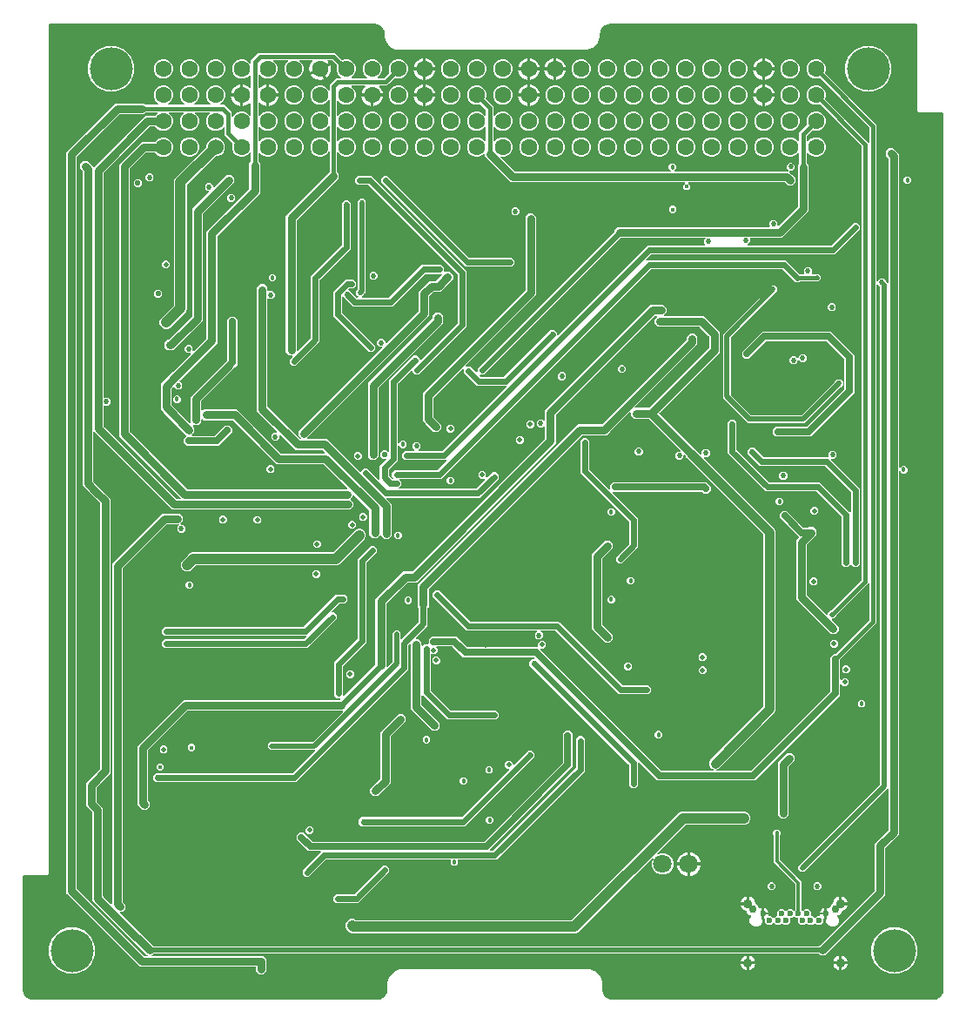
<source format=gbr>
G04 EAGLE Gerber RS-274X export*
G75*
%MOMM*%
%FSLAX34Y34*%
%LPD*%
%INCopper Layer 2*%
%IPPOS*%
%AMOC8*
5,1,8,0,0,1.08239X$1,22.5*%
G01*
%ADD10C,4.191000*%
%ADD11C,1.600200*%
%ADD12C,1.524000*%
%ADD13C,0.600000*%
%ADD14C,0.900000*%
%ADD15C,0.750000*%
%ADD16C,1.800000*%
%ADD17C,0.457200*%
%ADD18C,0.525000*%
%ADD19C,0.609600*%
%ADD20C,0.600000*%
%ADD21C,0.762000*%
%ADD22C,0.495300*%
%ADD23C,0.457200*%
%ADD24C,0.495000*%
%ADD25C,0.700000*%
%ADD26C,0.533400*%
%ADD27C,1.016000*%
%ADD28C,0.650000*%
%ADD29C,0.450000*%
%ADD30C,0.510000*%
%ADD31C,0.800000*%
%ADD32C,0.914400*%
%ADD33C,0.900000*%
%ADD34C,0.419100*%
%ADD35C,0.304800*%
%ADD36C,0.500000*%
%ADD37C,0.400000*%

G36*
X348768Y3180D02*
X348768Y3180D01*
X348817Y3179D01*
X350378Y3333D01*
X350405Y3340D01*
X350433Y3341D01*
X350594Y3387D01*
X353478Y4582D01*
X353534Y4617D01*
X353594Y4642D01*
X353659Y4694D01*
X353687Y4712D01*
X353700Y4727D01*
X353725Y4747D01*
X355933Y6955D01*
X355971Y7008D01*
X356017Y7055D01*
X356057Y7128D01*
X356076Y7154D01*
X356082Y7173D01*
X356098Y7202D01*
X357293Y10086D01*
X357299Y10113D01*
X357312Y10138D01*
X357347Y10302D01*
X357501Y11863D01*
X357499Y11890D01*
X357504Y11938D01*
X357504Y20278D01*
X359805Y25833D01*
X364057Y30085D01*
X369612Y32386D01*
X554948Y32386D01*
X560503Y30085D01*
X564755Y25833D01*
X567056Y20278D01*
X567056Y11938D01*
X567060Y11912D01*
X567059Y11863D01*
X567213Y10302D01*
X567220Y10275D01*
X567221Y10247D01*
X567267Y10086D01*
X568462Y7202D01*
X568497Y7146D01*
X568522Y7086D01*
X568574Y7021D01*
X568592Y6993D01*
X568607Y6980D01*
X568627Y6955D01*
X570835Y4747D01*
X570888Y4709D01*
X570935Y4663D01*
X570941Y4659D01*
X570945Y4656D01*
X570962Y4648D01*
X571008Y4623D01*
X571034Y4604D01*
X571053Y4598D01*
X571082Y4582D01*
X573966Y3387D01*
X573993Y3381D01*
X574018Y3368D01*
X574182Y3333D01*
X575743Y3179D01*
X575770Y3181D01*
X575818Y3176D01*
X889762Y3176D01*
X889788Y3180D01*
X889837Y3179D01*
X891398Y3333D01*
X891425Y3340D01*
X891453Y3341D01*
X891614Y3387D01*
X894498Y4582D01*
X894554Y4617D01*
X894614Y4642D01*
X894679Y4694D01*
X894707Y4712D01*
X894720Y4727D01*
X894745Y4747D01*
X896953Y6955D01*
X896991Y7008D01*
X897037Y7055D01*
X897077Y7128D01*
X897096Y7154D01*
X897102Y7173D01*
X897118Y7202D01*
X898313Y10086D01*
X898319Y10113D01*
X898332Y10138D01*
X898367Y10302D01*
X898521Y11863D01*
X898519Y11890D01*
X898524Y11938D01*
X898524Y864743D01*
X898521Y864763D01*
X898523Y864782D01*
X898501Y864884D01*
X898485Y864986D01*
X898475Y865003D01*
X898471Y865023D01*
X898418Y865112D01*
X898369Y865203D01*
X898355Y865217D01*
X898345Y865234D01*
X898266Y865301D01*
X898191Y865373D01*
X898173Y865381D01*
X898158Y865394D01*
X898062Y865433D01*
X897968Y865476D01*
X897948Y865478D01*
X897930Y865486D01*
X897763Y865504D01*
X874985Y865504D01*
X873124Y867365D01*
X873124Y951103D01*
X873121Y951123D01*
X873123Y951142D01*
X873101Y951244D01*
X873085Y951346D01*
X873075Y951363D01*
X873071Y951383D01*
X873018Y951472D01*
X872969Y951563D01*
X872955Y951577D01*
X872945Y951594D01*
X872866Y951661D01*
X872791Y951733D01*
X872773Y951741D01*
X872758Y951754D01*
X872662Y951793D01*
X872568Y951836D01*
X872548Y951838D01*
X872530Y951846D01*
X872363Y951864D01*
X574040Y951864D01*
X574014Y951860D01*
X573965Y951861D01*
X572256Y951692D01*
X572228Y951685D01*
X572200Y951685D01*
X572107Y951658D01*
X572081Y951653D01*
X572067Y951646D01*
X572039Y951638D01*
X568880Y950329D01*
X568824Y950295D01*
X568764Y950269D01*
X568699Y950217D01*
X568671Y950200D01*
X568659Y950185D01*
X568633Y950164D01*
X566216Y947747D01*
X566177Y947694D01*
X566131Y947647D01*
X566091Y947574D01*
X566072Y947547D01*
X566066Y947528D01*
X566051Y947500D01*
X564742Y944341D01*
X564736Y944313D01*
X564722Y944288D01*
X564718Y944267D01*
X564712Y944255D01*
X564709Y944223D01*
X564688Y944124D01*
X564519Y942415D01*
X564521Y942388D01*
X564516Y942340D01*
X564516Y939182D01*
X562099Y933347D01*
X557633Y928881D01*
X551798Y926464D01*
X369681Y926464D01*
X369632Y926456D01*
X369583Y926458D01*
X369512Y926437D01*
X369438Y926425D01*
X369395Y926401D01*
X369347Y926387D01*
X369268Y926337D01*
X368166Y926460D01*
X368138Y926458D01*
X368082Y926464D01*
X366974Y926464D01*
X366957Y926483D01*
X366892Y926518D01*
X366831Y926561D01*
X366784Y926576D01*
X366740Y926599D01*
X366620Y926627D01*
X366596Y926634D01*
X366588Y926634D01*
X366577Y926636D01*
X365048Y926806D01*
X359934Y929622D01*
X356286Y934182D01*
X354661Y939789D01*
X354948Y942371D01*
X354947Y942386D01*
X354949Y942530D01*
X354792Y944124D01*
X354785Y944152D01*
X354785Y944180D01*
X354738Y944341D01*
X353429Y947500D01*
X353395Y947556D01*
X353369Y947616D01*
X353317Y947681D01*
X353300Y947709D01*
X353285Y947721D01*
X353264Y947747D01*
X350847Y950164D01*
X350794Y950203D01*
X350747Y950249D01*
X350674Y950289D01*
X350647Y950308D01*
X350628Y950314D01*
X350600Y950329D01*
X347441Y951638D01*
X347413Y951644D01*
X347388Y951657D01*
X347340Y951668D01*
X347323Y951675D01*
X347289Y951678D01*
X347224Y951692D01*
X345515Y951861D01*
X345488Y951859D01*
X345440Y951864D01*
X29337Y951864D01*
X29317Y951861D01*
X29298Y951863D01*
X29196Y951841D01*
X29094Y951825D01*
X29077Y951815D01*
X29057Y951811D01*
X28968Y951758D01*
X28877Y951709D01*
X28863Y951695D01*
X28846Y951685D01*
X28779Y951606D01*
X28707Y951531D01*
X28699Y951513D01*
X28686Y951498D01*
X28647Y951402D01*
X28604Y951308D01*
X28602Y951288D01*
X28594Y951270D01*
X28576Y951103D01*
X28576Y125685D01*
X26715Y123824D01*
X3937Y123824D01*
X3917Y123821D01*
X3898Y123823D01*
X3796Y123801D01*
X3694Y123785D01*
X3677Y123775D01*
X3657Y123771D01*
X3568Y123718D01*
X3477Y123669D01*
X3463Y123655D01*
X3446Y123645D01*
X3379Y123566D01*
X3307Y123491D01*
X3299Y123473D01*
X3286Y123458D01*
X3247Y123362D01*
X3204Y123268D01*
X3202Y123248D01*
X3194Y123230D01*
X3176Y123063D01*
X3176Y11938D01*
X3180Y11912D01*
X3179Y11863D01*
X3333Y10302D01*
X3340Y10275D01*
X3341Y10247D01*
X3387Y10086D01*
X4582Y7202D01*
X4617Y7146D01*
X4642Y7086D01*
X4694Y7021D01*
X4712Y6993D01*
X4727Y6980D01*
X4747Y6955D01*
X6955Y4747D01*
X7008Y4709D01*
X7055Y4663D01*
X7128Y4623D01*
X7154Y4604D01*
X7173Y4598D01*
X7202Y4582D01*
X10086Y3387D01*
X10113Y3381D01*
X10138Y3368D01*
X10302Y3333D01*
X11863Y3179D01*
X11890Y3181D01*
X11938Y3176D01*
X348742Y3176D01*
X348768Y3180D01*
G37*
%LPC*%
G36*
X232979Y27861D02*
X232979Y27861D01*
X230003Y30837D01*
X230003Y34310D01*
X230000Y34330D01*
X230002Y34349D01*
X229980Y34451D01*
X229964Y34553D01*
X229954Y34570D01*
X229950Y34590D01*
X229897Y34679D01*
X229848Y34770D01*
X229834Y34784D01*
X229824Y34801D01*
X229745Y34868D01*
X229670Y34940D01*
X229652Y34948D01*
X229637Y34961D01*
X229541Y35000D01*
X229447Y35043D01*
X229427Y35045D01*
X229409Y35053D01*
X229242Y35071D01*
X117001Y35071D01*
X45465Y106607D01*
X45465Y827097D01*
X93145Y874777D01*
X120723Y874777D01*
X122024Y873476D01*
X122097Y873423D01*
X122167Y873363D01*
X122197Y873351D01*
X122223Y873332D01*
X122310Y873305D01*
X122395Y873271D01*
X122436Y873267D01*
X122458Y873260D01*
X122491Y873261D01*
X122562Y873253D01*
X134332Y873253D01*
X134428Y873268D01*
X134525Y873278D01*
X134549Y873288D01*
X134575Y873292D01*
X134661Y873338D01*
X134750Y873378D01*
X134769Y873395D01*
X134792Y873408D01*
X134859Y873478D01*
X134931Y873544D01*
X134943Y873567D01*
X134961Y873586D01*
X135002Y873674D01*
X135049Y873760D01*
X135054Y873785D01*
X135065Y873809D01*
X135076Y873906D01*
X135093Y874002D01*
X135089Y874028D01*
X135092Y874053D01*
X135071Y874148D01*
X135057Y874245D01*
X135045Y874268D01*
X135040Y874294D01*
X134990Y874377D01*
X134946Y874464D01*
X134927Y874483D01*
X134914Y874505D01*
X134840Y874568D01*
X134770Y874636D01*
X134742Y874652D01*
X134727Y874665D01*
X134696Y874677D01*
X134623Y874717D01*
X134448Y874790D01*
X131840Y877398D01*
X130428Y880806D01*
X130428Y884494D01*
X131840Y887902D01*
X134448Y890510D01*
X137856Y891922D01*
X141544Y891922D01*
X144952Y890510D01*
X147560Y887902D01*
X148972Y884494D01*
X148972Y880806D01*
X147560Y877398D01*
X144952Y874790D01*
X144777Y874717D01*
X144694Y874666D01*
X144608Y874620D01*
X144590Y874601D01*
X144568Y874588D01*
X144506Y874513D01*
X144439Y874442D01*
X144428Y874418D01*
X144411Y874398D01*
X144376Y874307D01*
X144335Y874219D01*
X144332Y874193D01*
X144323Y874169D01*
X144319Y874071D01*
X144308Y873975D01*
X144314Y873949D01*
X144312Y873923D01*
X144340Y873829D01*
X144360Y873734D01*
X144374Y873712D01*
X144381Y873687D01*
X144437Y873607D01*
X144486Y873523D01*
X144506Y873506D01*
X144521Y873485D01*
X144599Y873426D01*
X144673Y873363D01*
X144698Y873353D01*
X144719Y873338D01*
X144811Y873308D01*
X144901Y873271D01*
X144934Y873268D01*
X144952Y873262D01*
X144985Y873262D01*
X145068Y873253D01*
X159732Y873253D01*
X159828Y873268D01*
X159925Y873278D01*
X159949Y873288D01*
X159975Y873292D01*
X160061Y873338D01*
X160150Y873378D01*
X160169Y873395D01*
X160192Y873408D01*
X160259Y873478D01*
X160331Y873544D01*
X160343Y873567D01*
X160361Y873586D01*
X160402Y873674D01*
X160449Y873760D01*
X160454Y873785D01*
X160465Y873809D01*
X160476Y873906D01*
X160493Y874002D01*
X160489Y874028D01*
X160492Y874053D01*
X160471Y874148D01*
X160457Y874245D01*
X160445Y874268D01*
X160440Y874294D01*
X160390Y874377D01*
X160346Y874464D01*
X160327Y874483D01*
X160314Y874505D01*
X160240Y874568D01*
X160170Y874636D01*
X160142Y874652D01*
X160127Y874665D01*
X160096Y874677D01*
X160023Y874717D01*
X159848Y874790D01*
X157240Y877398D01*
X155828Y880806D01*
X155828Y884494D01*
X157240Y887902D01*
X159848Y890510D01*
X163256Y891922D01*
X166944Y891922D01*
X170352Y890510D01*
X172960Y887902D01*
X174372Y884494D01*
X174372Y880806D01*
X172960Y877398D01*
X170352Y874790D01*
X170177Y874717D01*
X170094Y874666D01*
X170008Y874620D01*
X169990Y874601D01*
X169968Y874588D01*
X169906Y874513D01*
X169839Y874442D01*
X169828Y874418D01*
X169811Y874398D01*
X169776Y874307D01*
X169735Y874219D01*
X169732Y874193D01*
X169723Y874169D01*
X169719Y874071D01*
X169708Y873975D01*
X169714Y873949D01*
X169712Y873923D01*
X169740Y873829D01*
X169760Y873734D01*
X169774Y873712D01*
X169781Y873687D01*
X169837Y873607D01*
X169886Y873523D01*
X169906Y873506D01*
X169921Y873485D01*
X169999Y873426D01*
X170073Y873363D01*
X170098Y873353D01*
X170119Y873338D01*
X170211Y873308D01*
X170301Y873271D01*
X170334Y873268D01*
X170352Y873262D01*
X170385Y873262D01*
X170468Y873253D01*
X185132Y873253D01*
X185228Y873268D01*
X185325Y873278D01*
X185349Y873288D01*
X185375Y873292D01*
X185461Y873338D01*
X185550Y873378D01*
X185569Y873395D01*
X185592Y873408D01*
X185659Y873478D01*
X185731Y873544D01*
X185743Y873567D01*
X185761Y873586D01*
X185802Y873674D01*
X185849Y873760D01*
X185854Y873785D01*
X185865Y873809D01*
X185876Y873906D01*
X185893Y874002D01*
X185889Y874028D01*
X185892Y874053D01*
X185871Y874148D01*
X185857Y874245D01*
X185845Y874268D01*
X185840Y874294D01*
X185790Y874377D01*
X185746Y874464D01*
X185727Y874483D01*
X185714Y874505D01*
X185640Y874568D01*
X185570Y874636D01*
X185542Y874652D01*
X185527Y874665D01*
X185496Y874677D01*
X185423Y874717D01*
X185248Y874790D01*
X182640Y877398D01*
X181228Y880806D01*
X181228Y884494D01*
X182640Y887902D01*
X185248Y890510D01*
X188656Y891922D01*
X192344Y891922D01*
X195752Y890510D01*
X198360Y887902D01*
X199772Y884494D01*
X199772Y880806D01*
X198360Y877398D01*
X195752Y874790D01*
X195577Y874717D01*
X195494Y874666D01*
X195408Y874620D01*
X195390Y874601D01*
X195368Y874588D01*
X195306Y874513D01*
X195239Y874442D01*
X195228Y874418D01*
X195211Y874398D01*
X195176Y874307D01*
X195135Y874219D01*
X195132Y874193D01*
X195123Y874169D01*
X195119Y874071D01*
X195108Y873975D01*
X195114Y873949D01*
X195112Y873923D01*
X195140Y873829D01*
X195160Y873734D01*
X195174Y873712D01*
X195181Y873687D01*
X195237Y873607D01*
X195286Y873523D01*
X195306Y873506D01*
X195321Y873485D01*
X195399Y873426D01*
X195473Y873363D01*
X195498Y873353D01*
X195519Y873338D01*
X195611Y873308D01*
X195701Y873271D01*
X195734Y873268D01*
X195752Y873262D01*
X195785Y873262D01*
X195868Y873253D01*
X198814Y873253D01*
X206376Y865691D01*
X206376Y862312D01*
X206391Y862216D01*
X206401Y862119D01*
X206411Y862095D01*
X206415Y862069D01*
X206461Y861983D01*
X206501Y861894D01*
X206518Y861875D01*
X206531Y861851D01*
X206601Y861785D01*
X206667Y861713D01*
X206690Y861700D01*
X206709Y861682D01*
X206797Y861641D01*
X206883Y861594D01*
X206908Y861589D01*
X206932Y861578D01*
X207029Y861568D01*
X207125Y861550D01*
X207151Y861554D01*
X207176Y861551D01*
X207272Y861572D01*
X207368Y861586D01*
X207391Y861598D01*
X207417Y861604D01*
X207501Y861654D01*
X207587Y861698D01*
X207605Y861716D01*
X207628Y861730D01*
X207691Y861804D01*
X207759Y861873D01*
X207775Y861902D01*
X207788Y861917D01*
X207800Y861947D01*
X207840Y862020D01*
X208040Y862502D01*
X210648Y865110D01*
X214056Y866522D01*
X217744Y866522D01*
X221152Y865110D01*
X223690Y862572D01*
X223748Y862531D01*
X223800Y862481D01*
X223847Y862459D01*
X223889Y862429D01*
X223958Y862408D01*
X224023Y862378D01*
X224075Y862372D01*
X224125Y862357D01*
X224196Y862358D01*
X224267Y862351D01*
X224318Y862362D01*
X224370Y862363D01*
X224438Y862388D01*
X224508Y862403D01*
X224553Y862429D01*
X224601Y862447D01*
X224657Y862492D01*
X224719Y862529D01*
X224753Y862569D01*
X224793Y862601D01*
X224832Y862661D01*
X224879Y862716D01*
X224898Y862764D01*
X224926Y862808D01*
X224944Y862877D01*
X224971Y862944D01*
X224979Y863015D01*
X224987Y863047D01*
X224985Y863070D01*
X224989Y863111D01*
X224989Y874993D01*
X224978Y875064D01*
X224976Y875136D01*
X224958Y875185D01*
X224950Y875236D01*
X224916Y875299D01*
X224891Y875367D01*
X224859Y875407D01*
X224834Y875453D01*
X224782Y875503D01*
X224738Y875559D01*
X224694Y875587D01*
X224656Y875623D01*
X224591Y875653D01*
X224531Y875692D01*
X224480Y875704D01*
X224433Y875726D01*
X224362Y875734D01*
X224292Y875752D01*
X224240Y875748D01*
X224189Y875753D01*
X224118Y875738D01*
X224047Y875733D01*
X223999Y875712D01*
X223948Y875701D01*
X223887Y875664D01*
X223821Y875636D01*
X223765Y875592D01*
X223737Y875575D01*
X223722Y875557D01*
X223690Y875532D01*
X222767Y874609D01*
X221425Y873634D01*
X219947Y872881D01*
X218368Y872368D01*
X217423Y872218D01*
X217423Y881888D01*
X217420Y881908D01*
X217422Y881927D01*
X217400Y882029D01*
X217383Y882131D01*
X217374Y882148D01*
X217370Y882168D01*
X217317Y882257D01*
X217268Y882348D01*
X217254Y882362D01*
X217244Y882379D01*
X217165Y882446D01*
X217090Y882517D01*
X217072Y882526D01*
X217057Y882539D01*
X216961Y882577D01*
X216867Y882621D01*
X216847Y882623D01*
X216829Y882631D01*
X216662Y882649D01*
X215899Y882649D01*
X215899Y882651D01*
X216662Y882651D01*
X216682Y882654D01*
X216701Y882652D01*
X216803Y882674D01*
X216905Y882691D01*
X216922Y882700D01*
X216942Y882704D01*
X217031Y882757D01*
X217122Y882806D01*
X217136Y882820D01*
X217153Y882830D01*
X217220Y882909D01*
X217291Y882984D01*
X217300Y883002D01*
X217313Y883017D01*
X217352Y883113D01*
X217395Y883207D01*
X217397Y883227D01*
X217405Y883245D01*
X217423Y883412D01*
X217423Y893082D01*
X218368Y892932D01*
X219947Y892419D01*
X221425Y891666D01*
X222767Y890691D01*
X223690Y889768D01*
X223748Y889727D01*
X223800Y889677D01*
X223847Y889655D01*
X223889Y889625D01*
X223958Y889604D01*
X224023Y889574D01*
X224075Y889568D01*
X224125Y889553D01*
X224196Y889554D01*
X224267Y889547D01*
X224318Y889558D01*
X224370Y889559D01*
X224438Y889584D01*
X224508Y889599D01*
X224553Y889626D01*
X224601Y889643D01*
X224657Y889688D01*
X224719Y889725D01*
X224753Y889765D01*
X224793Y889797D01*
X224832Y889857D01*
X224879Y889912D01*
X224898Y889960D01*
X224926Y890004D01*
X224944Y890074D01*
X224971Y890140D01*
X224979Y890211D01*
X224987Y890243D01*
X224985Y890266D01*
X224989Y890307D01*
X224989Y902189D01*
X224978Y902260D01*
X224976Y902332D01*
X224958Y902381D01*
X224950Y902432D01*
X224916Y902495D01*
X224891Y902563D01*
X224859Y902603D01*
X224834Y902649D01*
X224782Y902699D01*
X224738Y902755D01*
X224694Y902783D01*
X224656Y902819D01*
X224591Y902849D01*
X224531Y902888D01*
X224480Y902900D01*
X224433Y902922D01*
X224362Y902930D01*
X224292Y902948D01*
X224240Y902944D01*
X224189Y902949D01*
X224118Y902934D01*
X224047Y902929D01*
X223999Y902908D01*
X223948Y902897D01*
X223887Y902860D01*
X223821Y902832D01*
X223765Y902788D01*
X223737Y902771D01*
X223722Y902753D01*
X223690Y902728D01*
X221152Y900190D01*
X217744Y898778D01*
X214056Y898778D01*
X210648Y900190D01*
X208040Y902798D01*
X206628Y906206D01*
X206628Y909894D01*
X208040Y913302D01*
X210648Y915910D01*
X214056Y917322D01*
X217744Y917322D01*
X221152Y915910D01*
X223690Y913372D01*
X223748Y913331D01*
X223800Y913281D01*
X223847Y913259D01*
X223889Y913229D01*
X223958Y913208D01*
X224023Y913178D01*
X224075Y913172D01*
X224125Y913157D01*
X224196Y913158D01*
X224267Y913151D01*
X224318Y913162D01*
X224370Y913163D01*
X224438Y913188D01*
X224508Y913203D01*
X224553Y913229D01*
X224601Y913247D01*
X224657Y913292D01*
X224719Y913329D01*
X224753Y913369D01*
X224793Y913401D01*
X224832Y913461D01*
X224879Y913516D01*
X224898Y913564D01*
X224926Y913608D01*
X224944Y913677D01*
X224971Y913744D01*
X224979Y913815D01*
X224987Y913847D01*
X224985Y913870D01*
X224989Y913911D01*
X224989Y916327D01*
X232473Y923811D01*
X306769Y923811D01*
X313601Y916979D01*
X313696Y916911D01*
X313789Y916841D01*
X313795Y916839D01*
X313801Y916836D01*
X313912Y916801D01*
X314023Y916765D01*
X314030Y916765D01*
X314036Y916763D01*
X314152Y916766D01*
X314269Y916767D01*
X314276Y916770D01*
X314281Y916770D01*
X314299Y916776D01*
X314430Y916814D01*
X315656Y917322D01*
X319344Y917322D01*
X322752Y915910D01*
X325360Y913302D01*
X326772Y909894D01*
X326772Y906206D01*
X325360Y902798D01*
X322768Y900206D01*
X322727Y900148D01*
X322677Y900096D01*
X322655Y900049D01*
X322625Y900007D01*
X322604Y899938D01*
X322574Y899873D01*
X322568Y899821D01*
X322553Y899771D01*
X322554Y899700D01*
X322547Y899629D01*
X322558Y899578D01*
X322559Y899526D01*
X322584Y899458D01*
X322599Y899388D01*
X322625Y899343D01*
X322643Y899295D01*
X322688Y899239D01*
X322725Y899177D01*
X322765Y899143D01*
X322797Y899103D01*
X322857Y899064D01*
X322912Y899017D01*
X322960Y898998D01*
X323004Y898970D01*
X323073Y898952D01*
X323140Y898925D01*
X323211Y898917D01*
X323243Y898909D01*
X323266Y898911D01*
X323307Y898907D01*
X337093Y898907D01*
X337164Y898918D01*
X337236Y898920D01*
X337285Y898938D01*
X337336Y898946D01*
X337399Y898980D01*
X337467Y899005D01*
X337507Y899037D01*
X337553Y899062D01*
X337603Y899114D01*
X337659Y899158D01*
X337687Y899202D01*
X337723Y899240D01*
X337753Y899305D01*
X337792Y899365D01*
X337804Y899416D01*
X337826Y899463D01*
X337834Y899534D01*
X337852Y899604D01*
X337848Y899656D01*
X337853Y899707D01*
X337838Y899778D01*
X337833Y899849D01*
X337812Y899897D01*
X337801Y899948D01*
X337764Y900009D01*
X337736Y900075D01*
X337692Y900131D01*
X337675Y900159D01*
X337657Y900174D01*
X337632Y900206D01*
X335040Y902798D01*
X333628Y906206D01*
X333628Y909894D01*
X335040Y913302D01*
X337648Y915910D01*
X341056Y917322D01*
X344744Y917322D01*
X348152Y915910D01*
X350760Y913302D01*
X352172Y909894D01*
X352172Y906206D01*
X350760Y902798D01*
X348168Y900206D01*
X348127Y900148D01*
X348077Y900096D01*
X348055Y900049D01*
X348025Y900007D01*
X348004Y899938D01*
X347974Y899873D01*
X347968Y899821D01*
X347953Y899771D01*
X347954Y899700D01*
X347947Y899629D01*
X347958Y899578D01*
X347959Y899526D01*
X347984Y899458D01*
X347999Y899388D01*
X348025Y899343D01*
X348043Y899295D01*
X348088Y899239D01*
X348125Y899177D01*
X348165Y899143D01*
X348197Y899103D01*
X348257Y899064D01*
X348312Y899017D01*
X348360Y898998D01*
X348404Y898970D01*
X348473Y898952D01*
X348540Y898925D01*
X348611Y898917D01*
X348643Y898909D01*
X348666Y898911D01*
X348707Y898907D01*
X353811Y898907D01*
X353902Y898921D01*
X353992Y898929D01*
X354022Y898941D01*
X354054Y898946D01*
X354135Y898989D01*
X354219Y899025D01*
X354251Y899051D01*
X354272Y899062D01*
X354294Y899085D01*
X354350Y899130D01*
X359371Y904151D01*
X359439Y904246D01*
X359509Y904339D01*
X359511Y904345D01*
X359514Y904351D01*
X359549Y904462D01*
X359585Y904573D01*
X359585Y904580D01*
X359587Y904586D01*
X359584Y904701D01*
X359583Y904819D01*
X359580Y904826D01*
X359580Y904831D01*
X359574Y904849D01*
X359536Y904980D01*
X359028Y906206D01*
X359028Y909894D01*
X360440Y913302D01*
X363048Y915910D01*
X366456Y917322D01*
X370144Y917322D01*
X373552Y915910D01*
X376160Y913302D01*
X377572Y909894D01*
X377572Y906206D01*
X376160Y902798D01*
X373552Y900190D01*
X370144Y898778D01*
X366456Y898778D01*
X365230Y899286D01*
X365117Y899312D01*
X365003Y899341D01*
X364997Y899341D01*
X364991Y899342D01*
X364874Y899331D01*
X364758Y899322D01*
X364752Y899320D01*
X364746Y899319D01*
X364638Y899271D01*
X364532Y899226D01*
X364526Y899221D01*
X364521Y899219D01*
X364507Y899206D01*
X364401Y899121D01*
X359380Y894100D01*
X357073Y891793D01*
X350503Y891793D01*
X350432Y891782D01*
X350360Y891780D01*
X350311Y891762D01*
X350260Y891754D01*
X350197Y891720D01*
X350129Y891695D01*
X350089Y891663D01*
X350043Y891638D01*
X349993Y891586D01*
X349937Y891542D01*
X349909Y891498D01*
X349873Y891460D01*
X349843Y891395D01*
X349804Y891335D01*
X349792Y891284D01*
X349770Y891237D01*
X349762Y891166D01*
X349744Y891096D01*
X349748Y891044D01*
X349743Y890993D01*
X349758Y890922D01*
X349763Y890851D01*
X349784Y890803D01*
X349795Y890752D01*
X349832Y890691D01*
X349860Y890625D01*
X349904Y890569D01*
X349921Y890541D01*
X349939Y890526D01*
X349964Y890494D01*
X350941Y889517D01*
X351916Y888175D01*
X352669Y886697D01*
X353182Y885118D01*
X353332Y884173D01*
X343662Y884173D01*
X343642Y884170D01*
X343623Y884172D01*
X343521Y884150D01*
X343419Y884133D01*
X343402Y884124D01*
X343382Y884120D01*
X343293Y884067D01*
X343202Y884018D01*
X343188Y884004D01*
X343171Y883994D01*
X343104Y883915D01*
X343033Y883840D01*
X343024Y883822D01*
X343011Y883807D01*
X342973Y883711D01*
X342929Y883617D01*
X342927Y883597D01*
X342919Y883579D01*
X342901Y883412D01*
X342901Y882649D01*
X342899Y882649D01*
X342899Y883412D01*
X342896Y883432D01*
X342898Y883451D01*
X342876Y883553D01*
X342859Y883655D01*
X342850Y883672D01*
X342846Y883692D01*
X342793Y883781D01*
X342744Y883872D01*
X342730Y883886D01*
X342720Y883903D01*
X342641Y883970D01*
X342566Y884041D01*
X342548Y884050D01*
X342533Y884063D01*
X342437Y884102D01*
X342343Y884145D01*
X342323Y884147D01*
X342305Y884155D01*
X342138Y884173D01*
X332468Y884173D01*
X332618Y885118D01*
X333131Y886697D01*
X333884Y888175D01*
X334859Y889517D01*
X335836Y890494D01*
X335877Y890552D01*
X335927Y890604D01*
X335949Y890651D01*
X335979Y890693D01*
X336000Y890762D01*
X336030Y890827D01*
X336036Y890879D01*
X336051Y890929D01*
X336050Y891000D01*
X336057Y891071D01*
X336046Y891122D01*
X336045Y891174D01*
X336020Y891242D01*
X336005Y891312D01*
X335978Y891357D01*
X335961Y891405D01*
X335916Y891461D01*
X335879Y891523D01*
X335839Y891557D01*
X335807Y891597D01*
X335747Y891636D01*
X335692Y891683D01*
X335644Y891702D01*
X335600Y891730D01*
X335530Y891748D01*
X335464Y891775D01*
X335393Y891783D01*
X335361Y891791D01*
X335338Y891789D01*
X335297Y891793D01*
X323307Y891793D01*
X323236Y891782D01*
X323164Y891780D01*
X323115Y891762D01*
X323064Y891754D01*
X323001Y891720D01*
X322933Y891695D01*
X322893Y891663D01*
X322847Y891638D01*
X322797Y891586D01*
X322741Y891542D01*
X322713Y891498D01*
X322677Y891460D01*
X322647Y891395D01*
X322608Y891335D01*
X322596Y891284D01*
X322574Y891237D01*
X322566Y891166D01*
X322548Y891096D01*
X322552Y891044D01*
X322547Y890993D01*
X322562Y890922D01*
X322567Y890851D01*
X322588Y890803D01*
X322599Y890752D01*
X322636Y890691D01*
X322664Y890625D01*
X322708Y890569D01*
X322725Y890541D01*
X322743Y890526D01*
X322768Y890494D01*
X325360Y887902D01*
X326772Y884494D01*
X326772Y880806D01*
X325360Y877398D01*
X322752Y874790D01*
X319344Y873378D01*
X315656Y873378D01*
X312248Y874790D01*
X309910Y877128D01*
X309852Y877169D01*
X309800Y877219D01*
X309753Y877241D01*
X309711Y877271D01*
X309642Y877292D01*
X309577Y877322D01*
X309525Y877328D01*
X309475Y877343D01*
X309404Y877342D01*
X309333Y877349D01*
X309282Y877338D01*
X309230Y877337D01*
X309162Y877312D01*
X309092Y877297D01*
X309047Y877271D01*
X308999Y877253D01*
X308943Y877208D01*
X308881Y877171D01*
X308847Y877131D01*
X308807Y877099D01*
X308768Y877039D01*
X308721Y876984D01*
X308702Y876936D01*
X308674Y876892D01*
X308656Y876823D01*
X308629Y876756D01*
X308621Y876685D01*
X308613Y876653D01*
X308615Y876630D01*
X308611Y876589D01*
X308611Y863311D01*
X308622Y863240D01*
X308624Y863168D01*
X308642Y863119D01*
X308650Y863068D01*
X308684Y863005D01*
X308709Y862937D01*
X308741Y862897D01*
X308766Y862851D01*
X308818Y862801D01*
X308862Y862745D01*
X308906Y862717D01*
X308944Y862681D01*
X309009Y862651D01*
X309069Y862612D01*
X309120Y862600D01*
X309167Y862578D01*
X309238Y862570D01*
X309308Y862552D01*
X309360Y862556D01*
X309411Y862551D01*
X309482Y862566D01*
X309553Y862571D01*
X309601Y862592D01*
X309652Y862603D01*
X309713Y862640D01*
X309779Y862668D01*
X309835Y862712D01*
X309863Y862729D01*
X309878Y862747D01*
X309910Y862772D01*
X312248Y865110D01*
X315656Y866522D01*
X319344Y866522D01*
X322752Y865110D01*
X325360Y862502D01*
X326772Y859094D01*
X326772Y855406D01*
X325360Y851998D01*
X322752Y849390D01*
X319344Y847978D01*
X315656Y847978D01*
X312248Y849390D01*
X309910Y851728D01*
X309852Y851769D01*
X309800Y851819D01*
X309753Y851841D01*
X309711Y851871D01*
X309642Y851892D01*
X309577Y851922D01*
X309525Y851928D01*
X309475Y851943D01*
X309404Y851942D01*
X309333Y851949D01*
X309282Y851938D01*
X309230Y851937D01*
X309162Y851912D01*
X309092Y851897D01*
X309047Y851871D01*
X308999Y851853D01*
X308943Y851808D01*
X308881Y851771D01*
X308847Y851731D01*
X308807Y851699D01*
X308768Y851639D01*
X308721Y851584D01*
X308702Y851536D01*
X308674Y851492D01*
X308656Y851423D01*
X308629Y851356D01*
X308621Y851285D01*
X308613Y851253D01*
X308615Y851230D01*
X308611Y851189D01*
X308611Y838292D01*
X308622Y838221D01*
X308624Y838149D01*
X308642Y838100D01*
X308650Y838049D01*
X308684Y837986D01*
X308709Y837918D01*
X308741Y837878D01*
X308766Y837832D01*
X308818Y837782D01*
X308862Y837726D01*
X308906Y837698D01*
X308944Y837662D01*
X309009Y837632D01*
X309069Y837593D01*
X309120Y837581D01*
X309167Y837559D01*
X309238Y837551D01*
X309308Y837533D01*
X309360Y837537D01*
X309411Y837532D01*
X309482Y837547D01*
X309553Y837552D01*
X309601Y837573D01*
X309652Y837584D01*
X309713Y837621D01*
X309779Y837649D01*
X309835Y837693D01*
X309863Y837710D01*
X309878Y837728D01*
X309910Y837753D01*
X312248Y840091D01*
X315656Y841503D01*
X319344Y841503D01*
X322752Y840091D01*
X325360Y837483D01*
X326772Y834075D01*
X326772Y830387D01*
X325360Y826979D01*
X322752Y824371D01*
X319344Y822959D01*
X315656Y822959D01*
X312248Y824371D01*
X309910Y826709D01*
X309852Y826750D01*
X309800Y826800D01*
X309753Y826822D01*
X309711Y826852D01*
X309642Y826873D01*
X309577Y826903D01*
X309525Y826909D01*
X309475Y826924D01*
X309404Y826923D01*
X309333Y826930D01*
X309282Y826919D01*
X309230Y826918D01*
X309162Y826893D01*
X309092Y826878D01*
X309047Y826852D01*
X308999Y826834D01*
X308943Y826789D01*
X308881Y826752D01*
X308847Y826712D01*
X308807Y826680D01*
X308768Y826620D01*
X308721Y826565D01*
X308702Y826517D01*
X308674Y826473D01*
X308656Y826404D01*
X308629Y826337D01*
X308621Y826266D01*
X308613Y826234D01*
X308615Y826211D01*
X308611Y826170D01*
X308611Y808377D01*
X308625Y808286D01*
X308633Y808196D01*
X308645Y808166D01*
X308650Y808134D01*
X308693Y808053D01*
X308729Y807969D01*
X308755Y807937D01*
X308766Y807916D01*
X308789Y807894D01*
X308834Y807838D01*
X310325Y806347D01*
X310325Y801981D01*
X269654Y761310D01*
X269601Y761236D01*
X269541Y761166D01*
X269529Y761136D01*
X269510Y761110D01*
X269483Y761023D01*
X269449Y760938D01*
X269445Y760897D01*
X269438Y760875D01*
X269439Y760843D01*
X269431Y760771D01*
X269431Y634408D01*
X269442Y634338D01*
X269444Y634266D01*
X269462Y634217D01*
X269470Y634166D01*
X269504Y634102D01*
X269529Y634035D01*
X269561Y633994D01*
X269586Y633948D01*
X269638Y633899D01*
X269682Y633843D01*
X269726Y633815D01*
X269764Y633779D01*
X269829Y633749D01*
X269889Y633710D01*
X269940Y633697D01*
X269987Y633675D01*
X270058Y633667D01*
X270128Y633650D01*
X270180Y633654D01*
X270231Y633648D01*
X270302Y633663D01*
X270373Y633669D01*
X270421Y633689D01*
X270472Y633700D01*
X270533Y633737D01*
X270599Y633765D01*
X270655Y633810D01*
X270683Y633826D01*
X270698Y633844D01*
X270730Y633870D01*
X283106Y646246D01*
X283159Y646320D01*
X283219Y646389D01*
X283231Y646420D01*
X283250Y646446D01*
X283277Y646533D01*
X283311Y646618D01*
X283315Y646659D01*
X283322Y646681D01*
X283321Y646713D01*
X283329Y646784D01*
X283329Y706669D01*
X313106Y736446D01*
X313159Y736520D01*
X313219Y736589D01*
X313231Y736620D01*
X313250Y736646D01*
X313277Y736733D01*
X313311Y736818D01*
X313315Y736859D01*
X313322Y736881D01*
X313321Y736913D01*
X313329Y736984D01*
X313329Y778269D01*
X315831Y780771D01*
X319369Y780771D01*
X321871Y778269D01*
X321871Y733131D01*
X292094Y703354D01*
X292041Y703280D01*
X291981Y703211D01*
X291969Y703180D01*
X291950Y703154D01*
X291923Y703067D01*
X291889Y702982D01*
X291885Y702941D01*
X291878Y702919D01*
X291879Y702887D01*
X291871Y702816D01*
X291871Y642931D01*
X268669Y619729D01*
X265131Y619729D01*
X262629Y622231D01*
X262629Y625769D01*
X265036Y628176D01*
X265078Y628234D01*
X265127Y628286D01*
X265149Y628333D01*
X265180Y628375D01*
X265201Y628444D01*
X265231Y628509D01*
X265237Y628561D01*
X265252Y628611D01*
X265250Y628682D01*
X265258Y628753D01*
X265247Y628804D01*
X265246Y628856D01*
X265221Y628924D01*
X265206Y628994D01*
X265179Y629039D01*
X265161Y629087D01*
X265116Y629143D01*
X265080Y629205D01*
X265040Y629239D01*
X265007Y629279D01*
X264947Y629318D01*
X264893Y629365D01*
X264844Y629384D01*
X264800Y629412D01*
X264731Y629430D01*
X264664Y629457D01*
X264593Y629465D01*
X264562Y629473D01*
X264539Y629471D01*
X264498Y629475D01*
X261977Y629475D01*
X258889Y632563D01*
X258889Y765453D01*
X301274Y807838D01*
X301327Y807912D01*
X301387Y807982D01*
X301399Y808012D01*
X301418Y808038D01*
X301445Y808125D01*
X301479Y808210D01*
X301483Y808251D01*
X301490Y808273D01*
X301489Y808305D01*
X301497Y808377D01*
X301497Y826863D01*
X301495Y826877D01*
X301496Y826888D01*
X301484Y826944D01*
X301482Y826959D01*
X301472Y827056D01*
X301462Y827080D01*
X301458Y827106D01*
X301412Y827192D01*
X301372Y827281D01*
X301355Y827300D01*
X301342Y827323D01*
X301272Y827390D01*
X301206Y827462D01*
X301183Y827474D01*
X301164Y827492D01*
X301076Y827533D01*
X300990Y827580D01*
X300965Y827585D01*
X300941Y827596D01*
X300844Y827607D01*
X300748Y827624D01*
X300722Y827620D01*
X300697Y827623D01*
X300601Y827602D01*
X300505Y827588D01*
X300482Y827576D01*
X300456Y827571D01*
X300372Y827521D01*
X300286Y827477D01*
X300267Y827458D01*
X300245Y827445D01*
X300182Y827371D01*
X300114Y827301D01*
X300098Y827273D01*
X300085Y827258D01*
X300073Y827227D01*
X300033Y827154D01*
X299960Y826979D01*
X297352Y824371D01*
X293944Y822959D01*
X290256Y822959D01*
X286848Y824371D01*
X284240Y826979D01*
X282828Y830387D01*
X282828Y834075D01*
X284240Y837483D01*
X286848Y840091D01*
X290256Y841503D01*
X293944Y841503D01*
X297352Y840091D01*
X299960Y837483D01*
X300033Y837308D01*
X300084Y837225D01*
X300130Y837139D01*
X300148Y837121D01*
X300162Y837099D01*
X300237Y837037D01*
X300308Y836970D01*
X300332Y836959D01*
X300352Y836942D01*
X300443Y836907D01*
X300531Y836866D01*
X300557Y836863D01*
X300581Y836854D01*
X300679Y836850D01*
X300775Y836839D01*
X300801Y836844D01*
X300827Y836843D01*
X300921Y836870D01*
X301016Y836891D01*
X301038Y836905D01*
X301063Y836912D01*
X301143Y836967D01*
X301227Y837017D01*
X301244Y837037D01*
X301265Y837052D01*
X301323Y837130D01*
X301387Y837204D01*
X301397Y837229D01*
X301412Y837249D01*
X301442Y837342D01*
X301479Y837432D01*
X301482Y837465D01*
X301488Y837483D01*
X301488Y837516D01*
X301497Y837599D01*
X301497Y851882D01*
X301482Y851978D01*
X301472Y852075D01*
X301462Y852099D01*
X301458Y852125D01*
X301412Y852211D01*
X301372Y852300D01*
X301355Y852319D01*
X301342Y852342D01*
X301272Y852409D01*
X301206Y852481D01*
X301183Y852493D01*
X301164Y852511D01*
X301076Y852552D01*
X300990Y852599D01*
X300965Y852604D01*
X300941Y852615D01*
X300844Y852626D01*
X300748Y852643D01*
X300722Y852639D01*
X300697Y852642D01*
X300601Y852621D01*
X300505Y852607D01*
X300482Y852595D01*
X300456Y852590D01*
X300372Y852540D01*
X300286Y852496D01*
X300267Y852477D01*
X300245Y852464D01*
X300182Y852390D01*
X300114Y852320D01*
X300098Y852292D01*
X300085Y852277D01*
X300073Y852246D01*
X300033Y852173D01*
X299960Y851998D01*
X297352Y849390D01*
X293944Y847978D01*
X290256Y847978D01*
X286848Y849390D01*
X284240Y851998D01*
X282828Y855406D01*
X282828Y859094D01*
X284240Y862502D01*
X286848Y865110D01*
X290256Y866522D01*
X293944Y866522D01*
X297352Y865110D01*
X299960Y862502D01*
X300033Y862327D01*
X300084Y862244D01*
X300130Y862158D01*
X300148Y862141D01*
X300151Y862136D01*
X300151Y862135D01*
X300162Y862118D01*
X300237Y862056D01*
X300308Y861989D01*
X300332Y861978D01*
X300352Y861961D01*
X300443Y861926D01*
X300531Y861885D01*
X300557Y861882D01*
X300581Y861873D01*
X300679Y861869D01*
X300775Y861858D01*
X300801Y861863D01*
X300827Y861862D01*
X300921Y861889D01*
X301016Y861910D01*
X301038Y861924D01*
X301063Y861931D01*
X301143Y861986D01*
X301227Y862036D01*
X301244Y862056D01*
X301265Y862071D01*
X301323Y862149D01*
X301387Y862223D01*
X301397Y862248D01*
X301412Y862268D01*
X301442Y862361D01*
X301452Y862386D01*
X301469Y862422D01*
X301470Y862430D01*
X301479Y862451D01*
X301482Y862484D01*
X301488Y862502D01*
X301488Y862535D01*
X301497Y862618D01*
X301497Y877282D01*
X301482Y877378D01*
X301472Y877475D01*
X301462Y877499D01*
X301458Y877525D01*
X301412Y877611D01*
X301372Y877700D01*
X301355Y877719D01*
X301342Y877742D01*
X301272Y877809D01*
X301206Y877881D01*
X301183Y877893D01*
X301164Y877911D01*
X301076Y877952D01*
X300990Y877999D01*
X300965Y878004D01*
X300941Y878015D01*
X300844Y878026D01*
X300748Y878043D01*
X300722Y878039D01*
X300697Y878042D01*
X300602Y878021D01*
X300505Y878007D01*
X300482Y877995D01*
X300456Y877990D01*
X300373Y877940D01*
X300286Y877896D01*
X300267Y877877D01*
X300245Y877864D01*
X300182Y877790D01*
X300114Y877720D01*
X300098Y877692D01*
X300085Y877677D01*
X300073Y877646D01*
X300033Y877573D01*
X299960Y877398D01*
X297352Y874790D01*
X293944Y873378D01*
X290256Y873378D01*
X286848Y874790D01*
X284240Y877398D01*
X282828Y880806D01*
X282828Y884494D01*
X284240Y887902D01*
X286848Y890510D01*
X290256Y891922D01*
X293944Y891922D01*
X297352Y890510D01*
X299960Y887902D01*
X300033Y887727D01*
X300084Y887644D01*
X300130Y887558D01*
X300149Y887540D01*
X300162Y887518D01*
X300237Y887456D01*
X300308Y887389D01*
X300332Y887378D01*
X300352Y887361D01*
X300443Y887326D01*
X300531Y887285D01*
X300557Y887282D01*
X300581Y887273D01*
X300679Y887269D01*
X300775Y887258D01*
X300801Y887264D01*
X300827Y887262D01*
X300921Y887290D01*
X301016Y887310D01*
X301038Y887324D01*
X301063Y887331D01*
X301143Y887387D01*
X301227Y887436D01*
X301244Y887456D01*
X301265Y887471D01*
X301324Y887549D01*
X301387Y887623D01*
X301397Y887648D01*
X301412Y887669D01*
X301442Y887761D01*
X301479Y887851D01*
X301482Y887884D01*
X301488Y887902D01*
X301488Y887935D01*
X301497Y888018D01*
X301497Y892505D01*
X307899Y898907D01*
X311693Y898907D01*
X311764Y898918D01*
X311836Y898920D01*
X311885Y898938D01*
X311936Y898946D01*
X311999Y898980D01*
X312067Y899005D01*
X312107Y899037D01*
X312153Y899062D01*
X312203Y899114D01*
X312259Y899158D01*
X312287Y899202D01*
X312323Y899240D01*
X312353Y899305D01*
X312392Y899365D01*
X312404Y899416D01*
X312426Y899463D01*
X312434Y899534D01*
X312452Y899604D01*
X312448Y899656D01*
X312453Y899707D01*
X312438Y899778D01*
X312433Y899849D01*
X312412Y899897D01*
X312401Y899948D01*
X312364Y900009D01*
X312336Y900075D01*
X312292Y900131D01*
X312275Y900159D01*
X312257Y900174D01*
X312232Y900206D01*
X309640Y902798D01*
X308228Y906206D01*
X308228Y909894D01*
X308736Y911120D01*
X308762Y911233D01*
X308791Y911347D01*
X308791Y911353D01*
X308792Y911359D01*
X308781Y911476D01*
X308772Y911592D01*
X308770Y911598D01*
X308769Y911604D01*
X308721Y911712D01*
X308676Y911818D01*
X308671Y911824D01*
X308669Y911829D01*
X308656Y911843D01*
X308571Y911949D01*
X304045Y916475D01*
X303971Y916528D01*
X303902Y916587D01*
X303872Y916599D01*
X303845Y916618D01*
X303758Y916645D01*
X303674Y916679D01*
X303633Y916684D01*
X303610Y916691D01*
X303578Y916690D01*
X303507Y916698D01*
X300198Y916698D01*
X300128Y916686D01*
X300056Y916684D01*
X300007Y916666D01*
X299956Y916658D01*
X299892Y916625D01*
X299825Y916600D01*
X299784Y916567D01*
X299738Y916543D01*
X299689Y916491D01*
X299633Y916446D01*
X299605Y916402D01*
X299569Y916365D01*
X299539Y916299D01*
X299500Y916239D01*
X299487Y916189D01*
X299465Y916142D01*
X299457Y916070D01*
X299440Y916001D01*
X299444Y915949D01*
X299438Y915897D01*
X299453Y915827D01*
X299459Y915755D01*
X299479Y915708D01*
X299490Y915657D01*
X299527Y915595D01*
X299555Y915529D01*
X299600Y915473D01*
X299616Y915446D01*
X299634Y915430D01*
X299635Y915429D01*
X299639Y915424D01*
X299642Y915420D01*
X299660Y915398D01*
X300141Y914917D01*
X300758Y914069D01*
X292102Y909753D01*
X292086Y909742D01*
X292068Y909735D01*
X291987Y909670D01*
X291986Y909670D01*
X291986Y909669D01*
X291903Y909609D01*
X291891Y909593D01*
X291876Y909581D01*
X291822Y909496D01*
X291817Y909491D01*
X291814Y909486D01*
X291760Y909409D01*
X291754Y909390D01*
X291743Y909374D01*
X291721Y909284D01*
X291713Y909268D01*
X291711Y909252D01*
X291688Y909174D01*
X291688Y909154D01*
X291683Y909135D01*
X291690Y909055D01*
X291686Y909024D01*
X291693Y908994D01*
X291694Y908928D01*
X291701Y908910D01*
X291703Y908890D01*
X291733Y908807D01*
X291738Y908783D01*
X291748Y908768D01*
X291761Y908732D01*
X292101Y908050D01*
X292100Y908049D01*
X291759Y908732D01*
X291748Y908748D01*
X291741Y908766D01*
X291676Y908847D01*
X291615Y908931D01*
X291599Y908943D01*
X291587Y908958D01*
X291499Y909014D01*
X291415Y909074D01*
X291396Y909080D01*
X291380Y909091D01*
X291279Y909116D01*
X291180Y909146D01*
X291160Y909146D01*
X291141Y909151D01*
X291037Y909142D01*
X290934Y909139D01*
X290916Y909133D01*
X290896Y909131D01*
X290738Y909073D01*
X282085Y904759D01*
X281818Y905582D01*
X281558Y907220D01*
X281558Y908880D01*
X281818Y910518D01*
X282331Y912097D01*
X283084Y913575D01*
X284059Y914917D01*
X284540Y915398D01*
X284582Y915457D01*
X284631Y915508D01*
X284653Y915556D01*
X284684Y915598D01*
X284705Y915666D01*
X284735Y915732D01*
X284741Y915783D01*
X284756Y915833D01*
X284754Y915905D01*
X284762Y915976D01*
X284751Y916027D01*
X284750Y916079D01*
X284725Y916146D01*
X284710Y916216D01*
X284683Y916261D01*
X284665Y916310D01*
X284620Y916366D01*
X284584Y916427D01*
X284544Y916461D01*
X284511Y916502D01*
X284451Y916541D01*
X284397Y916587D01*
X284348Y916607D01*
X284304Y916635D01*
X284235Y916652D01*
X284168Y916679D01*
X284097Y916687D01*
X284066Y916695D01*
X284043Y916693D01*
X284002Y916698D01*
X273002Y916698D01*
X272932Y916686D01*
X272860Y916684D01*
X272811Y916666D01*
X272759Y916658D01*
X272696Y916624D01*
X272629Y916600D01*
X272588Y916567D01*
X272542Y916543D01*
X272493Y916491D01*
X272437Y916446D01*
X272409Y916402D01*
X272373Y916365D01*
X272343Y916300D01*
X272304Y916239D01*
X272291Y916189D01*
X272269Y916142D01*
X272261Y916070D01*
X272244Y916001D01*
X272248Y915949D01*
X272242Y915897D01*
X272257Y915827D01*
X272263Y915756D01*
X272283Y915708D01*
X272294Y915657D01*
X272331Y915595D01*
X272359Y915529D01*
X272404Y915473D01*
X272420Y915446D01*
X272438Y915430D01*
X272439Y915429D01*
X272443Y915424D01*
X272446Y915420D01*
X272464Y915398D01*
X274560Y913302D01*
X275972Y909894D01*
X275972Y906206D01*
X274560Y902798D01*
X271952Y900190D01*
X268544Y898778D01*
X264856Y898778D01*
X261448Y900190D01*
X258840Y902798D01*
X257428Y906206D01*
X257428Y909894D01*
X258840Y913302D01*
X260936Y915398D01*
X260978Y915456D01*
X261027Y915508D01*
X261049Y915556D01*
X261080Y915598D01*
X261101Y915666D01*
X261131Y915732D01*
X261137Y915783D01*
X261152Y915833D01*
X261150Y915905D01*
X261158Y915976D01*
X261147Y916027D01*
X261146Y916079D01*
X261121Y916146D01*
X261106Y916216D01*
X261079Y916261D01*
X261061Y916310D01*
X261016Y916366D01*
X260980Y916427D01*
X260940Y916461D01*
X260907Y916502D01*
X260847Y916541D01*
X260793Y916587D01*
X260744Y916607D01*
X260701Y916635D01*
X260631Y916652D01*
X260564Y916679D01*
X260493Y916687D01*
X260462Y916695D01*
X260439Y916693D01*
X260398Y916698D01*
X247602Y916698D01*
X247532Y916686D01*
X247460Y916684D01*
X247411Y916666D01*
X247359Y916658D01*
X247296Y916624D01*
X247229Y916600D01*
X247188Y916567D01*
X247142Y916543D01*
X247093Y916491D01*
X247037Y916446D01*
X247009Y916402D01*
X246973Y916365D01*
X246943Y916300D01*
X246904Y916239D01*
X246891Y916189D01*
X246869Y916142D01*
X246861Y916070D01*
X246844Y916001D01*
X246848Y915949D01*
X246842Y915897D01*
X246857Y915827D01*
X246863Y915756D01*
X246883Y915708D01*
X246894Y915657D01*
X246931Y915595D01*
X246959Y915529D01*
X247004Y915473D01*
X247020Y915446D01*
X247038Y915430D01*
X247039Y915429D01*
X247043Y915424D01*
X247046Y915420D01*
X247064Y915398D01*
X249160Y913302D01*
X250572Y909894D01*
X250572Y906206D01*
X249160Y902798D01*
X246552Y900190D01*
X243144Y898778D01*
X239456Y898778D01*
X236048Y900190D01*
X233402Y902836D01*
X233344Y902877D01*
X233292Y902927D01*
X233245Y902949D01*
X233203Y902979D01*
X233134Y903000D01*
X233069Y903030D01*
X233017Y903036D01*
X232967Y903051D01*
X232896Y903050D01*
X232825Y903057D01*
X232774Y903046D01*
X232722Y903045D01*
X232654Y903020D01*
X232584Y903005D01*
X232539Y902979D01*
X232491Y902961D01*
X232435Y902916D01*
X232373Y902879D01*
X232339Y902839D01*
X232299Y902807D01*
X232260Y902747D01*
X232213Y902692D01*
X232194Y902644D01*
X232166Y902600D01*
X232148Y902531D01*
X232121Y902464D01*
X232113Y902393D01*
X232105Y902361D01*
X232107Y902338D01*
X232103Y902297D01*
X232103Y890199D01*
X232114Y890128D01*
X232116Y890056D01*
X232134Y890007D01*
X232142Y889956D01*
X232176Y889893D01*
X232201Y889825D01*
X232233Y889785D01*
X232258Y889739D01*
X232310Y889689D01*
X232354Y889633D01*
X232398Y889605D01*
X232436Y889569D01*
X232501Y889539D01*
X232561Y889500D01*
X232612Y889488D01*
X232659Y889466D01*
X232730Y889458D01*
X232800Y889440D01*
X232852Y889444D01*
X232903Y889439D01*
X232974Y889454D01*
X233045Y889459D01*
X233093Y889480D01*
X233144Y889491D01*
X233205Y889528D01*
X233271Y889556D01*
X233327Y889600D01*
X233355Y889617D01*
X233370Y889635D01*
X233402Y889660D01*
X234433Y890691D01*
X235775Y891666D01*
X237253Y892419D01*
X238832Y892932D01*
X239777Y893082D01*
X239777Y883412D01*
X239780Y883392D01*
X239778Y883373D01*
X239800Y883271D01*
X239817Y883169D01*
X239826Y883152D01*
X239830Y883132D01*
X239883Y883043D01*
X239932Y882952D01*
X239946Y882938D01*
X239956Y882921D01*
X240035Y882854D01*
X240110Y882783D01*
X240128Y882774D01*
X240143Y882761D01*
X240239Y882723D01*
X240333Y882679D01*
X240353Y882677D01*
X240371Y882669D01*
X240538Y882651D01*
X241301Y882651D01*
X241301Y882649D01*
X240538Y882649D01*
X240518Y882646D01*
X240499Y882648D01*
X240397Y882626D01*
X240295Y882609D01*
X240278Y882600D01*
X240258Y882596D01*
X240169Y882543D01*
X240078Y882494D01*
X240064Y882480D01*
X240047Y882470D01*
X239980Y882391D01*
X239909Y882316D01*
X239900Y882298D01*
X239887Y882283D01*
X239848Y882187D01*
X239805Y882093D01*
X239803Y882073D01*
X239795Y882055D01*
X239777Y881888D01*
X239777Y872218D01*
X238832Y872368D01*
X237253Y872881D01*
X235775Y873634D01*
X234433Y874609D01*
X233402Y875640D01*
X233344Y875681D01*
X233292Y875731D01*
X233245Y875753D01*
X233203Y875783D01*
X233134Y875804D01*
X233069Y875834D01*
X233017Y875840D01*
X232967Y875855D01*
X232896Y875854D01*
X232825Y875861D01*
X232774Y875850D01*
X232722Y875849D01*
X232654Y875824D01*
X232584Y875809D01*
X232539Y875782D01*
X232491Y875765D01*
X232435Y875720D01*
X232373Y875683D01*
X232339Y875643D01*
X232299Y875611D01*
X232260Y875551D01*
X232213Y875496D01*
X232194Y875448D01*
X232166Y875404D01*
X232148Y875334D01*
X232121Y875268D01*
X232113Y875197D01*
X232105Y875165D01*
X232107Y875142D01*
X232103Y875101D01*
X232103Y863003D01*
X232114Y862932D01*
X232116Y862860D01*
X232134Y862811D01*
X232142Y862760D01*
X232176Y862697D01*
X232201Y862629D01*
X232233Y862589D01*
X232258Y862543D01*
X232310Y862493D01*
X232354Y862437D01*
X232398Y862409D01*
X232436Y862373D01*
X232501Y862343D01*
X232561Y862304D01*
X232612Y862292D01*
X232659Y862270D01*
X232730Y862262D01*
X232800Y862244D01*
X232852Y862248D01*
X232903Y862243D01*
X232974Y862258D01*
X233045Y862263D01*
X233093Y862284D01*
X233144Y862295D01*
X233205Y862332D01*
X233271Y862360D01*
X233327Y862404D01*
X233355Y862421D01*
X233370Y862439D01*
X233402Y862464D01*
X236048Y865110D01*
X239456Y866522D01*
X243144Y866522D01*
X246552Y865110D01*
X249160Y862502D01*
X250572Y859094D01*
X250572Y855406D01*
X249160Y851998D01*
X246552Y849390D01*
X243144Y847978D01*
X239456Y847978D01*
X236048Y849390D01*
X233402Y852036D01*
X233344Y852077D01*
X233292Y852127D01*
X233245Y852149D01*
X233203Y852179D01*
X233134Y852200D01*
X233069Y852230D01*
X233017Y852236D01*
X232967Y852251D01*
X232896Y852250D01*
X232825Y852257D01*
X232774Y852246D01*
X232722Y852245D01*
X232654Y852220D01*
X232584Y852205D01*
X232539Y852179D01*
X232491Y852161D01*
X232435Y852116D01*
X232373Y852079D01*
X232339Y852039D01*
X232299Y852007D01*
X232260Y851947D01*
X232213Y851892D01*
X232194Y851844D01*
X232166Y851800D01*
X232148Y851731D01*
X232121Y851664D01*
X232113Y851593D01*
X232105Y851561D01*
X232107Y851538D01*
X232103Y851497D01*
X232103Y837984D01*
X232114Y837913D01*
X232116Y837841D01*
X232134Y837792D01*
X232142Y837741D01*
X232176Y837678D01*
X232201Y837610D01*
X232233Y837570D01*
X232258Y837524D01*
X232310Y837474D01*
X232354Y837418D01*
X232398Y837390D01*
X232436Y837354D01*
X232501Y837324D01*
X232561Y837285D01*
X232612Y837273D01*
X232659Y837251D01*
X232730Y837243D01*
X232800Y837225D01*
X232852Y837229D01*
X232903Y837224D01*
X232974Y837239D01*
X233045Y837244D01*
X233093Y837265D01*
X233144Y837276D01*
X233205Y837313D01*
X233271Y837341D01*
X233327Y837385D01*
X233355Y837402D01*
X233370Y837420D01*
X233402Y837445D01*
X236048Y840091D01*
X239456Y841503D01*
X243144Y841503D01*
X246552Y840091D01*
X249160Y837483D01*
X250572Y834075D01*
X250572Y830387D01*
X249160Y826979D01*
X246552Y824371D01*
X243144Y822959D01*
X239456Y822959D01*
X236048Y824371D01*
X233402Y827017D01*
X233344Y827058D01*
X233292Y827108D01*
X233245Y827130D01*
X233203Y827160D01*
X233134Y827181D01*
X233069Y827211D01*
X233017Y827217D01*
X232967Y827232D01*
X232896Y827231D01*
X232825Y827238D01*
X232774Y827227D01*
X232722Y827226D01*
X232654Y827201D01*
X232584Y827186D01*
X232539Y827160D01*
X232491Y827142D01*
X232435Y827097D01*
X232373Y827060D01*
X232339Y827020D01*
X232299Y826988D01*
X232260Y826928D01*
X232213Y826873D01*
X232194Y826825D01*
X232166Y826781D01*
X232148Y826712D01*
X232121Y826645D01*
X232113Y826574D01*
X232105Y826542D01*
X232107Y826519D01*
X232103Y826478D01*
X232103Y818851D01*
X232117Y818760D01*
X232125Y818670D01*
X232137Y818640D01*
X232142Y818608D01*
X232185Y818527D01*
X232221Y818443D01*
X232247Y818411D01*
X232258Y818390D01*
X232281Y818368D01*
X232326Y818312D01*
X233817Y816821D01*
X233817Y787363D01*
X192394Y745940D01*
X192341Y745866D01*
X192313Y745834D01*
X192302Y745823D01*
X192301Y745820D01*
X192281Y745796D01*
X192269Y745766D01*
X192250Y745740D01*
X192223Y745653D01*
X192221Y745648D01*
X192199Y745599D01*
X192198Y745589D01*
X192189Y745568D01*
X192185Y745527D01*
X192178Y745505D01*
X192179Y745473D01*
X192171Y745401D01*
X192171Y641917D01*
X156489Y606235D01*
X155670Y605416D01*
X155658Y605400D01*
X155643Y605387D01*
X155587Y605300D01*
X155526Y605216D01*
X155521Y605197D01*
X155510Y605180D01*
X155484Y605080D01*
X155454Y604981D01*
X155455Y604961D01*
X155450Y604942D01*
X155458Y604839D01*
X155460Y604735D01*
X155467Y604717D01*
X155469Y604697D01*
X155509Y604602D01*
X155545Y604504D01*
X155557Y604489D01*
X155565Y604470D01*
X155670Y604339D01*
X158096Y601914D01*
X158096Y598686D01*
X155814Y596404D01*
X152586Y596404D01*
X150128Y598863D01*
X150112Y598874D01*
X150099Y598890D01*
X150012Y598946D01*
X149928Y599006D01*
X149909Y599012D01*
X149892Y599023D01*
X149792Y599048D01*
X149693Y599079D01*
X149673Y599078D01*
X149654Y599083D01*
X149551Y599075D01*
X149447Y599072D01*
X149428Y599065D01*
X149409Y599064D01*
X149314Y599023D01*
X149216Y598988D01*
X149201Y598975D01*
X149182Y598967D01*
X149051Y598863D01*
X147794Y597605D01*
X147741Y597531D01*
X147681Y597462D01*
X147669Y597432D01*
X147650Y597405D01*
X147623Y597318D01*
X147589Y597233D01*
X147585Y597193D01*
X147578Y597170D01*
X147579Y597138D01*
X147571Y597067D01*
X147571Y581831D01*
X147585Y581740D01*
X147593Y581650D01*
X147605Y581620D01*
X147610Y581588D01*
X147653Y581507D01*
X147689Y581423D01*
X147715Y581391D01*
X147726Y581370D01*
X147749Y581348D01*
X147794Y581292D01*
X165192Y563894D01*
X165251Y563852D01*
X165303Y563802D01*
X165350Y563780D01*
X165392Y563750D01*
X165461Y563729D01*
X165526Y563699D01*
X165577Y563693D01*
X165627Y563678D01*
X165699Y563680D01*
X165770Y563672D01*
X165821Y563683D01*
X165873Y563684D01*
X165940Y563709D01*
X166010Y563724D01*
X166055Y563751D01*
X166104Y563768D01*
X166160Y563813D01*
X166222Y563850D01*
X166255Y563890D01*
X166296Y563922D01*
X166335Y563982D01*
X166382Y564037D01*
X166401Y564085D01*
X166429Y564129D01*
X166447Y564199D01*
X166473Y564265D01*
X166481Y564336D01*
X166489Y564368D01*
X166487Y564391D01*
X166492Y564432D01*
X166492Y589429D01*
X201846Y624783D01*
X201879Y624800D01*
X201892Y624815D01*
X201909Y624825D01*
X201977Y624904D01*
X202048Y624979D01*
X202056Y624997D01*
X202069Y625012D01*
X202108Y625108D01*
X202152Y625202D01*
X202154Y625222D01*
X202161Y625240D01*
X202180Y625407D01*
X202180Y664436D01*
X204974Y667231D01*
X208926Y667231D01*
X211721Y664436D01*
X211721Y620726D01*
X209117Y618122D01*
X209063Y618048D01*
X209004Y617978D01*
X208992Y617948D01*
X208973Y617922D01*
X208946Y617835D01*
X208912Y617750D01*
X208908Y617709D01*
X208901Y617687D01*
X208902Y617655D01*
X208894Y617583D01*
X208894Y617460D01*
X176876Y585443D01*
X176823Y585369D01*
X176764Y585300D01*
X176752Y585270D01*
X176733Y585243D01*
X176706Y585156D01*
X176672Y585072D01*
X176667Y585031D01*
X176660Y585008D01*
X176661Y584976D01*
X176653Y584905D01*
X176653Y576597D01*
X176665Y576526D01*
X176667Y576455D01*
X176685Y576406D01*
X176693Y576354D01*
X176727Y576291D01*
X176751Y576224D01*
X176784Y576183D01*
X176808Y576137D01*
X176860Y576088D01*
X176905Y576032D01*
X176949Y576003D01*
X176987Y575968D01*
X177052Y575937D01*
X177112Y575899D01*
X177162Y575886D01*
X177210Y575864D01*
X177281Y575856D01*
X177350Y575839D01*
X177402Y575843D01*
X177454Y575837D01*
X177524Y575852D01*
X177596Y575858D01*
X177643Y575878D01*
X177694Y575889D01*
X177756Y575926D01*
X177822Y575954D01*
X177878Y575999D01*
X177906Y576015D01*
X177921Y576033D01*
X177953Y576059D01*
X178919Y577025D01*
X211185Y577025D01*
X253816Y534394D01*
X253890Y534341D01*
X253960Y534281D01*
X253990Y534269D01*
X254016Y534250D01*
X254103Y534223D01*
X254188Y534189D01*
X254229Y534185D01*
X254251Y534178D01*
X254283Y534179D01*
X254355Y534171D01*
X296107Y534171D01*
X296178Y534182D01*
X296250Y534184D01*
X296298Y534202D01*
X296350Y534210D01*
X296413Y534244D01*
X296481Y534269D01*
X296521Y534301D01*
X296567Y534326D01*
X296617Y534378D01*
X296673Y534422D01*
X296701Y534466D01*
X296737Y534504D01*
X296767Y534569D01*
X296806Y534629D01*
X296818Y534680D01*
X296840Y534727D01*
X296848Y534798D01*
X296866Y534868D01*
X296862Y534920D01*
X296867Y534971D01*
X296852Y535042D01*
X296846Y535113D01*
X296826Y535161D01*
X296815Y535212D01*
X296778Y535273D01*
X296750Y535339D01*
X296705Y535395D01*
X296689Y535423D01*
X296671Y535438D01*
X296645Y535470D01*
X294639Y537476D01*
X294565Y537529D01*
X294496Y537589D01*
X294466Y537601D01*
X294440Y537620D01*
X294352Y537647D01*
X294268Y537681D01*
X294227Y537685D01*
X294204Y537692D01*
X294172Y537691D01*
X294101Y537699D01*
X268147Y537699D01*
X253861Y551985D01*
X253803Y552027D01*
X253751Y552076D01*
X253704Y552098D01*
X253662Y552128D01*
X253593Y552149D01*
X253528Y552180D01*
X253476Y552185D01*
X253426Y552201D01*
X253355Y552199D01*
X253284Y552207D01*
X253233Y552196D01*
X253181Y552194D01*
X253113Y552170D01*
X253043Y552154D01*
X252998Y552128D01*
X252950Y552110D01*
X252894Y552065D01*
X252832Y552028D01*
X252798Y551989D01*
X252758Y551956D01*
X252719Y551896D01*
X252672Y551841D01*
X252653Y551793D01*
X252625Y551749D01*
X252607Y551680D01*
X252580Y551613D01*
X252572Y551542D01*
X252564Y551511D01*
X252566Y551487D01*
X252562Y551447D01*
X252562Y548854D01*
X250280Y546572D01*
X247052Y546572D01*
X244770Y548854D01*
X244770Y552082D01*
X247052Y554364D01*
X249645Y554364D01*
X249715Y554375D01*
X249787Y554377D01*
X249836Y554395D01*
X249887Y554403D01*
X249951Y554437D01*
X250018Y554462D01*
X250059Y554494D01*
X250105Y554519D01*
X250154Y554571D01*
X250210Y554615D01*
X250238Y554659D01*
X250274Y554697D01*
X250304Y554762D01*
X250343Y554822D01*
X250356Y554873D01*
X250378Y554920D01*
X250386Y554991D01*
X250403Y555061D01*
X250399Y555113D01*
X250405Y555164D01*
X250389Y555235D01*
X250384Y555306D01*
X250364Y555354D01*
X250352Y555405D01*
X250316Y555466D01*
X250288Y555532D01*
X250243Y555588D01*
X250226Y555616D01*
X250209Y555631D01*
X250183Y555663D01*
X230435Y575411D01*
X230435Y695758D01*
X233522Y698846D01*
X237889Y698846D01*
X240976Y695758D01*
X240976Y692523D01*
X240988Y692453D01*
X240990Y692381D01*
X241007Y692332D01*
X241016Y692281D01*
X241049Y692217D01*
X241074Y692150D01*
X241107Y692109D01*
X241131Y692063D01*
X241183Y692014D01*
X241228Y691958D01*
X241272Y691930D01*
X241309Y691894D01*
X241374Y691864D01*
X241435Y691825D01*
X241485Y691812D01*
X241532Y691790D01*
X241604Y691782D01*
X241673Y691765D01*
X241725Y691769D01*
X241777Y691763D01*
X241847Y691778D01*
X241918Y691784D01*
X241966Y691804D01*
X242017Y691815D01*
X242079Y691852D01*
X242145Y691880D01*
X242201Y691925D01*
X242228Y691942D01*
X242243Y691959D01*
X242276Y691985D01*
X242586Y692296D01*
X245814Y692296D01*
X248096Y690014D01*
X248096Y686786D01*
X245814Y684504D01*
X242586Y684504D01*
X242276Y684815D01*
X242217Y684857D01*
X242165Y684906D01*
X242118Y684928D01*
X242076Y684958D01*
X242007Y684980D01*
X241942Y685010D01*
X241891Y685016D01*
X241841Y685031D01*
X241769Y685029D01*
X241698Y685037D01*
X241647Y685026D01*
X241595Y685024D01*
X241528Y685000D01*
X241458Y684985D01*
X241413Y684958D01*
X241364Y684940D01*
X241308Y684895D01*
X241246Y684858D01*
X241213Y684819D01*
X241172Y684786D01*
X241133Y684726D01*
X241087Y684672D01*
X241067Y684623D01*
X241039Y684579D01*
X241021Y684510D01*
X240995Y684443D01*
X240987Y684372D01*
X240979Y684341D01*
X240981Y684318D01*
X240976Y684277D01*
X240976Y580093D01*
X240991Y580003D01*
X240998Y579912D01*
X241011Y579882D01*
X241016Y579850D01*
X241059Y579770D01*
X241094Y579686D01*
X241120Y579654D01*
X241131Y579633D01*
X241154Y579611D01*
X241199Y579555D01*
X272290Y548464D01*
X272364Y548411D01*
X272434Y548351D01*
X272464Y548339D01*
X272490Y548320D01*
X272577Y548293D01*
X272662Y548259D01*
X272703Y548255D01*
X272725Y548248D01*
X272757Y548249D01*
X272829Y548241D01*
X273000Y548241D01*
X273070Y548252D01*
X273142Y548254D01*
X273191Y548272D01*
X273242Y548280D01*
X273306Y548314D01*
X273373Y548339D01*
X273414Y548371D01*
X273460Y548396D01*
X273509Y548448D01*
X273565Y548492D01*
X273593Y548536D01*
X273629Y548574D01*
X273659Y548639D01*
X273698Y548699D01*
X273711Y548750D01*
X273733Y548797D01*
X273741Y548868D01*
X273758Y548938D01*
X273754Y548990D01*
X273760Y549041D01*
X273744Y549112D01*
X273739Y549183D01*
X273719Y549231D01*
X273707Y549282D01*
X273671Y549343D01*
X273643Y549409D01*
X273598Y549465D01*
X273581Y549493D01*
X273564Y549508D01*
X273538Y549540D01*
X271395Y551683D01*
X271395Y556049D01*
X352051Y636705D01*
X352093Y636763D01*
X352142Y636815D01*
X352164Y636862D01*
X352194Y636904D01*
X352215Y636973D01*
X352246Y637038D01*
X352251Y637090D01*
X352267Y637140D01*
X352265Y637211D01*
X352273Y637282D01*
X352262Y637333D01*
X352260Y637385D01*
X352236Y637453D01*
X352220Y637523D01*
X352194Y637567D01*
X352176Y637616D01*
X352131Y637672D01*
X352094Y637734D01*
X352055Y637768D01*
X352022Y637808D01*
X351962Y637847D01*
X351907Y637894D01*
X351859Y637913D01*
X351815Y637941D01*
X351746Y637959D01*
X351679Y637986D01*
X351608Y637994D01*
X351577Y638002D01*
X351553Y638000D01*
X351513Y638004D01*
X350086Y638004D01*
X347804Y640286D01*
X347804Y643514D01*
X350086Y645796D01*
X353314Y645796D01*
X355596Y643514D01*
X355596Y642087D01*
X355607Y642017D01*
X355609Y641945D01*
X355627Y641896D01*
X355635Y641845D01*
X355669Y641781D01*
X355694Y641714D01*
X355726Y641673D01*
X355751Y641627D01*
X355803Y641578D01*
X355847Y641522D01*
X355891Y641494D01*
X355929Y641458D01*
X355994Y641428D01*
X356054Y641389D01*
X356105Y641376D01*
X356152Y641354D01*
X356223Y641346D01*
X356293Y641329D01*
X356345Y641333D01*
X356396Y641327D01*
X356467Y641343D01*
X356538Y641348D01*
X356586Y641368D01*
X356637Y641380D01*
X356698Y641416D01*
X356764Y641444D01*
X356820Y641489D01*
X356848Y641506D01*
X356863Y641523D01*
X356895Y641549D01*
X387806Y672460D01*
X387859Y672534D01*
X387919Y672604D01*
X387931Y672634D01*
X387950Y672660D01*
X387977Y672747D01*
X388011Y672832D01*
X388015Y672873D01*
X388022Y672895D01*
X388021Y672927D01*
X388029Y672999D01*
X388029Y691683D01*
X398338Y701992D01*
X404813Y701992D01*
X404903Y702007D01*
X404994Y702014D01*
X405023Y702026D01*
X405055Y702032D01*
X405136Y702074D01*
X405220Y702110D01*
X405252Y702136D01*
X405273Y702147D01*
X405283Y702157D01*
X405284Y702158D01*
X405297Y702172D01*
X405351Y702215D01*
X410666Y707530D01*
X410708Y707588D01*
X410757Y707640D01*
X410779Y707687D01*
X410809Y707729D01*
X410830Y707798D01*
X410861Y707863D01*
X410866Y707915D01*
X410882Y707965D01*
X410880Y708036D01*
X410888Y708107D01*
X410877Y708158D01*
X410875Y708210D01*
X410851Y708278D01*
X410835Y708348D01*
X410809Y708393D01*
X410791Y708441D01*
X410746Y708497D01*
X410709Y708559D01*
X410670Y708593D01*
X410637Y708633D01*
X410577Y708672D01*
X410522Y708719D01*
X410474Y708738D01*
X410430Y708766D01*
X410361Y708784D01*
X410294Y708811D01*
X410223Y708819D01*
X410192Y708827D01*
X410168Y708825D01*
X410128Y708829D01*
X394784Y708829D01*
X394694Y708815D01*
X394603Y708807D01*
X394574Y708795D01*
X394542Y708790D01*
X394461Y708747D01*
X394377Y708711D01*
X394345Y708685D01*
X394324Y708674D01*
X394302Y708651D01*
X394246Y708606D01*
X363069Y677429D01*
X323531Y677429D01*
X320806Y680154D01*
X314770Y686190D01*
X314712Y686232D01*
X314660Y686281D01*
X314613Y686303D01*
X314571Y686334D01*
X314502Y686355D01*
X314437Y686385D01*
X314385Y686391D01*
X314335Y686406D01*
X314264Y686404D01*
X314193Y686412D01*
X314142Y686401D01*
X314090Y686400D01*
X314022Y686375D01*
X313952Y686360D01*
X313907Y686333D01*
X313859Y686315D01*
X313803Y686270D01*
X313741Y686234D01*
X313707Y686194D01*
X313667Y686161D01*
X313628Y686101D01*
X313581Y686047D01*
X313562Y685998D01*
X313534Y685954D01*
X313516Y685885D01*
X313489Y685818D01*
X313481Y685747D01*
X313473Y685716D01*
X313475Y685693D01*
X313471Y685652D01*
X313471Y671584D01*
X313485Y671494D01*
X313493Y671403D01*
X313505Y671374D01*
X313510Y671342D01*
X313553Y671261D01*
X313589Y671177D01*
X313615Y671145D01*
X313626Y671124D01*
X313649Y671102D01*
X313694Y671046D01*
X345871Y638869D01*
X345871Y635331D01*
X343369Y632829D01*
X339831Y632829D01*
X307654Y665006D01*
X304929Y667731D01*
X304929Y691450D01*
X317050Y703571D01*
X324669Y703571D01*
X327171Y701069D01*
X327171Y697531D01*
X324669Y695029D01*
X320903Y695029D01*
X320813Y695015D01*
X320722Y695007D01*
X320692Y694995D01*
X320660Y694990D01*
X320580Y694947D01*
X320496Y694911D01*
X320463Y694885D01*
X320443Y694874D01*
X320421Y694851D01*
X320365Y694806D01*
X319729Y694170D01*
X319687Y694112D01*
X319637Y694060D01*
X319615Y694013D01*
X319585Y693971D01*
X319564Y693902D01*
X319534Y693837D01*
X319528Y693785D01*
X319513Y693735D01*
X319515Y693664D01*
X319507Y693593D01*
X319518Y693542D01*
X319519Y693490D01*
X319544Y693422D01*
X319559Y693352D01*
X319586Y693307D01*
X319604Y693259D01*
X319648Y693203D01*
X319685Y693141D01*
X319725Y693107D01*
X319757Y693067D01*
X319818Y693028D01*
X319872Y692981D01*
X319920Y692962D01*
X319964Y692934D01*
X320034Y692916D01*
X320100Y692889D01*
X320157Y692883D01*
X326846Y686194D01*
X326920Y686141D01*
X326989Y686081D01*
X327020Y686069D01*
X327046Y686050D01*
X327133Y686023D01*
X327218Y685989D01*
X327259Y685985D01*
X327281Y685978D01*
X327313Y685979D01*
X327384Y685971D01*
X328582Y685971D01*
X328653Y685982D01*
X328725Y685984D01*
X328773Y686002D01*
X328825Y686010D01*
X328888Y686044D01*
X328956Y686069D01*
X328996Y686101D01*
X329042Y686126D01*
X329092Y686178D01*
X329148Y686222D01*
X329176Y686266D01*
X329212Y686304D01*
X329242Y686369D01*
X329281Y686429D01*
X329293Y686480D01*
X329315Y686527D01*
X329323Y686598D01*
X329341Y686668D01*
X329337Y686720D01*
X329342Y686771D01*
X329327Y686842D01*
X329321Y686913D01*
X329301Y686961D01*
X329290Y687012D01*
X329253Y687073D01*
X329225Y687139D01*
X329180Y687195D01*
X329164Y687223D01*
X329146Y687238D01*
X329120Y687270D01*
X327204Y689186D01*
X327204Y692414D01*
X328906Y694116D01*
X328959Y694190D01*
X329019Y694259D01*
X329031Y694289D01*
X329050Y694315D01*
X329077Y694402D01*
X329111Y694487D01*
X329115Y694528D01*
X329122Y694551D01*
X329121Y694583D01*
X329129Y694654D01*
X329129Y776146D01*
X329115Y776236D01*
X329107Y776327D01*
X329095Y776357D01*
X329090Y776389D01*
X329047Y776469D01*
X329011Y776553D01*
X329004Y776562D01*
X329004Y779814D01*
X331286Y782096D01*
X334514Y782096D01*
X336796Y779814D01*
X336796Y776558D01*
X336781Y776541D01*
X336769Y776511D01*
X336750Y776485D01*
X336723Y776398D01*
X336689Y776313D01*
X336685Y776272D01*
X336678Y776250D01*
X336679Y776217D01*
X336671Y776146D01*
X336671Y691038D01*
X335219Y689586D01*
X335175Y689525D01*
X335142Y689490D01*
X335136Y689477D01*
X335106Y689443D01*
X335094Y689413D01*
X335075Y689386D01*
X335048Y689299D01*
X335014Y689215D01*
X335013Y689204D01*
X333080Y687270D01*
X333038Y687212D01*
X332988Y687160D01*
X332966Y687113D01*
X332936Y687071D01*
X332915Y687002D01*
X332885Y686937D01*
X332879Y686885D01*
X332864Y686835D01*
X332866Y686764D01*
X332858Y686693D01*
X332869Y686642D01*
X332870Y686590D01*
X332895Y686522D01*
X332910Y686452D01*
X332937Y686407D01*
X332955Y686359D01*
X332999Y686303D01*
X333036Y686241D01*
X333076Y686207D01*
X333108Y686167D01*
X333169Y686128D01*
X333223Y686081D01*
X333271Y686062D01*
X333315Y686034D01*
X333385Y686016D01*
X333451Y685989D01*
X333523Y685981D01*
X333554Y685973D01*
X333577Y685975D01*
X333618Y685971D01*
X359216Y685971D01*
X359306Y685985D01*
X359397Y685993D01*
X359426Y686005D01*
X359458Y686010D01*
X359539Y686053D01*
X359623Y686089D01*
X359655Y686115D01*
X359676Y686126D01*
X359698Y686149D01*
X359754Y686194D01*
X390931Y717371D01*
X410069Y717371D01*
X412571Y714869D01*
X412571Y711272D01*
X412582Y711202D01*
X412584Y711130D01*
X412602Y711081D01*
X412610Y711030D01*
X412644Y710966D01*
X412669Y710899D01*
X412701Y710858D01*
X412726Y710812D01*
X412777Y710763D01*
X412822Y710707D01*
X412866Y710679D01*
X412904Y710643D01*
X412969Y710613D01*
X413029Y710574D01*
X413080Y710561D01*
X413127Y710539D01*
X413198Y710531D01*
X413268Y710514D01*
X413320Y710518D01*
X413371Y710512D01*
X413442Y710528D01*
X413513Y710533D01*
X413561Y710553D01*
X413612Y710565D01*
X413673Y710601D01*
X413739Y710629D01*
X413795Y710674D01*
X413823Y710691D01*
X413838Y710708D01*
X413870Y710734D01*
X414097Y710961D01*
X418463Y710961D01*
X421551Y707873D01*
X421551Y703507D01*
X409494Y691450D01*
X403020Y691450D01*
X402930Y691436D01*
X402839Y691428D01*
X402809Y691416D01*
X402777Y691411D01*
X402696Y691368D01*
X402612Y691332D01*
X402580Y691306D01*
X402559Y691296D01*
X402537Y691272D01*
X402481Y691227D01*
X398794Y687540D01*
X398741Y687466D01*
X398681Y687396D01*
X398669Y687366D01*
X398650Y687340D01*
X398623Y687253D01*
X398589Y687168D01*
X398585Y687127D01*
X398578Y687105D01*
X398579Y687073D01*
X398571Y687001D01*
X398571Y668317D01*
X279794Y549540D01*
X279752Y549482D01*
X279703Y549430D01*
X279681Y549383D01*
X279651Y549341D01*
X279630Y549272D01*
X279599Y549207D01*
X279594Y549155D01*
X279578Y549105D01*
X279580Y549034D01*
X279572Y548963D01*
X279583Y548912D01*
X279585Y548860D01*
X279609Y548792D01*
X279625Y548722D01*
X279651Y548678D01*
X279669Y548629D01*
X279714Y548573D01*
X279751Y548511D01*
X279790Y548477D01*
X279823Y548437D01*
X279883Y548398D01*
X279938Y548351D01*
X279986Y548332D01*
X280030Y548304D01*
X280099Y548286D01*
X280166Y548259D01*
X280237Y548251D01*
X280268Y548243D01*
X280292Y548245D01*
X280332Y548241D01*
X298783Y548241D01*
X330678Y516346D01*
X330736Y516304D01*
X330788Y516255D01*
X330835Y516233D01*
X330877Y516202D01*
X330946Y516181D01*
X331011Y516151D01*
X331063Y516145D01*
X331113Y516130D01*
X331184Y516132D01*
X331255Y516124D01*
X331306Y516135D01*
X331358Y516136D01*
X331426Y516161D01*
X331496Y516176D01*
X331541Y516203D01*
X331589Y516221D01*
X331645Y516266D01*
X331707Y516302D01*
X331741Y516342D01*
X331781Y516374D01*
X331820Y516435D01*
X331867Y516489D01*
X331886Y516538D01*
X331914Y516581D01*
X331932Y516651D01*
X331959Y516717D01*
X331967Y516789D01*
X331975Y516820D01*
X331973Y516843D01*
X331977Y516884D01*
X331977Y516901D01*
X334507Y519431D01*
X338085Y519431D01*
X349030Y508486D01*
X349088Y508444D01*
X349140Y508395D01*
X349187Y508373D01*
X349229Y508342D01*
X349298Y508321D01*
X349363Y508291D01*
X349415Y508285D01*
X349465Y508270D01*
X349536Y508272D01*
X349607Y508264D01*
X349658Y508275D01*
X349710Y508276D01*
X349778Y508301D01*
X349848Y508316D01*
X349893Y508343D01*
X349941Y508361D01*
X349997Y508406D01*
X350059Y508442D01*
X350093Y508482D01*
X350133Y508514D01*
X350172Y508575D01*
X350219Y508629D01*
X350238Y508678D01*
X350266Y508721D01*
X350284Y508791D01*
X350311Y508857D01*
X350319Y508929D01*
X350327Y508960D01*
X350325Y508983D01*
X350329Y509024D01*
X350329Y521969D01*
X356251Y527891D01*
X356293Y527949D01*
X356342Y528001D01*
X356364Y528048D01*
X356395Y528090D01*
X356416Y528159D01*
X356446Y528224D01*
X356452Y528276D01*
X356467Y528326D01*
X356465Y528397D01*
X356473Y528468D01*
X356462Y528519D01*
X356461Y528571D01*
X356436Y528639D01*
X356421Y528709D01*
X356394Y528754D01*
X356376Y528802D01*
X356331Y528858D01*
X356295Y528920D01*
X356255Y528954D01*
X356222Y528994D01*
X356162Y529033D01*
X356108Y529080D01*
X356059Y529099D01*
X356015Y529127D01*
X355946Y529145D01*
X355879Y529172D01*
X355808Y529180D01*
X355777Y529188D01*
X355754Y529186D01*
X355713Y529190D01*
X353161Y529190D01*
X350854Y531497D01*
X350854Y534759D01*
X353161Y537066D01*
X356423Y537066D01*
X358130Y535359D01*
X358188Y535317D01*
X358240Y535268D01*
X358287Y535246D01*
X358329Y535216D01*
X358398Y535194D01*
X358463Y535164D01*
X358515Y535158D01*
X358565Y535143D01*
X358636Y535145D01*
X358707Y535137D01*
X358758Y535148D01*
X358810Y535150D01*
X358878Y535174D01*
X358948Y535189D01*
X358993Y535216D01*
X359041Y535234D01*
X359097Y535279D01*
X359159Y535316D01*
X359193Y535355D01*
X359233Y535388D01*
X359272Y535448D01*
X359319Y535502D01*
X359338Y535551D01*
X359366Y535595D01*
X359384Y535664D01*
X359411Y535731D01*
X359419Y535802D01*
X359427Y535833D01*
X359425Y535856D01*
X359429Y535897D01*
X359429Y605769D01*
X382931Y629271D01*
X386469Y629271D01*
X388971Y626769D01*
X388971Y625912D01*
X388982Y625841D01*
X388984Y625770D01*
X389002Y625721D01*
X389010Y625669D01*
X389044Y625606D01*
X389069Y625539D01*
X389101Y625498D01*
X389126Y625452D01*
X389178Y625403D01*
X389222Y625347D01*
X389266Y625318D01*
X389304Y625283D01*
X389369Y625252D01*
X389429Y625214D01*
X389480Y625201D01*
X389527Y625179D01*
X389598Y625171D01*
X389668Y625154D01*
X389720Y625158D01*
X389771Y625152D01*
X389842Y625167D01*
X389913Y625173D01*
X389961Y625193D01*
X390012Y625204D01*
X390073Y625241D01*
X390139Y625269D01*
X390195Y625314D01*
X390223Y625330D01*
X390238Y625348D01*
X390270Y625374D01*
X425988Y661092D01*
X426041Y661166D01*
X426101Y661235D01*
X426113Y661265D01*
X426132Y661292D01*
X426159Y661379D01*
X426193Y661463D01*
X426197Y661504D01*
X426204Y661527D01*
X426203Y661559D01*
X426211Y661630D01*
X426211Y707826D01*
X426197Y707916D01*
X426189Y708007D01*
X426177Y708037D01*
X426172Y708069D01*
X426129Y708149D01*
X426093Y708233D01*
X426067Y708265D01*
X426056Y708286D01*
X426033Y708308D01*
X425988Y708364D01*
X338794Y795558D01*
X338720Y795611D01*
X338651Y795671D01*
X338621Y795683D01*
X338594Y795702D01*
X338507Y795729D01*
X338423Y795763D01*
X338382Y795767D01*
X338359Y795774D01*
X338327Y795773D01*
X338256Y795781D01*
X328411Y795781D01*
X325881Y798311D01*
X325881Y801889D01*
X328411Y804419D01*
X342149Y804419D01*
X434849Y711719D01*
X434849Y657737D01*
X387907Y610795D01*
X384329Y610795D01*
X381799Y613325D01*
X381799Y614222D01*
X381788Y614292D01*
X381786Y614364D01*
X381768Y614413D01*
X381760Y614464D01*
X381726Y614528D01*
X381701Y614595D01*
X381669Y614636D01*
X381644Y614682D01*
X381592Y614731D01*
X381548Y614787D01*
X381504Y614815D01*
X381466Y614851D01*
X381401Y614881D01*
X381341Y614920D01*
X381290Y614933D01*
X381243Y614955D01*
X381172Y614963D01*
X381102Y614980D01*
X381050Y614976D01*
X380999Y614982D01*
X380928Y614967D01*
X380857Y614961D01*
X380809Y614941D01*
X380758Y614930D01*
X380697Y614893D01*
X380631Y614865D01*
X380575Y614820D01*
X380547Y614804D01*
X380532Y614786D01*
X380500Y614760D01*
X368194Y602454D01*
X368141Y602380D01*
X368081Y602311D01*
X368069Y602280D01*
X368050Y602254D01*
X368023Y602167D01*
X367989Y602082D01*
X367985Y602041D01*
X367978Y602019D01*
X367979Y601987D01*
X367971Y601916D01*
X367971Y544971D01*
X367982Y544900D01*
X367984Y544828D01*
X368002Y544779D01*
X368010Y544728D01*
X368044Y544664D01*
X368069Y544597D01*
X368101Y544556D01*
X368126Y544510D01*
X368178Y544461D01*
X368222Y544405D01*
X368266Y544377D01*
X368304Y544341D01*
X368369Y544311D01*
X368429Y544272D01*
X368480Y544259D01*
X368527Y544237D01*
X368598Y544229D01*
X368668Y544212D01*
X368720Y544216D01*
X368771Y544210D01*
X368842Y544226D01*
X368913Y544231D01*
X368961Y544251D01*
X369012Y544263D01*
X369073Y544299D01*
X369139Y544327D01*
X369195Y544372D01*
X369223Y544389D01*
X369238Y544407D01*
X369270Y544432D01*
X371309Y546471D01*
X374255Y546471D01*
X376339Y544387D01*
X376339Y541441D01*
X374255Y539357D01*
X371309Y539357D01*
X369270Y541396D01*
X369212Y541438D01*
X369160Y541487D01*
X369113Y541509D01*
X369071Y541539D01*
X369002Y541560D01*
X368937Y541591D01*
X368885Y541596D01*
X368835Y541612D01*
X368764Y541610D01*
X368693Y541618D01*
X368642Y541607D01*
X368590Y541605D01*
X368522Y541581D01*
X368452Y541565D01*
X368407Y541539D01*
X368359Y541521D01*
X368303Y541476D01*
X368241Y541439D01*
X368207Y541400D01*
X368167Y541367D01*
X368128Y541307D01*
X368081Y541252D01*
X368062Y541204D01*
X368034Y541160D01*
X368016Y541091D01*
X367989Y541024D01*
X367981Y540953D01*
X367973Y540922D01*
X367975Y540898D01*
X367971Y540857D01*
X367971Y527531D01*
X359094Y518654D01*
X359041Y518580D01*
X358981Y518511D01*
X358969Y518480D01*
X358950Y518454D01*
X358923Y518367D01*
X358889Y518282D01*
X358885Y518241D01*
X358878Y518219D01*
X358879Y518187D01*
X358871Y518116D01*
X358871Y512984D01*
X358885Y512894D01*
X358893Y512803D01*
X358905Y512774D01*
X358910Y512742D01*
X358953Y512661D01*
X358989Y512577D01*
X359015Y512545D01*
X359026Y512524D01*
X359049Y512502D01*
X359094Y512446D01*
X361946Y509594D01*
X362020Y509541D01*
X362089Y509481D01*
X362120Y509469D01*
X362146Y509450D01*
X362233Y509423D01*
X362318Y509389D01*
X362359Y509385D01*
X362381Y509378D01*
X362413Y509379D01*
X362484Y509371D01*
X363048Y509371D01*
X363119Y509382D01*
X363190Y509384D01*
X363239Y509402D01*
X363291Y509410D01*
X363354Y509444D01*
X363421Y509469D01*
X363462Y509501D01*
X363508Y509526D01*
X363557Y509578D01*
X363613Y509622D01*
X363642Y509666D01*
X363677Y509704D01*
X363708Y509769D01*
X363746Y509829D01*
X363759Y509880D01*
X363781Y509927D01*
X363789Y509998D01*
X363806Y510068D01*
X363802Y510120D01*
X363808Y510171D01*
X363793Y510242D01*
X363787Y510313D01*
X363767Y510361D01*
X363756Y510412D01*
X363719Y510473D01*
X363691Y510539D01*
X363646Y510595D01*
X363630Y510623D01*
X363612Y510638D01*
X363586Y510670D01*
X362203Y512053D01*
X362203Y515631D01*
X364733Y518161D01*
X406328Y518161D01*
X406418Y518175D01*
X406509Y518183D01*
X406539Y518195D01*
X406571Y518200D01*
X406651Y518243D01*
X406735Y518279D01*
X406767Y518305D01*
X406788Y518316D01*
X406810Y518339D01*
X406866Y518384D01*
X415248Y526766D01*
X415290Y526824D01*
X415339Y526876D01*
X415361Y526923D01*
X415392Y526965D01*
X415413Y527034D01*
X415443Y527099D01*
X415449Y527151D01*
X415464Y527201D01*
X415462Y527272D01*
X415470Y527343D01*
X415459Y527394D01*
X415458Y527446D01*
X415433Y527514D01*
X415418Y527584D01*
X415391Y527629D01*
X415373Y527677D01*
X415328Y527733D01*
X415292Y527795D01*
X415252Y527829D01*
X415220Y527869D01*
X415159Y527908D01*
X415105Y527955D01*
X415056Y527974D01*
X415013Y528002D01*
X414943Y528020D01*
X414877Y528047D01*
X414805Y528055D01*
X414774Y528063D01*
X414751Y528061D01*
X414710Y528065D01*
X374385Y528065D01*
X371855Y530595D01*
X371855Y534173D01*
X374385Y536703D01*
X383450Y536703D01*
X383521Y536714D01*
X383593Y536716D01*
X383641Y536734D01*
X383693Y536742D01*
X383756Y536776D01*
X383824Y536801D01*
X383864Y536833D01*
X383910Y536858D01*
X383960Y536910D01*
X384016Y536954D01*
X384044Y536998D01*
X384080Y537036D01*
X384110Y537101D01*
X384149Y537161D01*
X384161Y537212D01*
X384183Y537259D01*
X384191Y537330D01*
X384209Y537400D01*
X384205Y537452D01*
X384210Y537503D01*
X384195Y537574D01*
X384189Y537645D01*
X384169Y537693D01*
X384158Y537744D01*
X384121Y537805D01*
X384093Y537871D01*
X384048Y537927D01*
X384032Y537955D01*
X384014Y537970D01*
X383988Y538002D01*
X382104Y539886D01*
X382104Y543114D01*
X384386Y545396D01*
X387614Y545396D01*
X389896Y543114D01*
X389896Y539886D01*
X388012Y538002D01*
X387970Y537944D01*
X387920Y537892D01*
X387898Y537845D01*
X387868Y537803D01*
X387847Y537734D01*
X387817Y537669D01*
X387811Y537617D01*
X387796Y537567D01*
X387798Y537496D01*
X387790Y537425D01*
X387801Y537374D01*
X387802Y537322D01*
X387827Y537254D01*
X387842Y537184D01*
X387869Y537139D01*
X387887Y537091D01*
X387931Y537035D01*
X387968Y536973D01*
X388008Y536939D01*
X388040Y536899D01*
X388101Y536860D01*
X388155Y536813D01*
X388203Y536794D01*
X388247Y536766D01*
X388317Y536748D01*
X388383Y536721D01*
X388455Y536713D01*
X388486Y536705D01*
X388509Y536707D01*
X388550Y536703D01*
X410646Y536703D01*
X410736Y536717D01*
X410827Y536725D01*
X410857Y536737D01*
X410889Y536742D01*
X410969Y536785D01*
X411053Y536821D01*
X411085Y536847D01*
X411106Y536858D01*
X411128Y536881D01*
X411184Y536926D01*
X473288Y599030D01*
X473330Y599088D01*
X473379Y599140D01*
X473401Y599187D01*
X473432Y599229D01*
X473453Y599298D01*
X473483Y599363D01*
X473489Y599415D01*
X473504Y599465D01*
X473502Y599536D01*
X473510Y599607D01*
X473499Y599658D01*
X473498Y599710D01*
X473473Y599778D01*
X473458Y599848D01*
X473431Y599893D01*
X473413Y599941D01*
X473368Y599997D01*
X473332Y600059D01*
X473292Y600093D01*
X473260Y600133D01*
X473199Y600172D01*
X473145Y600219D01*
X473096Y600238D01*
X473053Y600266D01*
X472983Y600284D01*
X472917Y600311D01*
X472845Y600319D01*
X472814Y600327D01*
X472791Y600325D01*
X472750Y600329D01*
X444937Y600329D01*
X432355Y612911D01*
X432355Y616664D01*
X432344Y616735D01*
X432342Y616806D01*
X432324Y616855D01*
X432316Y616907D01*
X432282Y616970D01*
X432257Y617037D01*
X432225Y617078D01*
X432200Y617124D01*
X432148Y617173D01*
X432104Y617229D01*
X432060Y617257D01*
X432022Y617293D01*
X431957Y617323D01*
X431897Y617362D01*
X431846Y617375D01*
X431799Y617397D01*
X431728Y617405D01*
X431658Y617422D01*
X431606Y617418D01*
X431555Y617424D01*
X431484Y617409D01*
X431413Y617403D01*
X431365Y617383D01*
X431314Y617372D01*
X431253Y617335D01*
X431187Y617307D01*
X431131Y617262D01*
X431103Y617246D01*
X431088Y617228D01*
X431056Y617202D01*
X402338Y588484D01*
X402285Y588410D01*
X402225Y588341D01*
X402213Y588310D01*
X402194Y588284D01*
X402167Y588197D01*
X402133Y588112D01*
X402129Y588072D01*
X402122Y588049D01*
X402123Y588017D01*
X402115Y587946D01*
X402115Y570220D01*
X402129Y570130D01*
X402137Y570039D01*
X402149Y570009D01*
X402154Y569977D01*
X402197Y569896D01*
X402233Y569812D01*
X402259Y569780D01*
X402270Y569759D01*
X402293Y569737D01*
X402338Y569681D01*
X409799Y562221D01*
X409799Y558012D01*
X406823Y555035D01*
X402614Y555035D01*
X395153Y562496D01*
X395152Y562496D01*
X393555Y564094D01*
X391953Y565695D01*
X391953Y567849D01*
X391953Y570219D01*
X391953Y570220D01*
X391953Y592470D01*
X491666Y692183D01*
X491719Y692257D01*
X491779Y692327D01*
X491791Y692357D01*
X491810Y692383D01*
X491836Y692469D01*
X491871Y692555D01*
X491875Y692596D01*
X491882Y692618D01*
X491881Y692650D01*
X491889Y692721D01*
X491889Y764619D01*
X494865Y767595D01*
X499075Y767595D01*
X502051Y764619D01*
X502051Y688197D01*
X434104Y620250D01*
X434062Y620192D01*
X434013Y620140D01*
X433991Y620093D01*
X433960Y620051D01*
X433939Y619982D01*
X433909Y619917D01*
X433903Y619865D01*
X433888Y619815D01*
X433890Y619744D01*
X433882Y619673D01*
X433893Y619622D01*
X433894Y619570D01*
X433919Y619502D01*
X433934Y619432D01*
X433961Y619387D01*
X433979Y619339D01*
X434024Y619283D01*
X434060Y619221D01*
X434100Y619187D01*
X434133Y619147D01*
X434193Y619108D01*
X434247Y619061D01*
X434296Y619042D01*
X434339Y619014D01*
X434409Y618996D01*
X434475Y618969D01*
X434547Y618961D01*
X434578Y618953D01*
X434601Y618955D01*
X434642Y618951D01*
X438395Y618951D01*
X444026Y613320D01*
X444084Y613278D01*
X444136Y613229D01*
X444183Y613207D01*
X444225Y613176D01*
X444294Y613155D01*
X444359Y613125D01*
X444411Y613119D01*
X444461Y613104D01*
X444532Y613106D01*
X444603Y613098D01*
X444654Y613109D01*
X444706Y613110D01*
X444774Y613135D01*
X444844Y613150D01*
X444889Y613177D01*
X444937Y613195D01*
X444993Y613240D01*
X445055Y613276D01*
X445089Y613316D01*
X445129Y613349D01*
X445168Y613409D01*
X445215Y613463D01*
X445234Y613512D01*
X445262Y613556D01*
X445280Y613625D01*
X445307Y613692D01*
X445315Y613763D01*
X445323Y613794D01*
X445321Y613817D01*
X445325Y613858D01*
X445325Y616919D01*
X578510Y750104D01*
X578563Y750178D01*
X578623Y750247D01*
X578635Y750277D01*
X578654Y750304D01*
X578681Y750391D01*
X578715Y750475D01*
X578719Y750516D01*
X578726Y750539D01*
X578725Y750571D01*
X578733Y750642D01*
X578733Y751405D01*
X581709Y754381D01*
X729000Y754381D01*
X729071Y754392D01*
X729143Y754394D01*
X729192Y754412D01*
X729243Y754420D01*
X729306Y754454D01*
X729374Y754479D01*
X729414Y754511D01*
X729460Y754536D01*
X729510Y754587D01*
X729566Y754632D01*
X729594Y754676D01*
X729630Y754714D01*
X729660Y754779D01*
X729699Y754839D01*
X729711Y754890D01*
X729733Y754937D01*
X729741Y755008D01*
X729759Y755078D01*
X729755Y755130D01*
X729760Y755181D01*
X729745Y755252D01*
X729739Y755323D01*
X729719Y755371D01*
X729708Y755422D01*
X729671Y755483D01*
X729643Y755549D01*
X729598Y755605D01*
X729582Y755633D01*
X729564Y755648D01*
X729538Y755680D01*
X729464Y755754D01*
X729464Y758982D01*
X731746Y761264D01*
X734974Y761264D01*
X737256Y758982D01*
X737256Y756174D01*
X737267Y756103D01*
X737269Y756032D01*
X737287Y755983D01*
X737295Y755931D01*
X737329Y755868D01*
X737354Y755801D01*
X737386Y755760D01*
X737411Y755714D01*
X737463Y755665D01*
X737507Y755609D01*
X737551Y755580D01*
X737589Y755545D01*
X737654Y755514D01*
X737714Y755476D01*
X737765Y755463D01*
X737812Y755441D01*
X737883Y755433D01*
X737953Y755415D01*
X738005Y755420D01*
X738056Y755414D01*
X738127Y755429D01*
X738198Y755435D01*
X738246Y755455D01*
X738297Y755466D01*
X738358Y755503D01*
X738424Y755531D01*
X738480Y755576D01*
X738508Y755592D01*
X738523Y755610D01*
X738555Y755636D01*
X756696Y773777D01*
X756749Y773851D01*
X756776Y773882D01*
X756788Y773894D01*
X756789Y773897D01*
X756809Y773920D01*
X756821Y773950D01*
X756840Y773977D01*
X756867Y774063D01*
X756869Y774068D01*
X756891Y774117D01*
X756892Y774127D01*
X756901Y774148D01*
X756905Y774189D01*
X756912Y774212D01*
X756911Y774244D01*
X756919Y774315D01*
X756919Y814905D01*
X758220Y816206D01*
X758273Y816279D01*
X758333Y816349D01*
X758345Y816379D01*
X758364Y816405D01*
X758391Y816492D01*
X758425Y816577D01*
X758429Y816618D01*
X758436Y816640D01*
X758435Y816673D01*
X758443Y816744D01*
X758443Y826424D01*
X758432Y826495D01*
X758430Y826567D01*
X758412Y826616D01*
X758404Y826667D01*
X758370Y826730D01*
X758345Y826798D01*
X758313Y826838D01*
X758288Y826884D01*
X758236Y826934D01*
X758192Y826990D01*
X758148Y827018D01*
X758110Y827054D01*
X758045Y827084D01*
X757985Y827123D01*
X757934Y827135D01*
X757887Y827157D01*
X757816Y827165D01*
X757746Y827183D01*
X757694Y827179D01*
X757643Y827184D01*
X757572Y827169D01*
X757501Y827164D01*
X757453Y827143D01*
X757402Y827132D01*
X757341Y827095D01*
X757275Y827067D01*
X757219Y827023D01*
X757191Y827006D01*
X757176Y826988D01*
X757144Y826963D01*
X754552Y824371D01*
X751144Y822959D01*
X747456Y822959D01*
X744048Y824371D01*
X741440Y826979D01*
X740028Y830387D01*
X740028Y834075D01*
X741440Y837483D01*
X744048Y840091D01*
X747456Y841503D01*
X751144Y841503D01*
X754552Y840091D01*
X757144Y837499D01*
X757202Y837458D01*
X757254Y837408D01*
X757301Y837386D01*
X757343Y837356D01*
X757412Y837335D01*
X757477Y837305D01*
X757529Y837299D01*
X757579Y837284D01*
X757650Y837285D01*
X757721Y837278D01*
X757772Y837289D01*
X757824Y837290D01*
X757892Y837315D01*
X757962Y837330D01*
X758007Y837356D01*
X758055Y837374D01*
X758111Y837419D01*
X758173Y837456D01*
X758207Y837496D01*
X758247Y837528D01*
X758286Y837588D01*
X758333Y837643D01*
X758352Y837691D01*
X758380Y837735D01*
X758398Y837804D01*
X758425Y837871D01*
X758433Y837942D01*
X758441Y837974D01*
X758439Y837997D01*
X758443Y838038D01*
X758443Y846023D01*
X765771Y853351D01*
X765839Y853446D01*
X765909Y853539D01*
X765911Y853545D01*
X765914Y853551D01*
X765949Y853662D01*
X765985Y853773D01*
X765985Y853780D01*
X765987Y853786D01*
X765984Y853902D01*
X765983Y854019D01*
X765980Y854026D01*
X765980Y854031D01*
X765974Y854049D01*
X765936Y854180D01*
X765428Y855406D01*
X765428Y859094D01*
X766840Y862502D01*
X769448Y865110D01*
X772856Y866522D01*
X776544Y866522D01*
X779952Y865110D01*
X782560Y862502D01*
X783972Y859094D01*
X783972Y855406D01*
X782560Y851998D01*
X779952Y849390D01*
X776544Y847978D01*
X772856Y847978D01*
X771630Y848486D01*
X771517Y848512D01*
X771403Y848541D01*
X771397Y848541D01*
X771391Y848542D01*
X771274Y848531D01*
X771158Y848522D01*
X771152Y848520D01*
X771146Y848519D01*
X771038Y848471D01*
X770932Y848426D01*
X770926Y848421D01*
X770921Y848419D01*
X770907Y848406D01*
X770801Y848321D01*
X765780Y843300D01*
X765727Y843226D01*
X765667Y843156D01*
X765655Y843126D01*
X765636Y843100D01*
X765609Y843013D01*
X765575Y842928D01*
X765571Y842887D01*
X765564Y842865D01*
X765565Y842833D01*
X765557Y842761D01*
X765557Y838038D01*
X765568Y837967D01*
X765570Y837895D01*
X765588Y837846D01*
X765596Y837795D01*
X765630Y837732D01*
X765655Y837664D01*
X765687Y837624D01*
X765712Y837578D01*
X765764Y837528D01*
X765808Y837472D01*
X765852Y837444D01*
X765890Y837408D01*
X765955Y837378D01*
X766015Y837339D01*
X766066Y837327D01*
X766113Y837305D01*
X766184Y837297D01*
X766254Y837279D01*
X766306Y837283D01*
X766357Y837278D01*
X766428Y837293D01*
X766499Y837298D01*
X766547Y837319D01*
X766598Y837330D01*
X766659Y837367D01*
X766725Y837395D01*
X766781Y837439D01*
X766809Y837456D01*
X766824Y837474D01*
X766856Y837499D01*
X769448Y840091D01*
X772856Y841503D01*
X776544Y841503D01*
X779952Y840091D01*
X782560Y837483D01*
X783972Y834075D01*
X783972Y830387D01*
X782560Y826979D01*
X779952Y824371D01*
X776544Y822959D01*
X772856Y822959D01*
X769448Y824371D01*
X766856Y826963D01*
X766798Y827004D01*
X766746Y827054D01*
X766699Y827076D01*
X766657Y827106D01*
X766588Y827127D01*
X766523Y827157D01*
X766471Y827163D01*
X766421Y827178D01*
X766350Y827177D01*
X766279Y827184D01*
X766228Y827173D01*
X766176Y827172D01*
X766108Y827147D01*
X766038Y827132D01*
X765993Y827106D01*
X765945Y827088D01*
X765889Y827043D01*
X765827Y827006D01*
X765793Y826966D01*
X765753Y826934D01*
X765714Y826874D01*
X765667Y826819D01*
X765648Y826771D01*
X765620Y826727D01*
X765602Y826658D01*
X765575Y826591D01*
X765567Y826520D01*
X765559Y826488D01*
X765561Y826465D01*
X765557Y826424D01*
X765557Y816744D01*
X765571Y816654D01*
X765579Y816563D01*
X765591Y816533D01*
X765596Y816501D01*
X765639Y816420D01*
X765675Y816337D01*
X765701Y816304D01*
X765712Y816284D01*
X765735Y816262D01*
X765780Y816206D01*
X767081Y814905D01*
X767081Y769791D01*
X741509Y744219D01*
X711028Y744219D01*
X710957Y744208D01*
X710885Y744206D01*
X710837Y744188D01*
X710785Y744180D01*
X710722Y744146D01*
X710654Y744121D01*
X710614Y744089D01*
X710568Y744064D01*
X710518Y744013D01*
X710462Y743968D01*
X710434Y743924D01*
X710398Y743886D01*
X710368Y743821D01*
X710329Y743761D01*
X710317Y743710D01*
X710295Y743663D01*
X710287Y743592D01*
X710269Y743522D01*
X710273Y743470D01*
X710268Y743419D01*
X710283Y743348D01*
X710289Y743277D01*
X710309Y743229D01*
X710320Y743178D01*
X710357Y743117D01*
X710385Y743051D01*
X710396Y743037D01*
X710396Y739786D01*
X708428Y737818D01*
X708386Y737760D01*
X708336Y737708D01*
X708314Y737661D01*
X708284Y737619D01*
X708263Y737550D01*
X708233Y737485D01*
X708227Y737433D01*
X708212Y737383D01*
X708214Y737312D01*
X708206Y737241D01*
X708217Y737190D01*
X708218Y737138D01*
X708243Y737070D01*
X708258Y737000D01*
X708285Y736955D01*
X708303Y736907D01*
X708347Y736851D01*
X708384Y736789D01*
X708424Y736755D01*
X708456Y736715D01*
X708517Y736676D01*
X708571Y736629D01*
X708619Y736610D01*
X708663Y736582D01*
X708733Y736564D01*
X708799Y736537D01*
X708871Y736529D01*
X708902Y736521D01*
X708925Y736523D01*
X708966Y736519D01*
X788896Y736519D01*
X788986Y736533D01*
X789077Y736541D01*
X789107Y736553D01*
X789139Y736558D01*
X789219Y736601D01*
X789303Y736637D01*
X789335Y736663D01*
X789356Y736674D01*
X789378Y736697D01*
X789434Y736742D01*
X811011Y758319D01*
X814589Y758319D01*
X817119Y755789D01*
X817119Y752211D01*
X792789Y727881D01*
X614670Y727881D01*
X614580Y727867D01*
X614489Y727859D01*
X614459Y727847D01*
X614427Y727842D01*
X614347Y727799D01*
X614263Y727763D01*
X614231Y727737D01*
X614210Y727726D01*
X614188Y727703D01*
X614132Y727658D01*
X609592Y723118D01*
X609550Y723060D01*
X609501Y723008D01*
X609479Y722961D01*
X609448Y722919D01*
X609427Y722850D01*
X609397Y722785D01*
X609391Y722733D01*
X609376Y722683D01*
X609378Y722612D01*
X609370Y722541D01*
X609381Y722490D01*
X609382Y722438D01*
X609407Y722370D01*
X609422Y722300D01*
X609449Y722255D01*
X609467Y722207D01*
X609512Y722151D01*
X609548Y722089D01*
X609588Y722055D01*
X609620Y722015D01*
X609681Y721976D01*
X609735Y721929D01*
X609784Y721910D01*
X609827Y721882D01*
X609897Y721864D01*
X609963Y721837D01*
X610035Y721829D01*
X610066Y721821D01*
X610089Y721823D01*
X610130Y721819D01*
X745689Y721819D01*
X758914Y708594D01*
X758988Y708541D01*
X759057Y708481D01*
X759087Y708469D01*
X759114Y708450D01*
X759201Y708423D01*
X759285Y708389D01*
X759326Y708385D01*
X759349Y708378D01*
X759381Y708379D01*
X759452Y708371D01*
X762682Y708371D01*
X762753Y708382D01*
X762825Y708384D01*
X762873Y708402D01*
X762925Y708410D01*
X762988Y708444D01*
X763056Y708469D01*
X763096Y708501D01*
X763142Y708526D01*
X763192Y708577D01*
X763248Y708622D01*
X763276Y708666D01*
X763312Y708704D01*
X763342Y708769D01*
X763381Y708829D01*
X763393Y708880D01*
X763415Y708927D01*
X763423Y708998D01*
X763441Y709068D01*
X763437Y709120D01*
X763442Y709171D01*
X763427Y709242D01*
X763421Y709313D01*
X763401Y709361D01*
X763390Y709412D01*
X763353Y709473D01*
X763325Y709539D01*
X763280Y709595D01*
X763264Y709623D01*
X763246Y709638D01*
X763220Y709670D01*
X763004Y709886D01*
X763004Y713114D01*
X765286Y715396D01*
X768514Y715396D01*
X770796Y713114D01*
X770796Y709886D01*
X770580Y709670D01*
X770538Y709612D01*
X770488Y709560D01*
X770466Y709513D01*
X770436Y709471D01*
X770415Y709402D01*
X770385Y709337D01*
X770379Y709285D01*
X770364Y709235D01*
X770366Y709164D01*
X770358Y709093D01*
X770369Y709042D01*
X770370Y708990D01*
X770395Y708922D01*
X770410Y708852D01*
X770437Y708807D01*
X770455Y708759D01*
X770499Y708703D01*
X770536Y708641D01*
X770576Y708607D01*
X770608Y708567D01*
X770668Y708528D01*
X770723Y708481D01*
X770771Y708462D01*
X770815Y708434D01*
X770885Y708416D01*
X770951Y708389D01*
X771023Y708381D01*
X771054Y708373D01*
X771077Y708375D01*
X771118Y708371D01*
X773425Y708371D01*
X773516Y708385D01*
X773606Y708393D01*
X773636Y708405D01*
X773668Y708410D01*
X773749Y708453D01*
X773833Y708489D01*
X773865Y708515D01*
X773886Y708526D01*
X773908Y708549D01*
X773964Y708594D01*
X774027Y708657D01*
X776973Y708657D01*
X779057Y706573D01*
X779057Y703627D01*
X776973Y701543D01*
X774027Y701543D01*
X773964Y701606D01*
X773890Y701659D01*
X773820Y701719D01*
X773790Y701731D01*
X773764Y701750D01*
X773677Y701777D01*
X773592Y701811D01*
X773551Y701815D01*
X773529Y701822D01*
X773497Y701821D01*
X773425Y701829D01*
X759452Y701829D01*
X759362Y701815D01*
X759271Y701807D01*
X759241Y701795D01*
X759209Y701790D01*
X759129Y701747D01*
X759045Y701711D01*
X759013Y701685D01*
X758992Y701674D01*
X758970Y701651D01*
X758914Y701606D01*
X758089Y700781D01*
X754511Y700781D01*
X742334Y712958D01*
X742260Y713011D01*
X742191Y713071D01*
X742161Y713083D01*
X742134Y713102D01*
X742047Y713129D01*
X741963Y713163D01*
X741922Y713167D01*
X741899Y713174D01*
X741867Y713173D01*
X741796Y713181D01*
X614194Y713181D01*
X614104Y713167D01*
X614013Y713159D01*
X613983Y713147D01*
X613951Y713142D01*
X613871Y713099D01*
X613787Y713063D01*
X613755Y713037D01*
X613734Y713026D01*
X613712Y713003D01*
X613656Y712958D01*
X410221Y509523D01*
X370254Y509523D01*
X370184Y509512D01*
X370112Y509510D01*
X370063Y509492D01*
X370012Y509484D01*
X369948Y509450D01*
X369881Y509425D01*
X369840Y509393D01*
X369794Y509368D01*
X369745Y509316D01*
X369689Y509272D01*
X369661Y509228D01*
X369625Y509190D01*
X369595Y509125D01*
X369556Y509065D01*
X369543Y509014D01*
X369521Y508967D01*
X369513Y508896D01*
X369496Y508826D01*
X369500Y508774D01*
X369494Y508723D01*
X369509Y508652D01*
X369515Y508581D01*
X369535Y508533D01*
X369546Y508482D01*
X369583Y508421D01*
X369611Y508355D01*
X369656Y508299D01*
X369672Y508271D01*
X369690Y508256D01*
X369716Y508224D01*
X371071Y506869D01*
X371071Y503331D01*
X368912Y501172D01*
X368870Y501114D01*
X368821Y501062D01*
X368799Y501015D01*
X368768Y500973D01*
X368747Y500904D01*
X368717Y500839D01*
X368711Y500787D01*
X368696Y500737D01*
X368698Y500666D01*
X368690Y500595D01*
X368701Y500544D01*
X368702Y500492D01*
X368727Y500424D01*
X368742Y500354D01*
X368769Y500309D01*
X368787Y500261D01*
X368832Y500205D01*
X368868Y500143D01*
X368908Y500109D01*
X368941Y500069D01*
X369001Y500030D01*
X369055Y499983D01*
X369104Y499964D01*
X369148Y499936D01*
X369217Y499918D01*
X369284Y499891D01*
X369355Y499883D01*
X369386Y499875D01*
X369409Y499877D01*
X369450Y499873D01*
X443412Y499873D01*
X443502Y499887D01*
X443593Y499895D01*
X443623Y499907D01*
X443655Y499912D01*
X443735Y499955D01*
X443819Y499991D01*
X443851Y500017D01*
X443872Y500028D01*
X443894Y500051D01*
X443950Y500096D01*
X452142Y508287D01*
X452183Y508345D01*
X452233Y508397D01*
X452255Y508445D01*
X452285Y508487D01*
X452306Y508555D01*
X452336Y508621D01*
X452342Y508672D01*
X452358Y508722D01*
X452356Y508794D01*
X452364Y508865D01*
X452353Y508916D01*
X452351Y508968D01*
X452327Y509035D01*
X452311Y509105D01*
X452285Y509150D01*
X452267Y509199D01*
X452222Y509255D01*
X452185Y509316D01*
X452146Y509350D01*
X452113Y509391D01*
X452053Y509430D01*
X451998Y509476D01*
X451950Y509496D01*
X451906Y509524D01*
X451837Y509541D01*
X451770Y509568D01*
X451699Y509576D01*
X451668Y509584D01*
X451644Y509582D01*
X451603Y509587D01*
X448282Y509587D01*
X446087Y511782D01*
X446087Y514886D01*
X448282Y517081D01*
X451386Y517081D01*
X453581Y514886D01*
X453581Y511565D01*
X453593Y511494D01*
X453595Y511422D01*
X453613Y511373D01*
X453621Y511322D01*
X453655Y511259D01*
X453679Y511191D01*
X453712Y511151D01*
X453736Y511105D01*
X453788Y511055D01*
X453833Y510999D01*
X453877Y510971D01*
X453914Y510935D01*
X453979Y510905D01*
X454040Y510866D01*
X454090Y510853D01*
X454137Y510832D01*
X454209Y510824D01*
X454278Y510806D01*
X454330Y510810D01*
X454382Y510804D01*
X454452Y510820D01*
X454523Y510825D01*
X454571Y510846D01*
X454622Y510857D01*
X454684Y510894D01*
X454750Y510922D01*
X454806Y510966D01*
X454833Y510983D01*
X454849Y511001D01*
X454881Y511026D01*
X459729Y515875D01*
X463307Y515875D01*
X465837Y513345D01*
X465837Y509767D01*
X447305Y491235D01*
X357626Y491235D01*
X357555Y491224D01*
X357484Y491222D01*
X357435Y491204D01*
X357383Y491196D01*
X357320Y491162D01*
X357253Y491137D01*
X357212Y491105D01*
X357166Y491080D01*
X357117Y491028D01*
X357061Y490984D01*
X357032Y490940D01*
X356997Y490902D01*
X356966Y490837D01*
X356928Y490777D01*
X356915Y490726D01*
X356893Y490679D01*
X356885Y490608D01*
X356868Y490538D01*
X356872Y490486D01*
X356866Y490435D01*
X356881Y490364D01*
X356887Y490293D01*
X356907Y490245D01*
X356918Y490194D01*
X356955Y490133D01*
X356983Y490067D01*
X357028Y490011D01*
X357044Y489983D01*
X357062Y489968D01*
X357088Y489936D01*
X361887Y485137D01*
X361887Y480404D01*
X361867Y480376D01*
X361807Y480306D01*
X361795Y480276D01*
X361776Y480250D01*
X361749Y480163D01*
X361715Y480078D01*
X361711Y480037D01*
X361704Y480015D01*
X361705Y479983D01*
X361697Y479911D01*
X361697Y454333D01*
X358721Y451357D01*
X354511Y451357D01*
X351320Y454549D01*
X351303Y454561D01*
X351291Y454576D01*
X351204Y454632D01*
X351120Y454693D01*
X351101Y454699D01*
X351084Y454709D01*
X350984Y454735D01*
X350885Y454765D01*
X350865Y454765D01*
X350846Y454769D01*
X350743Y454761D01*
X350639Y454759D01*
X350620Y454752D01*
X350600Y454750D01*
X350505Y454710D01*
X350408Y454674D01*
X350392Y454662D01*
X350374Y454654D01*
X350243Y454549D01*
X347623Y451929D01*
X343257Y451929D01*
X340059Y455127D01*
X340059Y478631D01*
X340044Y478721D01*
X340037Y478812D01*
X340025Y478842D01*
X340019Y478874D01*
X339977Y478955D01*
X339941Y479039D01*
X339915Y479071D01*
X339904Y479091D01*
X339881Y479114D01*
X339836Y479170D01*
X325404Y493602D01*
X325346Y493643D01*
X325294Y493693D01*
X325247Y493715D01*
X325205Y493745D01*
X325136Y493766D01*
X325071Y493796D01*
X325019Y493802D01*
X324969Y493817D01*
X324898Y493816D01*
X324827Y493823D01*
X324776Y493812D01*
X324724Y493811D01*
X324656Y493786D01*
X324586Y493771D01*
X324541Y493745D01*
X324493Y493727D01*
X324437Y493682D01*
X324375Y493645D01*
X324341Y493605D01*
X324301Y493573D01*
X324262Y493513D01*
X324215Y493458D01*
X324196Y493410D01*
X324168Y493366D01*
X324150Y493297D01*
X324123Y493230D01*
X324115Y493159D01*
X324107Y493127D01*
X324109Y493104D01*
X324105Y493063D01*
X324105Y492325D01*
X321864Y490084D01*
X321852Y490068D01*
X321836Y490056D01*
X321780Y489968D01*
X321720Y489885D01*
X321714Y489866D01*
X321703Y489849D01*
X321678Y489748D01*
X321648Y489649D01*
X321648Y489630D01*
X321643Y489610D01*
X321651Y489507D01*
X321654Y489404D01*
X321661Y489385D01*
X321662Y489365D01*
X321703Y489270D01*
X321738Y489173D01*
X321751Y489157D01*
X321759Y489139D01*
X321864Y489008D01*
X324197Y486675D01*
X324197Y482465D01*
X321221Y479489D01*
X148325Y479489D01*
X74518Y553296D01*
X72286Y555529D01*
X72228Y555570D01*
X72176Y555620D01*
X72129Y555642D01*
X72087Y555672D01*
X72018Y555693D01*
X71953Y555723D01*
X71901Y555729D01*
X71851Y555744D01*
X71780Y555743D01*
X71709Y555750D01*
X71658Y555739D01*
X71606Y555738D01*
X71538Y555713D01*
X71468Y555698D01*
X71423Y555671D01*
X71375Y555654D01*
X71319Y555609D01*
X71257Y555572D01*
X71223Y555532D01*
X71183Y555500D01*
X71144Y555440D01*
X71097Y555385D01*
X71078Y555337D01*
X71050Y555293D01*
X71032Y555224D01*
X71005Y555157D01*
X70997Y555086D01*
X70989Y555054D01*
X70991Y555031D01*
X70987Y554990D01*
X70987Y507760D01*
X71002Y507670D01*
X71009Y507579D01*
X71021Y507549D01*
X71026Y507517D01*
X71069Y507436D01*
X71105Y507353D01*
X71131Y507320D01*
X71142Y507300D01*
X71165Y507278D01*
X71210Y507222D01*
X88393Y490039D01*
X88393Y223447D01*
X74900Y209954D01*
X74847Y209881D01*
X74787Y209811D01*
X74775Y209781D01*
X74756Y209755D01*
X74729Y209668D01*
X74695Y209583D01*
X74691Y209542D01*
X74684Y209520D01*
X74685Y209487D01*
X74677Y209416D01*
X74677Y196222D01*
X74691Y196132D01*
X74699Y196041D01*
X74711Y196011D01*
X74716Y195979D01*
X74759Y195898D01*
X74795Y195815D01*
X74821Y195782D01*
X74832Y195762D01*
X74855Y195740D01*
X74900Y195684D01*
X81027Y189557D01*
X81027Y104020D01*
X81041Y103930D01*
X81049Y103839D01*
X81061Y103809D01*
X81066Y103777D01*
X81109Y103696D01*
X81145Y103613D01*
X81171Y103580D01*
X81182Y103560D01*
X81205Y103538D01*
X81250Y103482D01*
X88616Y96115D01*
X88674Y96074D01*
X88726Y96024D01*
X88773Y96002D01*
X88815Y95972D01*
X88884Y95951D01*
X88949Y95921D01*
X89001Y95915D01*
X89051Y95900D01*
X89122Y95901D01*
X89193Y95894D01*
X89244Y95905D01*
X89296Y95906D01*
X89364Y95931D01*
X89434Y95946D01*
X89479Y95973D01*
X89527Y95990D01*
X89583Y96035D01*
X89645Y96072D01*
X89679Y96112D01*
X89719Y96144D01*
X89758Y96204D01*
X89805Y96259D01*
X89824Y96307D01*
X89852Y96351D01*
X89870Y96420D01*
X89897Y96487D01*
X89905Y96558D01*
X89913Y96590D01*
X89911Y96613D01*
X89915Y96654D01*
X89915Y427301D01*
X138357Y475743D01*
X155775Y475743D01*
X158751Y472767D01*
X158751Y468557D01*
X156488Y466295D01*
X156447Y466237D01*
X156397Y466185D01*
X156375Y466138D01*
X156345Y466096D01*
X156324Y466027D01*
X156294Y465962D01*
X156288Y465910D01*
X156273Y465860D01*
X156274Y465789D01*
X156267Y465718D01*
X156278Y465667D01*
X156279Y465615D01*
X156304Y465547D01*
X156319Y465477D01*
X156346Y465432D01*
X156363Y465384D01*
X156408Y465328D01*
X156445Y465266D01*
X156485Y465232D01*
X156517Y465192D01*
X156577Y465153D01*
X156632Y465106D01*
X156680Y465087D01*
X156724Y465059D01*
X156793Y465041D01*
X156860Y465014D01*
X156931Y465006D01*
X156963Y464998D01*
X156986Y465000D01*
X157027Y464996D01*
X158714Y464996D01*
X160996Y462714D01*
X160996Y459486D01*
X158714Y457204D01*
X155486Y457204D01*
X153204Y459486D01*
X153204Y462714D01*
X154772Y464282D01*
X154814Y464340D01*
X154864Y464392D01*
X154886Y464439D01*
X154916Y464481D01*
X154937Y464550D01*
X154967Y464615D01*
X154973Y464667D01*
X154988Y464717D01*
X154986Y464788D01*
X154994Y464859D01*
X154983Y464910D01*
X154982Y464962D01*
X154957Y465030D01*
X154942Y465100D01*
X154915Y465145D01*
X154897Y465193D01*
X154853Y465249D01*
X154816Y465311D01*
X154776Y465345D01*
X154744Y465385D01*
X154683Y465424D01*
X154629Y465471D01*
X154581Y465490D01*
X154537Y465518D01*
X154467Y465536D01*
X154401Y465563D01*
X154329Y465571D01*
X154298Y465579D01*
X154275Y465577D01*
X154234Y465581D01*
X142882Y465581D01*
X142792Y465567D01*
X142701Y465559D01*
X142671Y465547D01*
X142639Y465542D01*
X142558Y465499D01*
X142475Y465463D01*
X142442Y465437D01*
X142422Y465426D01*
X142400Y465403D01*
X142344Y465358D01*
X100300Y423314D01*
X100247Y423241D01*
X100187Y423171D01*
X100175Y423141D01*
X100156Y423115D01*
X100129Y423028D01*
X100095Y422943D01*
X100091Y422902D01*
X100084Y422880D01*
X100085Y422847D01*
X100077Y422776D01*
X100077Y98940D01*
X100091Y98850D01*
X100099Y98759D01*
X100111Y98729D01*
X100116Y98697D01*
X100159Y98616D01*
X100195Y98533D01*
X100221Y98500D01*
X100232Y98480D01*
X100255Y98458D01*
X100300Y98402D01*
X103125Y95577D01*
X103125Y91367D01*
X100149Y88391D01*
X98178Y88391D01*
X98107Y88380D01*
X98035Y88378D01*
X97986Y88360D01*
X97935Y88352D01*
X97872Y88318D01*
X97804Y88293D01*
X97764Y88261D01*
X97718Y88236D01*
X97668Y88184D01*
X97612Y88140D01*
X97584Y88096D01*
X97548Y88058D01*
X97518Y87993D01*
X97479Y87933D01*
X97467Y87882D01*
X97445Y87835D01*
X97437Y87764D01*
X97419Y87694D01*
X97423Y87642D01*
X97418Y87591D01*
X97433Y87520D01*
X97438Y87449D01*
X97459Y87401D01*
X97470Y87350D01*
X97507Y87289D01*
X97535Y87223D01*
X97579Y87167D01*
X97596Y87139D01*
X97614Y87124D01*
X97639Y87092D01*
X115928Y68804D01*
X116001Y68751D01*
X116071Y68691D01*
X116101Y68679D01*
X116127Y68660D01*
X116214Y68633D01*
X116299Y68599D01*
X116340Y68595D01*
X116362Y68588D01*
X116395Y68589D01*
X116397Y68588D01*
X129594Y55392D01*
X129667Y55339D01*
X129737Y55279D01*
X129767Y55267D01*
X129793Y55248D01*
X129880Y55221D01*
X129965Y55187D01*
X130006Y55183D01*
X130028Y55176D01*
X130061Y55177D01*
X130132Y55169D01*
X777568Y55169D01*
X777658Y55183D01*
X777749Y55191D01*
X777779Y55203D01*
X777811Y55208D01*
X777892Y55251D01*
X777975Y55287D01*
X778008Y55313D01*
X778028Y55324D01*
X778050Y55347D01*
X778106Y55392D01*
X831880Y109166D01*
X831933Y109239D01*
X831993Y109309D01*
X832005Y109339D01*
X832024Y109365D01*
X832051Y109452D01*
X832085Y109537D01*
X832089Y109578D01*
X832096Y109600D01*
X832095Y109633D01*
X832103Y109704D01*
X832103Y154759D01*
X845088Y167744D01*
X845141Y167817D01*
X845201Y167887D01*
X845213Y167917D01*
X845232Y167943D01*
X845259Y168030D01*
X845293Y168115D01*
X845297Y168156D01*
X845304Y168178D01*
X845303Y168211D01*
X845311Y168282D01*
X845311Y207941D01*
X845300Y208012D01*
X845298Y208083D01*
X845280Y208132D01*
X845272Y208184D01*
X845238Y208247D01*
X845213Y208314D01*
X845181Y208355D01*
X845156Y208401D01*
X845104Y208450D01*
X845060Y208506D01*
X845016Y208535D01*
X844978Y208570D01*
X844913Y208601D01*
X844853Y208639D01*
X844802Y208652D01*
X844755Y208674D01*
X844684Y208682D01*
X844614Y208699D01*
X844562Y208695D01*
X844511Y208701D01*
X844440Y208686D01*
X844369Y208680D01*
X844321Y208660D01*
X844270Y208649D01*
X844209Y208612D01*
X844143Y208584D01*
X844087Y208539D01*
X844059Y208523D01*
X844044Y208505D01*
X844012Y208479D01*
X842139Y206606D01*
X762762Y127229D01*
X759638Y127229D01*
X757429Y129438D01*
X757429Y132562D01*
X836806Y211939D01*
X836859Y212013D01*
X836919Y212082D01*
X836931Y212112D01*
X836950Y212139D01*
X836977Y212226D01*
X837011Y212310D01*
X837015Y212351D01*
X837022Y212374D01*
X837021Y212406D01*
X837029Y212477D01*
X837029Y696246D01*
X837015Y696336D01*
X837007Y696427D01*
X836995Y696457D01*
X836990Y696489D01*
X836947Y696569D01*
X836911Y696653D01*
X836885Y696685D01*
X836874Y696706D01*
X836851Y696728D01*
X836806Y696784D01*
X834570Y699020D01*
X834512Y699062D01*
X834460Y699112D01*
X834413Y699134D01*
X834371Y699164D01*
X834302Y699185D01*
X834237Y699215D01*
X834185Y699221D01*
X834135Y699236D01*
X834064Y699234D01*
X833993Y699242D01*
X833942Y699231D01*
X833890Y699230D01*
X833822Y699205D01*
X833752Y699190D01*
X833708Y699163D01*
X833659Y699145D01*
X833603Y699101D01*
X833541Y699064D01*
X833507Y699024D01*
X833467Y698992D01*
X833428Y698931D01*
X833381Y698877D01*
X833362Y698829D01*
X833334Y698785D01*
X833316Y698715D01*
X833289Y698649D01*
X833281Y698577D01*
X833273Y698546D01*
X833275Y698523D01*
X833271Y698482D01*
X833271Y369353D01*
X831132Y367214D01*
X798458Y334540D01*
X798405Y334466D01*
X798345Y334397D01*
X798333Y334367D01*
X798314Y334340D01*
X798287Y334254D01*
X798253Y334169D01*
X798249Y334128D01*
X798242Y334105D01*
X798243Y334073D01*
X798235Y334002D01*
X798235Y314390D01*
X798246Y314319D01*
X798248Y314247D01*
X798266Y314199D01*
X798274Y314147D01*
X798308Y314084D01*
X798333Y314016D01*
X798365Y313976D01*
X798390Y313930D01*
X798442Y313880D01*
X798486Y313824D01*
X798530Y313796D01*
X798568Y313760D01*
X798633Y313730D01*
X798693Y313691D01*
X798744Y313679D01*
X798791Y313657D01*
X798862Y313649D01*
X798932Y313631D01*
X798984Y313635D01*
X799035Y313630D01*
X799106Y313645D01*
X799177Y313651D01*
X799225Y313671D01*
X799276Y313682D01*
X799337Y313719D01*
X799403Y313747D01*
X799459Y313792D01*
X799487Y313808D01*
X799502Y313826D01*
X799534Y313852D01*
X801342Y315659D01*
X804446Y315659D01*
X806641Y313464D01*
X806641Y310360D01*
X804446Y308165D01*
X801342Y308165D01*
X799534Y309972D01*
X799476Y310014D01*
X799424Y310064D01*
X799377Y310086D01*
X799335Y310116D01*
X799266Y310137D01*
X799201Y310167D01*
X799149Y310173D01*
X799099Y310188D01*
X799028Y310186D01*
X798957Y310194D01*
X798906Y310183D01*
X798854Y310182D01*
X798786Y310157D01*
X798716Y310142D01*
X798671Y310115D01*
X798623Y310097D01*
X798567Y310053D01*
X798505Y310016D01*
X798471Y309976D01*
X798431Y309944D01*
X798392Y309883D01*
X798345Y309829D01*
X798326Y309781D01*
X798298Y309737D01*
X798280Y309667D01*
X798253Y309601D01*
X798245Y309529D01*
X798237Y309498D01*
X798239Y309475D01*
X798235Y309434D01*
X798235Y298982D01*
X715462Y216209D01*
X620324Y216209D01*
X617306Y219227D01*
X602518Y234015D01*
X602460Y234057D01*
X602408Y234106D01*
X602361Y234128D01*
X602319Y234158D01*
X602250Y234180D01*
X602185Y234210D01*
X602133Y234216D01*
X602083Y234231D01*
X602012Y234229D01*
X601941Y234237D01*
X601890Y234226D01*
X601838Y234224D01*
X601770Y234200D01*
X601700Y234185D01*
X601656Y234158D01*
X601607Y234140D01*
X601551Y234095D01*
X601489Y234058D01*
X601455Y234019D01*
X601415Y233986D01*
X601376Y233926D01*
X601329Y233872D01*
X601310Y233823D01*
X601282Y233779D01*
X601264Y233710D01*
X601237Y233643D01*
X601229Y233572D01*
X601221Y233541D01*
X601223Y233518D01*
X601219Y233477D01*
X601219Y211611D01*
X598689Y209081D01*
X595111Y209081D01*
X592581Y211611D01*
X592581Y231496D01*
X592567Y231586D01*
X592559Y231677D01*
X592547Y231707D01*
X592542Y231739D01*
X592499Y231819D01*
X592463Y231903D01*
X592437Y231935D01*
X592426Y231956D01*
X592403Y231978D01*
X592358Y232034D01*
X495981Y328411D01*
X495981Y331989D01*
X498511Y334519D01*
X500177Y334519D01*
X500247Y334530D01*
X500319Y334532D01*
X500368Y334550D01*
X500419Y334558D01*
X500483Y334592D01*
X500550Y334617D01*
X500591Y334649D01*
X500637Y334674D01*
X500686Y334725D01*
X500742Y334770D01*
X500770Y334814D01*
X500806Y334852D01*
X500836Y334917D01*
X500875Y334977D01*
X500888Y335028D01*
X500910Y335075D01*
X500918Y335146D01*
X500935Y335216D01*
X500931Y335268D01*
X500937Y335319D01*
X500922Y335390D01*
X500916Y335461D01*
X500896Y335509D01*
X500885Y335560D01*
X500848Y335621D01*
X500820Y335687D01*
X500775Y335743D01*
X500758Y335771D01*
X500741Y335786D01*
X500715Y335818D01*
X500659Y335874D01*
X500585Y335927D01*
X500515Y335987D01*
X500485Y335999D01*
X500459Y336018D01*
X500372Y336045D01*
X500287Y336079D01*
X500246Y336083D01*
X500224Y336090D01*
X500192Y336089D01*
X500121Y336097D01*
X431602Y336097D01*
X421411Y346288D01*
X421337Y346341D01*
X421267Y346401D01*
X421237Y346413D01*
X421211Y346432D01*
X421124Y346459D01*
X421039Y346493D01*
X420998Y346497D01*
X420976Y346504D01*
X420944Y346503D01*
X420873Y346511D01*
X406116Y346511D01*
X406045Y346500D01*
X405973Y346498D01*
X405925Y346480D01*
X405873Y346472D01*
X405810Y346438D01*
X405742Y346413D01*
X405702Y346381D01*
X405656Y346356D01*
X405606Y346304D01*
X405550Y346260D01*
X405522Y346216D01*
X405486Y346178D01*
X405456Y346113D01*
X405417Y346053D01*
X405405Y346002D01*
X405383Y345955D01*
X405375Y345884D01*
X405357Y345814D01*
X405361Y345762D01*
X405356Y345711D01*
X405371Y345640D01*
X405377Y345569D01*
X405397Y345521D01*
X405408Y345470D01*
X405445Y345409D01*
X405473Y345343D01*
X405518Y345287D01*
X405534Y345259D01*
X405544Y345251D01*
X405546Y345247D01*
X405556Y345239D01*
X405578Y345212D01*
X406591Y344198D01*
X406591Y341094D01*
X404396Y338899D01*
X401292Y338899D01*
X401112Y339078D01*
X401054Y339120D01*
X401002Y339170D01*
X400955Y339192D01*
X400913Y339222D01*
X400844Y339243D01*
X400779Y339273D01*
X400727Y339279D01*
X400677Y339294D01*
X400606Y339292D01*
X400535Y339300D01*
X400484Y339289D01*
X400432Y339288D01*
X400364Y339263D01*
X400294Y339248D01*
X400249Y339221D01*
X400201Y339203D01*
X400145Y339159D01*
X400083Y339122D01*
X400049Y339082D01*
X400009Y339050D01*
X399970Y338990D01*
X399923Y338935D01*
X399904Y338887D01*
X399876Y338843D01*
X399858Y338773D01*
X399831Y338707D01*
X399823Y338635D01*
X399815Y338604D01*
X399817Y338581D01*
X399813Y338540D01*
X399813Y303840D01*
X399814Y303832D01*
X399814Y303830D01*
X399816Y303818D01*
X399827Y303750D01*
X399835Y303659D01*
X399847Y303629D01*
X399852Y303597D01*
X399895Y303517D01*
X399931Y303433D01*
X399957Y303401D01*
X399968Y303380D01*
X399991Y303358D01*
X400036Y303302D01*
X418954Y284384D01*
X419028Y284331D01*
X419097Y284271D01*
X419127Y284259D01*
X419154Y284240D01*
X419241Y284213D01*
X419325Y284179D01*
X419366Y284175D01*
X419389Y284168D01*
X419421Y284169D01*
X419492Y284161D01*
X463563Y284161D01*
X466093Y281631D01*
X466093Y278053D01*
X463563Y275523D01*
X415599Y275523D01*
X392206Y298916D01*
X392148Y298958D01*
X392096Y299007D01*
X392049Y299029D01*
X392007Y299060D01*
X391938Y299081D01*
X391873Y299111D01*
X391821Y299117D01*
X391771Y299132D01*
X391700Y299130D01*
X391629Y299138D01*
X391578Y299127D01*
X391526Y299126D01*
X391458Y299101D01*
X391388Y299086D01*
X391343Y299059D01*
X391295Y299041D01*
X391239Y298996D01*
X391177Y298960D01*
X391143Y298920D01*
X391103Y298888D01*
X391064Y298827D01*
X391017Y298773D01*
X390998Y298724D01*
X390970Y298681D01*
X390952Y298611D01*
X390925Y298545D01*
X390917Y298473D01*
X390909Y298442D01*
X390911Y298419D01*
X390907Y298378D01*
X390907Y289948D01*
X390921Y289858D01*
X390929Y289767D01*
X390941Y289737D01*
X390946Y289705D01*
X390989Y289624D01*
X391025Y289541D01*
X391051Y289508D01*
X391062Y289488D01*
X391085Y289466D01*
X391130Y289410D01*
X408687Y271853D01*
X408687Y267643D01*
X405711Y264667D01*
X401501Y264667D01*
X380745Y285423D01*
X380745Y348868D01*
X380734Y348938D01*
X380732Y349010D01*
X380714Y349059D01*
X380706Y349110D01*
X380672Y349174D01*
X380647Y349241D01*
X380615Y349282D01*
X380590Y349328D01*
X380538Y349377D01*
X380494Y349433D01*
X380450Y349461D01*
X380412Y349497D01*
X380347Y349527D01*
X380287Y349566D01*
X380236Y349579D01*
X380189Y349601D01*
X380118Y349609D01*
X380048Y349626D01*
X379996Y349622D01*
X379945Y349628D01*
X379874Y349613D01*
X379803Y349607D01*
X379755Y349587D01*
X379704Y349576D01*
X379643Y349539D01*
X379577Y349511D01*
X379521Y349466D01*
X379493Y349450D01*
X379478Y349432D01*
X379446Y349406D01*
X378194Y348154D01*
X378141Y348080D01*
X378081Y348011D01*
X378069Y347980D01*
X378050Y347954D01*
X378023Y347867D01*
X377989Y347782D01*
X377985Y347741D01*
X377978Y347719D01*
X377979Y347687D01*
X377971Y347616D01*
X377971Y323631D01*
X268869Y214529D01*
X132531Y214529D01*
X130029Y217031D01*
X130029Y220569D01*
X132531Y223071D01*
X265016Y223071D01*
X265106Y223085D01*
X265197Y223093D01*
X265226Y223105D01*
X265258Y223110D01*
X265339Y223153D01*
X265423Y223189D01*
X265455Y223215D01*
X265476Y223226D01*
X265498Y223249D01*
X265554Y223294D01*
X287144Y244884D01*
X287186Y244942D01*
X287235Y244994D01*
X287257Y245041D01*
X287288Y245083D01*
X287309Y245152D01*
X287339Y245217D01*
X287345Y245269D01*
X287360Y245319D01*
X287358Y245390D01*
X287366Y245461D01*
X287355Y245512D01*
X287354Y245564D01*
X287329Y245632D01*
X287314Y245702D01*
X287287Y245747D01*
X287269Y245795D01*
X287224Y245851D01*
X287188Y245913D01*
X287148Y245947D01*
X287115Y245987D01*
X287055Y246026D01*
X287001Y246073D01*
X286952Y246092D01*
X286908Y246120D01*
X286839Y246138D01*
X286772Y246165D01*
X286701Y246173D01*
X286670Y246181D01*
X286647Y246179D01*
X286606Y246183D01*
X243556Y246183D01*
X241347Y248392D01*
X241347Y251516D01*
X243556Y253725D01*
X284777Y253725D01*
X284867Y253739D01*
X284958Y253747D01*
X284988Y253759D01*
X285020Y253764D01*
X285100Y253807D01*
X285184Y253843D01*
X285216Y253869D01*
X285237Y253880D01*
X285259Y253903D01*
X285315Y253948D01*
X314297Y282930D01*
X314339Y282988D01*
X314388Y283040D01*
X314410Y283087D01*
X314441Y283129D01*
X314462Y283198D01*
X314492Y283263D01*
X314498Y283315D01*
X314513Y283365D01*
X314511Y283436D01*
X314519Y283507D01*
X314508Y283558D01*
X314507Y283610D01*
X314482Y283678D01*
X314467Y283748D01*
X314440Y283793D01*
X314422Y283841D01*
X314377Y283897D01*
X314341Y283959D01*
X314301Y283993D01*
X314269Y284033D01*
X314208Y284072D01*
X314154Y284119D01*
X314105Y284138D01*
X314062Y284166D01*
X313992Y284184D01*
X313926Y284211D01*
X313854Y284219D01*
X313823Y284227D01*
X313800Y284225D01*
X313759Y284229D01*
X163799Y284229D01*
X163708Y284215D01*
X163618Y284207D01*
X163588Y284195D01*
X163556Y284190D01*
X163475Y284147D01*
X163391Y284111D01*
X163359Y284085D01*
X163338Y284074D01*
X163316Y284051D01*
X163260Y284006D01*
X125024Y245770D01*
X124978Y245707D01*
X124954Y245681D01*
X124950Y245671D01*
X124911Y245626D01*
X124899Y245596D01*
X124880Y245570D01*
X124853Y245483D01*
X124819Y245398D01*
X124815Y245357D01*
X124808Y245335D01*
X124809Y245303D01*
X124801Y245231D01*
X124801Y197315D01*
X124815Y197224D01*
X124823Y197134D01*
X124835Y197104D01*
X124840Y197072D01*
X124883Y196991D01*
X124919Y196907D01*
X124945Y196875D01*
X124956Y196854D01*
X124979Y196832D01*
X124996Y196811D01*
X125000Y196804D01*
X125005Y196799D01*
X125024Y196776D01*
X126471Y195329D01*
X126471Y190963D01*
X123383Y187875D01*
X119017Y187875D01*
X114259Y192633D01*
X114259Y249913D01*
X159117Y294771D01*
X311179Y294771D01*
X311269Y294785D01*
X311360Y294793D01*
X311390Y294805D01*
X311422Y294810D01*
X311503Y294853D01*
X311586Y294889D01*
X311619Y294915D01*
X311639Y294926D01*
X311661Y294949D01*
X311717Y294994D01*
X311905Y295182D01*
X311947Y295240D01*
X311997Y295292D01*
X312019Y295339D01*
X312049Y295381D01*
X312070Y295450D01*
X312100Y295515D01*
X312106Y295567D01*
X312121Y295617D01*
X312119Y295688D01*
X312127Y295759D01*
X312116Y295810D01*
X312115Y295862D01*
X312090Y295930D01*
X312075Y296000D01*
X312048Y296044D01*
X312031Y296093D01*
X311986Y296149D01*
X311949Y296211D01*
X311909Y296245D01*
X311877Y296285D01*
X311817Y296324D01*
X311762Y296371D01*
X311714Y296390D01*
X311670Y296418D01*
X311600Y296436D01*
X311534Y296463D01*
X311463Y296471D01*
X311431Y296479D01*
X311408Y296477D01*
X311367Y296481D01*
X308111Y296481D01*
X305581Y299011D01*
X305581Y330789D01*
X328312Y353519D01*
X328365Y353593D01*
X328424Y353663D01*
X328436Y353693D01*
X328455Y353719D01*
X328482Y353806D01*
X328516Y353891D01*
X328521Y353932D01*
X328528Y353954D01*
X328527Y353986D01*
X328535Y354058D01*
X328535Y431575D01*
X341265Y444305D01*
X344842Y444305D01*
X347372Y441775D01*
X347372Y438197D01*
X337395Y428220D01*
X337342Y428146D01*
X337283Y428077D01*
X337270Y428047D01*
X337252Y428021D01*
X337225Y427934D01*
X337191Y427849D01*
X337186Y427808D01*
X337179Y427786D01*
X337180Y427753D01*
X337172Y427682D01*
X337172Y350165D01*
X314442Y327434D01*
X314389Y327360D01*
X314329Y327291D01*
X314317Y327261D01*
X314298Y327234D01*
X314271Y327147D01*
X314237Y327063D01*
X314233Y327022D01*
X314226Y326999D01*
X314227Y326967D01*
X314219Y326896D01*
X314219Y299333D01*
X314230Y299262D01*
X314232Y299190D01*
X314250Y299141D01*
X314258Y299090D01*
X314292Y299027D01*
X314317Y298959D01*
X314349Y298919D01*
X314374Y298873D01*
X314425Y298823D01*
X314470Y298767D01*
X314514Y298739D01*
X314552Y298703D01*
X314617Y298673D01*
X314677Y298634D01*
X314728Y298622D01*
X314775Y298600D01*
X314846Y298592D01*
X314916Y298574D01*
X314968Y298578D01*
X315019Y298573D01*
X315090Y298588D01*
X315161Y298593D01*
X315209Y298614D01*
X315260Y298625D01*
X315321Y298662D01*
X315387Y298690D01*
X315443Y298734D01*
X315471Y298751D01*
X315486Y298769D01*
X315518Y298795D01*
X345878Y329154D01*
X345931Y329228D01*
X345990Y329297D01*
X346002Y329328D01*
X346021Y329354D01*
X346048Y329441D01*
X346082Y329526D01*
X346087Y329567D01*
X346094Y329589D01*
X346093Y329621D01*
X346101Y329692D01*
X346101Y392755D01*
X349411Y396065D01*
X369506Y416160D01*
X372817Y419471D01*
X381601Y419471D01*
X381692Y419485D01*
X381782Y419493D01*
X381812Y419505D01*
X381844Y419510D01*
X381925Y419553D01*
X382009Y419589D01*
X382041Y419615D01*
X382062Y419626D01*
X382084Y419649D01*
X382140Y419694D01*
X510706Y548260D01*
X510759Y548334D01*
X510819Y548404D01*
X510831Y548434D01*
X510850Y548460D01*
X510877Y548547D01*
X510911Y548632D01*
X510915Y548673D01*
X510922Y548695D01*
X510921Y548727D01*
X510929Y548799D01*
X510929Y560224D01*
X510918Y560295D01*
X510916Y560367D01*
X510898Y560415D01*
X510890Y560467D01*
X510856Y560530D01*
X510831Y560598D01*
X510799Y560638D01*
X510774Y560684D01*
X510722Y560734D01*
X510678Y560790D01*
X510634Y560818D01*
X510596Y560854D01*
X510531Y560884D01*
X510471Y560923D01*
X510420Y560935D01*
X510373Y560957D01*
X510302Y560965D01*
X510232Y560983D01*
X510180Y560979D01*
X510129Y560984D01*
X510058Y560969D01*
X509987Y560963D01*
X509939Y560943D01*
X509888Y560932D01*
X509827Y560895D01*
X509761Y560867D01*
X509705Y560822D01*
X509677Y560806D01*
X509662Y560788D01*
X509630Y560762D01*
X508344Y559476D01*
X505116Y559476D01*
X502834Y561758D01*
X502834Y564986D01*
X505116Y567268D01*
X508344Y567268D01*
X509630Y565982D01*
X509688Y565940D01*
X509740Y565890D01*
X509787Y565868D01*
X509829Y565838D01*
X509898Y565817D01*
X509963Y565787D01*
X510015Y565781D01*
X510065Y565766D01*
X510136Y565768D01*
X510207Y565760D01*
X510258Y565771D01*
X510310Y565772D01*
X510378Y565797D01*
X510448Y565812D01*
X510493Y565839D01*
X510541Y565857D01*
X510597Y565901D01*
X510659Y565938D01*
X510693Y565978D01*
X510733Y566010D01*
X510772Y566071D01*
X510819Y566125D01*
X510838Y566173D01*
X510866Y566217D01*
X510884Y566287D01*
X510911Y566353D01*
X510919Y566425D01*
X510927Y566456D01*
X510925Y566479D01*
X510929Y566520D01*
X510929Y576383D01*
X514240Y579694D01*
X609906Y675360D01*
X613217Y678671D01*
X626083Y678671D01*
X629171Y675583D01*
X629171Y671217D01*
X627086Y669132D01*
X627044Y669074D01*
X626995Y669022D01*
X626973Y668975D01*
X626943Y668933D01*
X626922Y668864D01*
X626891Y668799D01*
X626886Y668747D01*
X626870Y668697D01*
X626872Y668626D01*
X626864Y668555D01*
X626875Y668504D01*
X626877Y668452D01*
X626901Y668384D01*
X626917Y668314D01*
X626943Y668269D01*
X626961Y668221D01*
X627006Y668165D01*
X627043Y668103D01*
X627082Y668069D01*
X627115Y668029D01*
X627175Y667990D01*
X627230Y667943D01*
X627278Y667924D01*
X627322Y667896D01*
X627391Y667878D01*
X627458Y667851D01*
X627529Y667843D01*
X627560Y667835D01*
X627584Y667837D01*
X627624Y667833D01*
X665721Y667833D01*
X681017Y652537D01*
X681017Y632563D01*
X622192Y573738D01*
X622181Y573722D01*
X622165Y573710D01*
X622109Y573622D01*
X622049Y573539D01*
X622043Y573520D01*
X622032Y573503D01*
X622007Y573402D01*
X621976Y573303D01*
X621977Y573284D01*
X621972Y573264D01*
X621980Y573161D01*
X621983Y573058D01*
X621990Y573039D01*
X621991Y573019D01*
X622031Y572924D01*
X622067Y572827D01*
X622080Y572811D01*
X622087Y572793D01*
X622192Y572662D01*
X655055Y539799D01*
X655108Y539761D01*
X655155Y539715D01*
X655228Y539675D01*
X655254Y539656D01*
X655273Y539650D01*
X655302Y539634D01*
X656369Y539192D01*
X662205Y533356D01*
X662263Y533314D01*
X662315Y533265D01*
X662362Y533243D01*
X662404Y533213D01*
X662473Y533192D01*
X662538Y533161D01*
X662590Y533156D01*
X662640Y533140D01*
X662711Y533142D01*
X662782Y533134D01*
X662833Y533145D01*
X662885Y533147D01*
X662953Y533171D01*
X663023Y533187D01*
X663068Y533213D01*
X663116Y533231D01*
X663172Y533276D01*
X663234Y533313D01*
X663268Y533352D01*
X663308Y533385D01*
X663347Y533445D01*
X663394Y533500D01*
X663413Y533548D01*
X663441Y533592D01*
X663459Y533661D01*
X663486Y533728D01*
X663494Y533799D01*
X663502Y533830D01*
X663500Y533854D01*
X663504Y533895D01*
X663504Y536214D01*
X665786Y538496D01*
X669014Y538496D01*
X671296Y536214D01*
X671296Y532986D01*
X669014Y530704D01*
X666695Y530704D01*
X666624Y530693D01*
X666552Y530691D01*
X666503Y530673D01*
X666452Y530665D01*
X666388Y530631D01*
X666321Y530606D01*
X666280Y530574D01*
X666234Y530549D01*
X666185Y530497D01*
X666129Y530453D01*
X666101Y530409D01*
X666065Y530371D01*
X666035Y530306D01*
X665996Y530246D01*
X665983Y530195D01*
X665961Y530148D01*
X665954Y530077D01*
X665936Y530007D01*
X665940Y529955D01*
X665934Y529904D01*
X665950Y529833D01*
X665955Y529762D01*
X665976Y529714D01*
X665987Y529663D01*
X666023Y529602D01*
X666051Y529536D01*
X666096Y529480D01*
X666113Y529452D01*
X666131Y529437D01*
X666156Y529405D01*
X734380Y461181D01*
X735259Y459060D01*
X735259Y287320D01*
X735269Y287255D01*
X735270Y287189D01*
X735293Y287109D01*
X735298Y287077D01*
X735308Y287060D01*
X735317Y287028D01*
X735331Y286994D01*
X735331Y284670D01*
X734441Y282522D01*
X679800Y227881D01*
X678193Y227215D01*
X678110Y227164D01*
X678024Y227118D01*
X678006Y227099D01*
X677984Y227086D01*
X677922Y227011D01*
X677854Y226940D01*
X677843Y226916D01*
X677827Y226896D01*
X677792Y226805D01*
X677751Y226717D01*
X677748Y226691D01*
X677739Y226667D01*
X677734Y226569D01*
X677724Y226473D01*
X677729Y226447D01*
X677728Y226421D01*
X677755Y226327D01*
X677776Y226232D01*
X677789Y226210D01*
X677797Y226185D01*
X677852Y226105D01*
X677902Y226021D01*
X677922Y226004D01*
X677937Y225983D01*
X678015Y225924D01*
X678089Y225861D01*
X678113Y225851D01*
X678134Y225836D01*
X678227Y225806D01*
X678317Y225769D01*
X678350Y225766D01*
X678368Y225760D01*
X678401Y225760D01*
X678484Y225751D01*
X711195Y225751D01*
X711285Y225765D01*
X711376Y225773D01*
X711405Y225785D01*
X711437Y225790D01*
X711518Y225833D01*
X711602Y225869D01*
X711634Y225895D01*
X711655Y225906D01*
X711677Y225929D01*
X711733Y225974D01*
X788470Y302711D01*
X788523Y302785D01*
X788583Y302855D01*
X788595Y302885D01*
X788614Y302911D01*
X788641Y302998D01*
X788675Y303083D01*
X788679Y303124D01*
X788686Y303146D01*
X788685Y303178D01*
X788693Y303249D01*
X788693Y336148D01*
X791488Y338943D01*
X793294Y338943D01*
X793384Y338957D01*
X793475Y338965D01*
X793505Y338977D01*
X793537Y338982D01*
X793617Y339025D01*
X793701Y339061D01*
X793733Y339087D01*
X793754Y339098D01*
X793776Y339121D01*
X793832Y339166D01*
X826506Y371840D01*
X826559Y371914D01*
X826560Y371914D01*
X826598Y371954D01*
X826602Y371963D01*
X826619Y371983D01*
X826631Y372013D01*
X826650Y372040D01*
X826674Y372120D01*
X826701Y372177D01*
X826703Y372191D01*
X826711Y372211D01*
X826715Y372252D01*
X826722Y372275D01*
X826721Y372307D01*
X826729Y372378D01*
X826729Y407770D01*
X826718Y407841D01*
X826716Y407912D01*
X826698Y407961D01*
X826690Y408013D01*
X826656Y408076D01*
X826631Y408143D01*
X826599Y408184D01*
X826574Y408230D01*
X826522Y408279D01*
X826478Y408335D01*
X826434Y408364D01*
X826396Y408399D01*
X826331Y408430D01*
X826271Y408468D01*
X826220Y408481D01*
X826173Y408503D01*
X826102Y408511D01*
X826032Y408528D01*
X825980Y408524D01*
X825929Y408530D01*
X825858Y408515D01*
X825787Y408509D01*
X825739Y408489D01*
X825688Y408478D01*
X825627Y408441D01*
X825561Y408413D01*
X825505Y408368D01*
X825477Y408352D01*
X825462Y408334D01*
X825430Y408308D01*
X823532Y406410D01*
X794238Y377116D01*
X794185Y377042D01*
X794125Y376973D01*
X794113Y376943D01*
X794094Y376916D01*
X794067Y376829D01*
X794033Y376745D01*
X794029Y376704D01*
X794022Y376681D01*
X794023Y376649D01*
X794015Y376578D01*
X794015Y376115D01*
X791777Y373877D01*
X790606Y373877D01*
X790536Y373866D01*
X790464Y373864D01*
X790415Y373846D01*
X790364Y373838D01*
X790300Y373804D01*
X790233Y373779D01*
X790192Y373747D01*
X790146Y373722D01*
X790097Y373670D01*
X790041Y373626D01*
X790013Y373582D01*
X789977Y373544D01*
X789947Y373479D01*
X789908Y373419D01*
X789895Y373368D01*
X789873Y373321D01*
X789865Y373250D01*
X789848Y373180D01*
X789852Y373128D01*
X789846Y373077D01*
X789862Y373006D01*
X789867Y372935D01*
X789887Y372887D01*
X789899Y372836D01*
X789935Y372775D01*
X789963Y372709D01*
X790008Y372653D01*
X790025Y372625D01*
X790042Y372610D01*
X790068Y372578D01*
X796735Y365911D01*
X796735Y361545D01*
X793647Y358457D01*
X789281Y358457D01*
X755229Y392509D01*
X755229Y450073D01*
X757616Y452460D01*
X757628Y452476D01*
X757644Y452489D01*
X757700Y452576D01*
X757760Y452660D01*
X757766Y452679D01*
X757777Y452696D01*
X757802Y452796D01*
X757832Y452895D01*
X757832Y452915D01*
X757837Y452934D01*
X757829Y453037D01*
X757826Y453141D01*
X757819Y453160D01*
X757817Y453180D01*
X757777Y453274D01*
X757741Y453372D01*
X757729Y453388D01*
X757721Y453406D01*
X757616Y453537D01*
X739529Y471624D01*
X739529Y475576D01*
X742324Y478371D01*
X746276Y478371D01*
X762419Y462228D01*
X762493Y462175D01*
X762563Y462115D01*
X762593Y462103D01*
X762619Y462084D01*
X762706Y462057D01*
X762791Y462023D01*
X762832Y462019D01*
X762854Y462012D01*
X762886Y462013D01*
X762957Y462005D01*
X766845Y462005D01*
X766936Y462019D01*
X767026Y462027D01*
X767056Y462039D01*
X767088Y462044D01*
X767169Y462087D01*
X767253Y462123D01*
X767285Y462149D01*
X767306Y462160D01*
X767328Y462183D01*
X767384Y462228D01*
X767661Y462505D01*
X772027Y462505D01*
X775115Y459417D01*
X775115Y455051D01*
X765994Y445930D01*
X765941Y445856D01*
X765881Y445786D01*
X765869Y445756D01*
X765850Y445730D01*
X765823Y445643D01*
X765789Y445558D01*
X765785Y445517D01*
X765778Y445495D01*
X765779Y445463D01*
X765771Y445391D01*
X765771Y397191D01*
X765785Y397100D01*
X765793Y397010D01*
X765805Y396980D01*
X765810Y396948D01*
X765853Y396867D01*
X765889Y396783D01*
X765915Y396751D01*
X765926Y396730D01*
X765949Y396708D01*
X765994Y396652D01*
X785074Y377572D01*
X785132Y377530D01*
X785184Y377481D01*
X785231Y377459D01*
X785273Y377429D01*
X785342Y377408D01*
X785407Y377377D01*
X785459Y377372D01*
X785509Y377356D01*
X785580Y377358D01*
X785651Y377350D01*
X785702Y377361D01*
X785754Y377363D01*
X785822Y377387D01*
X785892Y377403D01*
X785937Y377429D01*
X785985Y377447D01*
X786041Y377492D01*
X786103Y377529D01*
X786137Y377568D01*
X786177Y377601D01*
X786216Y377661D01*
X786263Y377716D01*
X786282Y377764D01*
X786310Y377808D01*
X786328Y377877D01*
X786355Y377944D01*
X786363Y378015D01*
X786371Y378046D01*
X786369Y378070D01*
X786373Y378110D01*
X786373Y379281D01*
X788611Y381519D01*
X789074Y381519D01*
X789164Y381533D01*
X789255Y381541D01*
X789285Y381553D01*
X789317Y381558D01*
X789397Y381601D01*
X789481Y381637D01*
X789513Y381663D01*
X789534Y381674D01*
X789556Y381697D01*
X789612Y381742D01*
X818906Y411036D01*
X818959Y411110D01*
X819019Y411179D01*
X819031Y411209D01*
X819050Y411236D01*
X819077Y411323D01*
X819111Y411407D01*
X819115Y411448D01*
X819122Y411471D01*
X819121Y411503D01*
X819129Y411574D01*
X819129Y833280D01*
X819115Y833370D01*
X819107Y833461D01*
X819095Y833491D01*
X819090Y833523D01*
X819047Y833603D01*
X819011Y833687D01*
X818985Y833719D01*
X818974Y833740D01*
X818951Y833762D01*
X818906Y833818D01*
X778885Y873839D01*
X778794Y873905D01*
X778758Y873935D01*
X778746Y873940D01*
X778697Y873977D01*
X778690Y873979D01*
X778685Y873983D01*
X778575Y874017D01*
X778463Y874053D01*
X778456Y874053D01*
X778450Y874055D01*
X778334Y874052D01*
X778217Y874051D01*
X778210Y874049D01*
X778204Y874049D01*
X778187Y874042D01*
X778056Y874004D01*
X776544Y873378D01*
X772856Y873378D01*
X769448Y874790D01*
X766840Y877398D01*
X765428Y880806D01*
X765428Y884494D01*
X766840Y887902D01*
X769448Y890510D01*
X772856Y891922D01*
X776544Y891922D01*
X779952Y890510D01*
X782560Y887902D01*
X783972Y884494D01*
X783972Y880806D01*
X783346Y879294D01*
X783319Y879181D01*
X783290Y879067D01*
X783291Y879061D01*
X783290Y879055D01*
X783301Y878938D01*
X783310Y878822D01*
X783312Y878816D01*
X783313Y878810D01*
X783360Y878703D01*
X783406Y878596D01*
X783411Y878590D01*
X783413Y878585D01*
X783425Y878572D01*
X783511Y878465D01*
X823532Y838444D01*
X825430Y836546D01*
X825488Y836504D01*
X825540Y836455D01*
X825587Y836433D01*
X825629Y836402D01*
X825698Y836381D01*
X825763Y836351D01*
X825815Y836345D01*
X825865Y836330D01*
X825936Y836332D01*
X826007Y836324D01*
X826058Y836335D01*
X826110Y836336D01*
X826178Y836361D01*
X826248Y836376D01*
X826293Y836403D01*
X826341Y836421D01*
X826397Y836466D01*
X826459Y836502D01*
X826493Y836542D01*
X826533Y836574D01*
X826572Y836635D01*
X826619Y836689D01*
X826638Y836738D01*
X826666Y836781D01*
X826684Y836851D01*
X826711Y836917D01*
X826719Y836989D01*
X826727Y837020D01*
X826725Y837043D01*
X826729Y837084D01*
X826729Y851080D01*
X826715Y851170D01*
X826707Y851261D01*
X826695Y851291D01*
X826690Y851323D01*
X826647Y851403D01*
X826611Y851487D01*
X826585Y851519D01*
X826574Y851540D01*
X826551Y851562D01*
X826506Y851618D01*
X778885Y899239D01*
X778791Y899307D01*
X778697Y899377D01*
X778690Y899379D01*
X778685Y899383D01*
X778575Y899417D01*
X778463Y899453D01*
X778456Y899453D01*
X778450Y899455D01*
X778334Y899452D01*
X778217Y899451D01*
X778210Y899449D01*
X778204Y899449D01*
X778187Y899442D01*
X778056Y899404D01*
X776544Y898778D01*
X772856Y898778D01*
X769448Y900190D01*
X766840Y902798D01*
X765428Y906206D01*
X765428Y909894D01*
X766840Y913302D01*
X769448Y915910D01*
X772856Y917322D01*
X776544Y917322D01*
X779952Y915910D01*
X782560Y913302D01*
X783972Y909894D01*
X783972Y906206D01*
X783346Y904694D01*
X783319Y904581D01*
X783290Y904467D01*
X783291Y904461D01*
X783290Y904455D01*
X783301Y904338D01*
X783310Y904222D01*
X783312Y904216D01*
X783313Y904210D01*
X783360Y904103D01*
X783406Y903996D01*
X783411Y903990D01*
X783413Y903985D01*
X783425Y903972D01*
X783511Y903865D01*
X833271Y854105D01*
X833271Y702518D01*
X833282Y702447D01*
X833284Y702375D01*
X833302Y702327D01*
X833310Y702275D01*
X833344Y702212D01*
X833369Y702144D01*
X833401Y702104D01*
X833426Y702058D01*
X833478Y702008D01*
X833522Y701952D01*
X833566Y701924D01*
X833604Y701888D01*
X833669Y701858D01*
X833729Y701819D01*
X833780Y701807D01*
X833827Y701785D01*
X833898Y701777D01*
X833968Y701759D01*
X834020Y701763D01*
X834071Y701758D01*
X834142Y701773D01*
X834213Y701779D01*
X834261Y701799D01*
X834312Y701810D01*
X834373Y701847D01*
X834439Y701875D01*
X834495Y701920D01*
X834523Y701936D01*
X834538Y701954D01*
X834570Y701980D01*
X836986Y704396D01*
X840214Y704396D01*
X842496Y702114D01*
X842496Y701545D01*
X842510Y701455D01*
X842518Y701364D01*
X842530Y701334D01*
X842535Y701302D01*
X842578Y701222D01*
X842614Y701138D01*
X842640Y701106D01*
X842651Y701085D01*
X842674Y701063D01*
X842719Y701007D01*
X844012Y699714D01*
X844070Y699672D01*
X844122Y699623D01*
X844169Y699601D01*
X844211Y699570D01*
X844280Y699549D01*
X844345Y699519D01*
X844397Y699513D01*
X844447Y699498D01*
X844518Y699500D01*
X844589Y699492D01*
X844640Y699503D01*
X844692Y699504D01*
X844760Y699529D01*
X844830Y699544D01*
X844875Y699571D01*
X844923Y699589D01*
X844979Y699634D01*
X845041Y699670D01*
X845075Y699710D01*
X845115Y699742D01*
X845154Y699803D01*
X845201Y699857D01*
X845220Y699906D01*
X845248Y699949D01*
X845266Y700019D01*
X845293Y700085D01*
X845301Y700157D01*
X845309Y700188D01*
X845307Y700211D01*
X845311Y700252D01*
X845311Y820794D01*
X845297Y820884D01*
X845289Y820975D01*
X845277Y821005D01*
X845272Y821037D01*
X845229Y821118D01*
X845193Y821201D01*
X845167Y821234D01*
X845156Y821254D01*
X845133Y821276D01*
X845088Y821332D01*
X842517Y823903D01*
X842517Y828113D01*
X845493Y831089D01*
X849703Y831089D01*
X855473Y825319D01*
X855473Y520710D01*
X855484Y520639D01*
X855486Y520567D01*
X855504Y520518D01*
X855512Y520467D01*
X855546Y520404D01*
X855571Y520336D01*
X855603Y520296D01*
X855628Y520250D01*
X855680Y520200D01*
X855724Y520144D01*
X855768Y520116D01*
X855806Y520080D01*
X855871Y520050D01*
X855931Y520011D01*
X855982Y519999D01*
X856029Y519977D01*
X856100Y519969D01*
X856170Y519951D01*
X856222Y519955D01*
X856273Y519950D01*
X856344Y519965D01*
X856415Y519970D01*
X856463Y519991D01*
X856514Y520002D01*
X856575Y520039D01*
X856641Y520067D01*
X856697Y520111D01*
X856725Y520128D01*
X856740Y520146D01*
X856772Y520171D01*
X858571Y521970D01*
X861517Y521970D01*
X863601Y519887D01*
X863601Y516940D01*
X861517Y514857D01*
X858571Y514857D01*
X856772Y516655D01*
X856714Y516697D01*
X856662Y516746D01*
X856615Y516768D01*
X856573Y516799D01*
X856504Y516820D01*
X856439Y516850D01*
X856387Y516856D01*
X856337Y516871D01*
X856266Y516869D01*
X856195Y516877D01*
X856144Y516866D01*
X856092Y516865D01*
X856024Y516840D01*
X855954Y516825D01*
X855909Y516798D01*
X855861Y516780D01*
X855805Y516735D01*
X855743Y516699D01*
X855709Y516659D01*
X855669Y516626D01*
X855630Y516566D01*
X855583Y516512D01*
X855564Y516463D01*
X855536Y516419D01*
X855518Y516350D01*
X855491Y516283D01*
X855483Y516212D01*
X855475Y516181D01*
X855477Y516158D01*
X855473Y516117D01*
X855473Y163757D01*
X842488Y150772D01*
X842435Y150699D01*
X842375Y150629D01*
X842363Y150599D01*
X842344Y150573D01*
X842317Y150486D01*
X842283Y150401D01*
X842279Y150360D01*
X842272Y150338D01*
X842273Y150305D01*
X842265Y150234D01*
X842265Y105179D01*
X783403Y46317D01*
X779193Y46317D01*
X778106Y47404D01*
X778033Y47457D01*
X777963Y47517D01*
X777933Y47529D01*
X777907Y47548D01*
X777820Y47575D01*
X777735Y47609D01*
X777694Y47613D01*
X777672Y47620D01*
X777639Y47619D01*
X777568Y47627D01*
X130132Y47627D01*
X130042Y47613D01*
X129951Y47605D01*
X129921Y47593D01*
X129889Y47588D01*
X129809Y47545D01*
X129725Y47509D01*
X129692Y47483D01*
X129672Y47472D01*
X129650Y47449D01*
X129594Y47404D01*
X128721Y46532D01*
X128680Y46474D01*
X128630Y46422D01*
X128608Y46375D01*
X128578Y46333D01*
X128557Y46264D01*
X128527Y46199D01*
X128521Y46147D01*
X128506Y46097D01*
X128507Y46026D01*
X128500Y45955D01*
X128511Y45904D01*
X128512Y45852D01*
X128537Y45784D01*
X128552Y45714D01*
X128579Y45669D01*
X128596Y45621D01*
X128641Y45565D01*
X128678Y45503D01*
X128718Y45469D01*
X128750Y45429D01*
X128810Y45390D01*
X128865Y45343D01*
X128913Y45324D01*
X128957Y45296D01*
X129027Y45278D01*
X129093Y45251D01*
X129164Y45243D01*
X129196Y45235D01*
X129219Y45237D01*
X129260Y45233D01*
X237189Y45233D01*
X240165Y42257D01*
X240165Y30837D01*
X237189Y27861D01*
X232979Y27861D01*
G37*
%LPD*%
G36*
X674592Y225766D02*
X674592Y225766D01*
X674689Y225776D01*
X674713Y225786D01*
X674739Y225790D01*
X674825Y225836D01*
X674914Y225876D01*
X674933Y225893D01*
X674956Y225906D01*
X675023Y225976D01*
X675095Y226042D01*
X675108Y226065D01*
X675126Y226084D01*
X675167Y226172D01*
X675214Y226258D01*
X675218Y226283D01*
X675229Y226307D01*
X675240Y226404D01*
X675258Y226500D01*
X675254Y226526D01*
X675257Y226551D01*
X675236Y226647D01*
X675222Y226743D01*
X675210Y226766D01*
X675204Y226792D01*
X675154Y226875D01*
X675110Y226962D01*
X675092Y226981D01*
X675078Y227003D01*
X675004Y227066D01*
X674935Y227134D01*
X674906Y227150D01*
X674891Y227163D01*
X674861Y227175D01*
X674788Y227215D01*
X673180Y227881D01*
X671537Y229525D01*
X670647Y231672D01*
X670647Y233996D01*
X671537Y236144D01*
X723494Y288101D01*
X723547Y288175D01*
X723557Y288187D01*
X723586Y288216D01*
X723589Y288224D01*
X723607Y288245D01*
X723619Y288275D01*
X723638Y288301D01*
X723663Y288384D01*
X723689Y288439D01*
X723691Y288452D01*
X723699Y288473D01*
X723703Y288514D01*
X723710Y288536D01*
X723709Y288568D01*
X723717Y288640D01*
X723717Y455206D01*
X723703Y455296D01*
X723695Y455387D01*
X723683Y455417D01*
X723678Y455449D01*
X723635Y455530D01*
X723599Y455614D01*
X723573Y455646D01*
X723562Y455666D01*
X723539Y455689D01*
X723494Y455745D01*
X648208Y531031D01*
X647766Y532098D01*
X647731Y532154D01*
X647706Y532214D01*
X647654Y532279D01*
X647636Y532307D01*
X647621Y532320D01*
X647601Y532345D01*
X647053Y532893D01*
X646995Y532935D01*
X646943Y532984D01*
X646896Y533006D01*
X646854Y533036D01*
X646785Y533057D01*
X646720Y533088D01*
X646668Y533093D01*
X646618Y533109D01*
X646547Y533107D01*
X646476Y533115D01*
X646425Y533104D01*
X646373Y533102D01*
X646305Y533078D01*
X646235Y533062D01*
X646191Y533036D01*
X646142Y533018D01*
X646086Y532973D01*
X646024Y532936D01*
X645990Y532897D01*
X645950Y532864D01*
X645911Y532804D01*
X645864Y532749D01*
X645845Y532701D01*
X645817Y532657D01*
X645799Y532588D01*
X645772Y532521D01*
X645764Y532450D01*
X645756Y532419D01*
X645758Y532395D01*
X645754Y532355D01*
X645754Y530516D01*
X643472Y528234D01*
X640244Y528234D01*
X637962Y530516D01*
X637962Y533744D01*
X640244Y536026D01*
X642083Y536026D01*
X642153Y536037D01*
X642225Y536039D01*
X642274Y536057D01*
X642325Y536065D01*
X642389Y536099D01*
X642456Y536124D01*
X642497Y536156D01*
X642543Y536181D01*
X642592Y536233D01*
X642648Y536277D01*
X642676Y536321D01*
X642712Y536359D01*
X642742Y536424D01*
X642781Y536484D01*
X642794Y536535D01*
X642816Y536582D01*
X642824Y536653D01*
X642841Y536723D01*
X642837Y536775D01*
X642843Y536826D01*
X642827Y536897D01*
X642822Y536968D01*
X642802Y537016D01*
X642790Y537067D01*
X642754Y537128D01*
X642726Y537194D01*
X642681Y537250D01*
X642664Y537278D01*
X642647Y537293D01*
X642641Y537300D01*
X642639Y537303D01*
X642637Y537305D01*
X642621Y537325D01*
X612240Y567706D01*
X612140Y567806D01*
X612066Y567859D01*
X611996Y567919D01*
X611966Y567931D01*
X611940Y567950D01*
X611853Y567977D01*
X611768Y568011D01*
X611727Y568015D01*
X611705Y568022D01*
X611673Y568021D01*
X611601Y568029D01*
X597417Y568029D01*
X594329Y571117D01*
X594329Y573738D01*
X594318Y573808D01*
X594316Y573880D01*
X594298Y573929D01*
X594290Y573980D01*
X594256Y574044D01*
X594231Y574111D01*
X594199Y574152D01*
X594174Y574198D01*
X594122Y574247D01*
X594078Y574303D01*
X594034Y574331D01*
X593996Y574367D01*
X593931Y574397D01*
X593871Y574436D01*
X593820Y574449D01*
X593773Y574471D01*
X593702Y574479D01*
X593632Y574496D01*
X593580Y574492D01*
X593529Y574498D01*
X593458Y574482D01*
X593387Y574477D01*
X593339Y574457D01*
X593288Y574445D01*
X593227Y574409D01*
X593161Y574381D01*
X593105Y574336D01*
X593077Y574319D01*
X593062Y574302D01*
X593030Y574276D01*
X573994Y555240D01*
X570683Y551929D01*
X547399Y551929D01*
X547309Y551915D01*
X547218Y551907D01*
X547188Y551895D01*
X547156Y551890D01*
X547076Y551847D01*
X546992Y551811D01*
X546960Y551785D01*
X546939Y551774D01*
X546917Y551751D01*
X546861Y551706D01*
X397994Y402839D01*
X397941Y402765D01*
X397881Y402696D01*
X397869Y402666D01*
X397850Y402639D01*
X397823Y402552D01*
X397789Y402468D01*
X397785Y402427D01*
X397778Y402404D01*
X397779Y402372D01*
X397771Y402301D01*
X397771Y385217D01*
X396994Y384440D01*
X396941Y384366D01*
X396881Y384296D01*
X396869Y384266D01*
X396850Y384240D01*
X396823Y384153D01*
X396789Y384068D01*
X396785Y384027D01*
X396778Y384005D01*
X396779Y383973D01*
X396771Y383901D01*
X396771Y366731D01*
X385416Y355376D01*
X385374Y355318D01*
X385325Y355266D01*
X385303Y355219D01*
X385272Y355177D01*
X385251Y355108D01*
X385221Y355043D01*
X385215Y354991D01*
X385200Y354941D01*
X385202Y354870D01*
X385194Y354799D01*
X385205Y354748D01*
X385206Y354696D01*
X385231Y354628D01*
X385246Y354558D01*
X385273Y354513D01*
X385291Y354465D01*
X385336Y354409D01*
X385372Y354347D01*
X385412Y354313D01*
X385445Y354273D01*
X385505Y354234D01*
X385559Y354187D01*
X385608Y354168D01*
X385652Y354140D01*
X385721Y354122D01*
X385788Y354095D01*
X385859Y354087D01*
X385890Y354079D01*
X385913Y354081D01*
X385954Y354077D01*
X387931Y354077D01*
X390907Y351101D01*
X390907Y348044D01*
X390918Y347973D01*
X390920Y347902D01*
X390938Y347853D01*
X390946Y347801D01*
X390980Y347738D01*
X391005Y347671D01*
X391037Y347630D01*
X391062Y347584D01*
X391114Y347535D01*
X391158Y347479D01*
X391202Y347450D01*
X391240Y347415D01*
X391305Y347384D01*
X391365Y347346D01*
X391416Y347333D01*
X391463Y347311D01*
X391534Y347303D01*
X391604Y347286D01*
X391656Y347290D01*
X391707Y347284D01*
X391778Y347299D01*
X391849Y347305D01*
X391897Y347325D01*
X391948Y347336D01*
X392009Y347373D01*
X392075Y347401D01*
X392131Y347446D01*
X392159Y347462D01*
X392174Y347480D01*
X392206Y347506D01*
X393705Y349005D01*
X397312Y349005D01*
X397332Y349008D01*
X397351Y349006D01*
X397453Y349028D01*
X397555Y349044D01*
X397572Y349054D01*
X397592Y349058D01*
X397681Y349111D01*
X397772Y349160D01*
X397786Y349174D01*
X397803Y349184D01*
X397870Y349263D01*
X397942Y349338D01*
X397950Y349356D01*
X397963Y349371D01*
X398002Y349467D01*
X398045Y349561D01*
X398047Y349581D01*
X398055Y349599D01*
X398073Y349766D01*
X398073Y353258D01*
X400868Y356053D01*
X425140Y356053D01*
X435331Y345862D01*
X435405Y345809D01*
X435475Y345749D01*
X435505Y345737D01*
X435531Y345718D01*
X435618Y345691D01*
X435703Y345657D01*
X435744Y345653D01*
X435766Y345646D01*
X435798Y345647D01*
X435869Y345639D01*
X503592Y345639D01*
X503612Y345642D01*
X503631Y345640D01*
X503733Y345662D01*
X503835Y345678D01*
X503852Y345688D01*
X503872Y345692D01*
X503961Y345745D01*
X504052Y345794D01*
X504066Y345808D01*
X504083Y345818D01*
X504150Y345897D01*
X504222Y345972D01*
X504230Y345990D01*
X504243Y346005D01*
X504282Y346101D01*
X504325Y346195D01*
X504327Y346215D01*
X504335Y346233D01*
X504353Y346400D01*
X504353Y349817D01*
X506704Y352168D01*
X506707Y352165D01*
X506755Y352146D01*
X506799Y352118D01*
X506869Y352100D01*
X506935Y352073D01*
X507007Y352065D01*
X507038Y352057D01*
X507061Y352059D01*
X507102Y352055D01*
X509757Y352055D01*
X511995Y349817D01*
X511995Y346651D01*
X509757Y344413D01*
X507451Y344413D01*
X507381Y344402D01*
X507309Y344400D01*
X507260Y344382D01*
X507209Y344374D01*
X507145Y344340D01*
X507078Y344315D01*
X507037Y344283D01*
X506991Y344258D01*
X506942Y344206D01*
X506886Y344162D01*
X506858Y344118D01*
X506822Y344080D01*
X506792Y344015D01*
X506753Y343955D01*
X506740Y343904D01*
X506718Y343857D01*
X506710Y343786D01*
X506693Y343716D01*
X506697Y343664D01*
X506691Y343613D01*
X506706Y343542D01*
X506712Y343471D01*
X506732Y343423D01*
X506743Y343372D01*
X506780Y343311D01*
X506808Y343245D01*
X506853Y343189D01*
X506870Y343161D01*
X506887Y343146D01*
X506913Y343114D01*
X507406Y342621D01*
X624053Y225974D01*
X624127Y225921D01*
X624197Y225861D01*
X624227Y225849D01*
X624253Y225830D01*
X624340Y225803D01*
X624425Y225769D01*
X624466Y225765D01*
X624488Y225758D01*
X624520Y225759D01*
X624591Y225751D01*
X674496Y225751D01*
X674592Y225766D01*
G37*
G36*
X156463Y489662D02*
X156463Y489662D01*
X156535Y489664D01*
X156584Y489682D01*
X156635Y489690D01*
X156698Y489724D01*
X156766Y489749D01*
X156806Y489781D01*
X156852Y489806D01*
X156902Y489858D01*
X156958Y489902D01*
X156986Y489946D01*
X157022Y489984D01*
X157052Y490049D01*
X157091Y490109D01*
X157103Y490160D01*
X157125Y490207D01*
X157133Y490278D01*
X157151Y490348D01*
X157147Y490400D01*
X157152Y490451D01*
X157137Y490522D01*
X157132Y490593D01*
X157111Y490641D01*
X157100Y490692D01*
X157063Y490753D01*
X157035Y490819D01*
X156991Y490875D01*
X156974Y490903D01*
X156956Y490918D01*
X156931Y490950D01*
X155332Y492548D01*
X96819Y551061D01*
X96819Y815255D01*
X118495Y836931D01*
X131353Y836931D01*
X131443Y836945D01*
X131534Y836953D01*
X131564Y836965D01*
X131596Y836970D01*
X131677Y837013D01*
X131761Y837049D01*
X131793Y837075D01*
X131813Y837086D01*
X131835Y837109D01*
X131892Y837154D01*
X134448Y839710D01*
X137856Y841122D01*
X141544Y841122D01*
X144952Y839710D01*
X147560Y837102D01*
X148972Y833694D01*
X148972Y830006D01*
X147560Y826598D01*
X144952Y823990D01*
X141544Y822578D01*
X137856Y822578D01*
X134448Y823990D01*
X131892Y826546D01*
X131818Y826599D01*
X131748Y826659D01*
X131718Y826671D01*
X131692Y826690D01*
X131605Y826717D01*
X131520Y826751D01*
X131479Y826755D01*
X131457Y826762D01*
X131425Y826761D01*
X131353Y826769D01*
X123020Y826769D01*
X122930Y826755D01*
X122839Y826747D01*
X122809Y826735D01*
X122777Y826730D01*
X122696Y826687D01*
X122613Y826651D01*
X122580Y826625D01*
X122560Y826614D01*
X122538Y826591D01*
X122482Y826546D01*
X107204Y811268D01*
X107151Y811195D01*
X107091Y811125D01*
X107079Y811095D01*
X107060Y811069D01*
X107033Y810982D01*
X106999Y810897D01*
X106995Y810856D01*
X106988Y810834D01*
X106989Y810801D01*
X106981Y810730D01*
X106981Y555586D01*
X106995Y555496D01*
X107003Y555405D01*
X107015Y555375D01*
X107020Y555343D01*
X107063Y555262D01*
X107099Y555179D01*
X107125Y555146D01*
X107136Y555126D01*
X107159Y555104D01*
X107204Y555048D01*
X162518Y499734D01*
X162591Y499681D01*
X162661Y499621D01*
X162691Y499609D01*
X162717Y499590D01*
X162804Y499563D01*
X162889Y499529D01*
X162930Y499525D01*
X162952Y499518D01*
X162985Y499519D01*
X163056Y499511D01*
X317657Y499511D01*
X317728Y499522D01*
X317800Y499524D01*
X317849Y499542D01*
X317900Y499550D01*
X317963Y499584D01*
X318031Y499609D01*
X318071Y499641D01*
X318117Y499666D01*
X318167Y499718D01*
X318223Y499762D01*
X318251Y499806D01*
X318287Y499844D01*
X318317Y499909D01*
X318356Y499969D01*
X318368Y500020D01*
X318390Y500067D01*
X318398Y500138D01*
X318416Y500208D01*
X318412Y500260D01*
X318417Y500311D01*
X318402Y500382D01*
X318397Y500453D01*
X318376Y500501D01*
X318365Y500552D01*
X318328Y500613D01*
X318300Y500679D01*
X318256Y500735D01*
X318239Y500763D01*
X318221Y500778D01*
X318196Y500810D01*
X295599Y523406D01*
X295526Y523459D01*
X295456Y523519D01*
X295426Y523531D01*
X295400Y523550D01*
X295313Y523577D01*
X295228Y523611D01*
X295187Y523615D01*
X295165Y523622D01*
X295132Y523621D01*
X295061Y523629D01*
X249673Y523629D01*
X207042Y566260D01*
X206968Y566313D01*
X206898Y566373D01*
X206868Y566385D01*
X206842Y566404D01*
X206755Y566431D01*
X206670Y566465D01*
X206629Y566469D01*
X206607Y566476D01*
X206575Y566475D01*
X206503Y566483D01*
X178919Y566483D01*
X177953Y567449D01*
X177895Y567491D01*
X177843Y567540D01*
X177795Y567562D01*
X177753Y567593D01*
X177685Y567614D01*
X177620Y567644D01*
X177568Y567650D01*
X177518Y567665D01*
X177446Y567663D01*
X177375Y567671D01*
X177324Y567660D01*
X177272Y567659D01*
X177205Y567634D01*
X177135Y567619D01*
X177090Y567592D01*
X177041Y567574D01*
X176985Y567529D01*
X176924Y567493D01*
X176890Y567453D01*
X176849Y567421D01*
X176810Y567360D01*
X176764Y567306D01*
X176744Y567257D01*
X176716Y567214D01*
X176699Y567144D01*
X176672Y567078D01*
X176664Y567006D01*
X176656Y566975D01*
X176658Y566952D01*
X176653Y566911D01*
X176653Y564742D01*
X173677Y561766D01*
X169158Y561766D01*
X169087Y561754D01*
X169015Y561752D01*
X168967Y561734D01*
X168915Y561726D01*
X168852Y561693D01*
X168784Y561668D01*
X168744Y561635D01*
X168698Y561611D01*
X168648Y561559D01*
X168592Y561514D01*
X168564Y561470D01*
X168528Y561433D01*
X168498Y561368D01*
X168459Y561307D01*
X168447Y561257D01*
X168425Y561210D01*
X168417Y561138D01*
X168399Y561069D01*
X168403Y561017D01*
X168398Y560965D01*
X168413Y560895D01*
X168419Y560824D01*
X168439Y560776D01*
X168450Y560725D01*
X168487Y560663D01*
X168515Y560597D01*
X168560Y560541D01*
X168576Y560514D01*
X168594Y560498D01*
X168620Y560466D01*
X169831Y559255D01*
X169831Y554889D01*
X167612Y552670D01*
X167570Y552612D01*
X167521Y552560D01*
X167499Y552513D01*
X167469Y552471D01*
X167448Y552402D01*
X167417Y552337D01*
X167412Y552285D01*
X167396Y552235D01*
X167398Y552164D01*
X167390Y552093D01*
X167401Y552042D01*
X167403Y551990D01*
X167427Y551922D01*
X167443Y551852D01*
X167469Y551807D01*
X167487Y551759D01*
X167532Y551703D01*
X167569Y551641D01*
X167608Y551607D01*
X167641Y551567D01*
X167701Y551528D01*
X167756Y551481D01*
X167804Y551462D01*
X167848Y551434D01*
X167917Y551416D01*
X167984Y551389D01*
X168055Y551381D01*
X168086Y551373D01*
X168110Y551375D01*
X168150Y551371D01*
X189409Y551371D01*
X189499Y551385D01*
X189590Y551393D01*
X189619Y551405D01*
X189651Y551410D01*
X189732Y551453D01*
X189816Y551489D01*
X189848Y551515D01*
X189869Y551526D01*
X189891Y551549D01*
X189947Y551594D01*
X199724Y561371D01*
X203676Y561371D01*
X206471Y558576D01*
X206471Y554624D01*
X193676Y541829D01*
X162424Y541829D01*
X159629Y544624D01*
X159629Y548576D01*
X162077Y551024D01*
X162089Y551040D01*
X162105Y551053D01*
X162161Y551140D01*
X162221Y551224D01*
X162227Y551243D01*
X162238Y551260D01*
X162263Y551360D01*
X162293Y551459D01*
X162293Y551479D01*
X162298Y551498D01*
X162290Y551601D01*
X162287Y551705D01*
X162280Y551724D01*
X162278Y551743D01*
X162238Y551838D01*
X162202Y551936D01*
X162190Y551952D01*
X162182Y551970D01*
X162077Y552101D01*
X140340Y573838D01*
X137029Y577149D01*
X137029Y601748D01*
X148836Y613555D01*
X148904Y613584D01*
X148936Y613610D01*
X148957Y613621D01*
X148979Y613644D01*
X149035Y613689D01*
X166051Y630705D01*
X166093Y630763D01*
X166142Y630815D01*
X166164Y630862D01*
X166194Y630904D01*
X166215Y630973D01*
X166246Y631038D01*
X166251Y631090D01*
X166267Y631140D01*
X166265Y631211D01*
X166273Y631282D01*
X166262Y631333D01*
X166260Y631385D01*
X166236Y631453D01*
X166220Y631523D01*
X166194Y631568D01*
X166176Y631616D01*
X166131Y631672D01*
X166094Y631734D01*
X166055Y631768D01*
X166022Y631808D01*
X165962Y631847D01*
X165907Y631894D01*
X165859Y631913D01*
X165815Y631941D01*
X165746Y631959D01*
X165679Y631986D01*
X165608Y631994D01*
X165577Y632002D01*
X165553Y632000D01*
X165513Y632004D01*
X162686Y632004D01*
X160404Y634286D01*
X160404Y637514D01*
X162686Y639796D01*
X165914Y639796D01*
X168196Y637514D01*
X168196Y634687D01*
X168207Y634617D01*
X168209Y634545D01*
X168227Y634496D01*
X168235Y634445D01*
X168269Y634381D01*
X168294Y634314D01*
X168326Y634273D01*
X168351Y634227D01*
X168403Y634178D01*
X168447Y634122D01*
X168491Y634094D01*
X168529Y634058D01*
X168594Y634028D01*
X168654Y633989D01*
X168705Y633976D01*
X168752Y633954D01*
X168823Y633946D01*
X168893Y633929D01*
X168945Y633933D01*
X168996Y633927D01*
X169067Y633943D01*
X169138Y633948D01*
X169186Y633968D01*
X169237Y633980D01*
X169298Y634016D01*
X169364Y634044D01*
X169420Y634089D01*
X169448Y634106D01*
X169463Y634123D01*
X169495Y634149D01*
X181406Y646060D01*
X181459Y646134D01*
X181519Y646204D01*
X181531Y646234D01*
X181550Y646260D01*
X181577Y646347D01*
X181611Y646432D01*
X181615Y646473D01*
X181622Y646495D01*
X181621Y646527D01*
X181629Y646599D01*
X181629Y750083D01*
X223052Y791506D01*
X223105Y791580D01*
X223165Y791650D01*
X223177Y791680D01*
X223196Y791706D01*
X223223Y791793D01*
X223257Y791878D01*
X223261Y791919D01*
X223268Y791941D01*
X223267Y791973D01*
X223275Y792045D01*
X223275Y816821D01*
X224766Y818312D01*
X224819Y818386D01*
X224879Y818456D01*
X224891Y818486D01*
X224910Y818512D01*
X224937Y818599D01*
X224971Y818684D01*
X224975Y818725D01*
X224982Y818747D01*
X224981Y818779D01*
X224989Y818851D01*
X224989Y826370D01*
X224978Y826441D01*
X224976Y826513D01*
X224958Y826562D01*
X224950Y826613D01*
X224916Y826676D01*
X224891Y826744D01*
X224859Y826784D01*
X224834Y826830D01*
X224782Y826880D01*
X224738Y826936D01*
X224694Y826964D01*
X224656Y827000D01*
X224591Y827030D01*
X224531Y827069D01*
X224480Y827081D01*
X224433Y827103D01*
X224362Y827111D01*
X224292Y827129D01*
X224240Y827125D01*
X224189Y827130D01*
X224118Y827115D01*
X224047Y827110D01*
X223999Y827089D01*
X223948Y827078D01*
X223887Y827041D01*
X223821Y827013D01*
X223765Y826969D01*
X223737Y826952D01*
X223722Y826934D01*
X223690Y826909D01*
X221152Y824371D01*
X217744Y822959D01*
X214056Y822959D01*
X210648Y824371D01*
X208040Y826979D01*
X206628Y830387D01*
X206628Y834075D01*
X207136Y835301D01*
X207162Y835414D01*
X207191Y835528D01*
X207191Y835534D01*
X207192Y835540D01*
X207181Y835657D01*
X207172Y835773D01*
X207169Y835779D01*
X207169Y835785D01*
X207121Y835892D01*
X207076Y835999D01*
X207071Y836005D01*
X207069Y836010D01*
X207056Y836023D01*
X206971Y836130D01*
X199262Y843839D01*
X199262Y851062D01*
X199251Y851133D01*
X199249Y851205D01*
X199231Y851254D01*
X199223Y851305D01*
X199189Y851368D01*
X199164Y851436D01*
X199132Y851476D01*
X199107Y851522D01*
X199055Y851572D01*
X199011Y851628D01*
X198967Y851656D01*
X198929Y851692D01*
X198864Y851722D01*
X198804Y851761D01*
X198753Y851773D01*
X198706Y851795D01*
X198635Y851803D01*
X198565Y851821D01*
X198513Y851817D01*
X198462Y851822D01*
X198391Y851807D01*
X198320Y851802D01*
X198272Y851781D01*
X198221Y851770D01*
X198160Y851733D01*
X198094Y851705D01*
X198038Y851661D01*
X198010Y851644D01*
X197995Y851626D01*
X197963Y851601D01*
X195752Y849390D01*
X192344Y847978D01*
X188656Y847978D01*
X185248Y849390D01*
X182640Y851998D01*
X181228Y855406D01*
X181228Y859094D01*
X182640Y862502D01*
X184978Y864840D01*
X185019Y864898D01*
X185069Y864950D01*
X185091Y864997D01*
X185121Y865039D01*
X185142Y865108D01*
X185172Y865173D01*
X185178Y865225D01*
X185193Y865275D01*
X185192Y865346D01*
X185199Y865417D01*
X185188Y865468D01*
X185187Y865520D01*
X185162Y865588D01*
X185147Y865658D01*
X185121Y865703D01*
X185103Y865751D01*
X185058Y865807D01*
X185021Y865869D01*
X184981Y865903D01*
X184949Y865943D01*
X184889Y865982D01*
X184834Y866029D01*
X184786Y866048D01*
X184742Y866076D01*
X184673Y866094D01*
X184606Y866121D01*
X184535Y866129D01*
X184503Y866137D01*
X184480Y866135D01*
X184439Y866139D01*
X171161Y866139D01*
X171090Y866128D01*
X171018Y866126D01*
X170969Y866108D01*
X170918Y866100D01*
X170855Y866066D01*
X170787Y866041D01*
X170747Y866009D01*
X170701Y865984D01*
X170651Y865932D01*
X170595Y865888D01*
X170567Y865844D01*
X170531Y865806D01*
X170501Y865741D01*
X170462Y865681D01*
X170450Y865630D01*
X170428Y865583D01*
X170420Y865512D01*
X170402Y865442D01*
X170406Y865390D01*
X170401Y865339D01*
X170416Y865268D01*
X170421Y865197D01*
X170442Y865149D01*
X170453Y865098D01*
X170490Y865037D01*
X170518Y864971D01*
X170562Y864915D01*
X170579Y864887D01*
X170597Y864872D01*
X170622Y864840D01*
X172960Y862502D01*
X174372Y859094D01*
X174372Y855406D01*
X172960Y851998D01*
X170352Y849390D01*
X166944Y847978D01*
X163256Y847978D01*
X159848Y849390D01*
X157240Y851998D01*
X155828Y855406D01*
X155828Y859094D01*
X157240Y862502D01*
X159578Y864840D01*
X159619Y864898D01*
X159669Y864950D01*
X159691Y864997D01*
X159721Y865039D01*
X159742Y865108D01*
X159772Y865173D01*
X159778Y865225D01*
X159793Y865275D01*
X159792Y865346D01*
X159799Y865417D01*
X159788Y865468D01*
X159787Y865520D01*
X159762Y865588D01*
X159747Y865658D01*
X159721Y865703D01*
X159703Y865751D01*
X159658Y865807D01*
X159621Y865869D01*
X159581Y865903D01*
X159549Y865943D01*
X159489Y865982D01*
X159434Y866029D01*
X159386Y866048D01*
X159342Y866076D01*
X159273Y866094D01*
X159206Y866121D01*
X159135Y866129D01*
X159103Y866137D01*
X159080Y866135D01*
X159039Y866139D01*
X145761Y866139D01*
X145690Y866128D01*
X145618Y866126D01*
X145569Y866108D01*
X145518Y866100D01*
X145455Y866066D01*
X145387Y866041D01*
X145347Y866009D01*
X145301Y865984D01*
X145251Y865932D01*
X145195Y865888D01*
X145167Y865844D01*
X145131Y865806D01*
X145101Y865741D01*
X145062Y865681D01*
X145050Y865630D01*
X145028Y865583D01*
X145020Y865512D01*
X145002Y865442D01*
X145006Y865390D01*
X145001Y865339D01*
X145016Y865268D01*
X145021Y865197D01*
X145042Y865149D01*
X145053Y865098D01*
X145090Y865037D01*
X145118Y864971D01*
X145162Y864915D01*
X145179Y864887D01*
X145197Y864872D01*
X145222Y864840D01*
X147560Y862502D01*
X148972Y859094D01*
X148972Y855406D01*
X147560Y851998D01*
X144952Y849390D01*
X141544Y847978D01*
X137856Y847978D01*
X134448Y849390D01*
X131892Y851946D01*
X131818Y851999D01*
X131748Y852059D01*
X131718Y852071D01*
X131692Y852090D01*
X131605Y852117D01*
X131520Y852151D01*
X131479Y852155D01*
X131457Y852162D01*
X131425Y852161D01*
X131353Y852169D01*
X126620Y852169D01*
X126530Y852155D01*
X126439Y852147D01*
X126409Y852135D01*
X126377Y852130D01*
X126296Y852087D01*
X126213Y852051D01*
X126180Y852025D01*
X126160Y852014D01*
X126138Y851991D01*
X126082Y851946D01*
X81704Y807568D01*
X81658Y807505D01*
X81638Y807484D01*
X81634Y807475D01*
X81591Y807425D01*
X81579Y807395D01*
X81560Y807369D01*
X81533Y807282D01*
X81499Y807197D01*
X81495Y807156D01*
X81488Y807134D01*
X81489Y807101D01*
X81481Y807030D01*
X81481Y589228D01*
X81492Y589157D01*
X81494Y589085D01*
X81512Y589036D01*
X81520Y588985D01*
X81554Y588922D01*
X81579Y588854D01*
X81611Y588814D01*
X81636Y588768D01*
X81688Y588718D01*
X81733Y588662D01*
X81776Y588634D01*
X81814Y588598D01*
X81879Y588568D01*
X81940Y588529D01*
X81990Y588517D01*
X82037Y588495D01*
X82108Y588487D01*
X82178Y588469D01*
X82230Y588473D01*
X82281Y588468D01*
X82352Y588483D01*
X82423Y588489D01*
X82440Y588496D01*
X85814Y588496D01*
X88096Y586214D01*
X88096Y582986D01*
X85814Y580704D01*
X82449Y580704D01*
X82447Y580705D01*
X82395Y580711D01*
X82346Y580726D01*
X82274Y580724D01*
X82203Y580732D01*
X82152Y580721D01*
X82100Y580720D01*
X82032Y580695D01*
X81962Y580680D01*
X81918Y580653D01*
X81869Y580636D01*
X81813Y580591D01*
X81751Y580554D01*
X81717Y580514D01*
X81677Y580482D01*
X81638Y580422D01*
X81591Y580367D01*
X81572Y580319D01*
X81544Y580275D01*
X81526Y580205D01*
X81499Y580139D01*
X81491Y580068D01*
X81483Y580037D01*
X81485Y580013D01*
X81481Y579972D01*
X81481Y561020D01*
X81495Y560930D01*
X81503Y560839D01*
X81515Y560809D01*
X81520Y560777D01*
X81563Y560696D01*
X81599Y560613D01*
X81625Y560580D01*
X81636Y560560D01*
X81659Y560538D01*
X81704Y560482D01*
X152312Y489874D01*
X152385Y489821D01*
X152455Y489761D01*
X152485Y489749D01*
X152511Y489730D01*
X152598Y489703D01*
X152683Y489669D01*
X152724Y489665D01*
X152746Y489658D01*
X152779Y489659D01*
X152850Y489651D01*
X156392Y489651D01*
X156463Y489662D01*
G37*
G36*
X123615Y45244D02*
X123615Y45244D01*
X123687Y45246D01*
X123736Y45264D01*
X123787Y45272D01*
X123850Y45306D01*
X123918Y45331D01*
X123958Y45363D01*
X124004Y45388D01*
X124054Y45440D01*
X124110Y45484D01*
X124138Y45528D01*
X124174Y45566D01*
X124204Y45631D01*
X124243Y45691D01*
X124255Y45742D01*
X124277Y45789D01*
X124285Y45860D01*
X124303Y45930D01*
X124299Y45982D01*
X124304Y46033D01*
X124289Y46104D01*
X124284Y46175D01*
X124263Y46223D01*
X124252Y46274D01*
X124215Y46335D01*
X124187Y46401D01*
X124143Y46457D01*
X124126Y46485D01*
X124108Y46500D01*
X124083Y46532D01*
X112418Y58196D01*
X112345Y58249D01*
X112275Y58309D01*
X112245Y58321D01*
X112219Y58340D01*
X112132Y58367D01*
X112047Y58401D01*
X112006Y58405D01*
X111984Y58412D01*
X111951Y58411D01*
X111949Y58412D01*
X70865Y99495D01*
X70865Y185032D01*
X70851Y185122D01*
X70843Y185213D01*
X70831Y185243D01*
X70826Y185275D01*
X70783Y185356D01*
X70747Y185439D01*
X70721Y185472D01*
X70710Y185492D01*
X70687Y185514D01*
X70642Y185570D01*
X64515Y191697D01*
X64515Y213941D01*
X78008Y227434D01*
X78061Y227507D01*
X78121Y227577D01*
X78133Y227607D01*
X78152Y227633D01*
X78179Y227720D01*
X78213Y227805D01*
X78217Y227846D01*
X78224Y227868D01*
X78223Y227901D01*
X78231Y227972D01*
X78231Y485514D01*
X78217Y485604D01*
X78209Y485695D01*
X78197Y485725D01*
X78192Y485757D01*
X78149Y485838D01*
X78113Y485921D01*
X78087Y485954D01*
X78076Y485974D01*
X78053Y485996D01*
X78008Y486052D01*
X60825Y503235D01*
X60825Y808736D01*
X60811Y808826D01*
X60803Y808917D01*
X60791Y808947D01*
X60786Y808979D01*
X60743Y809060D01*
X60707Y809143D01*
X60681Y809176D01*
X60670Y809196D01*
X60647Y809218D01*
X60602Y809274D01*
X58419Y811457D01*
X58419Y815667D01*
X61395Y818643D01*
X65605Y818643D01*
X70987Y813261D01*
X70987Y813060D01*
X70998Y812989D01*
X71000Y812917D01*
X71018Y812868D01*
X71026Y812817D01*
X71060Y812754D01*
X71085Y812686D01*
X71117Y812646D01*
X71142Y812600D01*
X71194Y812550D01*
X71238Y812494D01*
X71282Y812466D01*
X71320Y812430D01*
X71385Y812400D01*
X71445Y812361D01*
X71496Y812349D01*
X71543Y812327D01*
X71614Y812319D01*
X71684Y812301D01*
X71736Y812305D01*
X71787Y812300D01*
X71858Y812315D01*
X71929Y812320D01*
X71977Y812341D01*
X72028Y812352D01*
X72089Y812389D01*
X72155Y812417D01*
X72211Y812461D01*
X72239Y812478D01*
X72254Y812496D01*
X72286Y812521D01*
X122095Y862331D01*
X131353Y862331D01*
X131443Y862345D01*
X131534Y862353D01*
X131564Y862365D01*
X131596Y862370D01*
X131677Y862413D01*
X131761Y862449D01*
X131793Y862475D01*
X131813Y862486D01*
X131836Y862509D01*
X131892Y862554D01*
X134178Y864840D01*
X134219Y864898D01*
X134269Y864950D01*
X134291Y864997D01*
X134321Y865039D01*
X134342Y865108D01*
X134372Y865173D01*
X134378Y865225D01*
X134393Y865275D01*
X134392Y865346D01*
X134399Y865417D01*
X134388Y865468D01*
X134387Y865520D01*
X134362Y865588D01*
X134347Y865658D01*
X134321Y865702D01*
X134303Y865751D01*
X134258Y865807D01*
X134221Y865869D01*
X134181Y865903D01*
X134149Y865943D01*
X134089Y865982D01*
X134034Y866029D01*
X133986Y866048D01*
X133942Y866076D01*
X133873Y866094D01*
X133806Y866121D01*
X133735Y866129D01*
X133703Y866137D01*
X133680Y866135D01*
X133639Y866139D01*
X122562Y866139D01*
X122472Y866125D01*
X122381Y866117D01*
X122351Y866105D01*
X122319Y866100D01*
X122238Y866057D01*
X122155Y866021D01*
X122122Y865995D01*
X122102Y865984D01*
X122080Y865961D01*
X122024Y865916D01*
X120723Y864615D01*
X97670Y864615D01*
X97580Y864601D01*
X97489Y864593D01*
X97459Y864581D01*
X97427Y864576D01*
X97346Y864533D01*
X97263Y864497D01*
X97230Y864471D01*
X97210Y864460D01*
X97188Y864437D01*
X97132Y864392D01*
X55850Y823110D01*
X55797Y823037D01*
X55737Y822967D01*
X55725Y822937D01*
X55706Y822911D01*
X55679Y822824D01*
X55645Y822739D01*
X55641Y822698D01*
X55634Y822676D01*
X55635Y822643D01*
X55627Y822572D01*
X55627Y111132D01*
X55641Y111042D01*
X55649Y110951D01*
X55661Y110921D01*
X55666Y110889D01*
X55709Y110808D01*
X55745Y110725D01*
X55771Y110692D01*
X55782Y110672D01*
X55805Y110650D01*
X55850Y110594D01*
X120988Y45456D01*
X121061Y45403D01*
X121131Y45343D01*
X121161Y45331D01*
X121187Y45312D01*
X121274Y45285D01*
X121359Y45251D01*
X121400Y45247D01*
X121422Y45240D01*
X121455Y45241D01*
X121526Y45233D01*
X123544Y45233D01*
X123615Y45244D01*
G37*
G36*
X357513Y326368D02*
X357513Y326368D01*
X357584Y326373D01*
X357632Y326394D01*
X357683Y326405D01*
X357745Y326441D01*
X357811Y326469D01*
X357867Y326514D01*
X357894Y326531D01*
X357910Y326549D01*
X357942Y326574D01*
X362702Y331335D01*
X362755Y331409D01*
X362815Y331478D01*
X362827Y331508D01*
X362846Y331535D01*
X362873Y331622D01*
X362907Y331706D01*
X362911Y331747D01*
X362918Y331770D01*
X362917Y331802D01*
X362925Y331873D01*
X362925Y359952D01*
X365134Y362161D01*
X368258Y362161D01*
X370467Y359952D01*
X370467Y354344D01*
X370478Y354274D01*
X370480Y354202D01*
X370498Y354153D01*
X370506Y354102D01*
X370540Y354038D01*
X370565Y353971D01*
X370597Y353930D01*
X370622Y353884D01*
X370673Y353835D01*
X370718Y353779D01*
X370762Y353751D01*
X370800Y353715D01*
X370865Y353685D01*
X370925Y353646D01*
X370976Y353633D01*
X371023Y353611D01*
X371094Y353603D01*
X371164Y353586D01*
X371216Y353590D01*
X371267Y353584D01*
X371338Y353599D01*
X371409Y353605D01*
X371457Y353625D01*
X371508Y353636D01*
X371569Y353673D01*
X371635Y353701D01*
X371691Y353746D01*
X371719Y353762D01*
X371734Y353780D01*
X371766Y353806D01*
X372154Y354194D01*
X388006Y370046D01*
X388059Y370120D01*
X388119Y370189D01*
X388131Y370220D01*
X388150Y370246D01*
X388177Y370333D01*
X388211Y370418D01*
X388215Y370459D01*
X388222Y370481D01*
X388221Y370513D01*
X388229Y370584D01*
X388229Y383901D01*
X388215Y383992D01*
X388207Y384082D01*
X388195Y384112D01*
X388190Y384144D01*
X388147Y384225D01*
X388111Y384309D01*
X388085Y384341D01*
X388074Y384362D01*
X388051Y384384D01*
X388006Y384440D01*
X387229Y385217D01*
X387229Y406983D01*
X542717Y562471D01*
X566001Y562471D01*
X566092Y562485D01*
X566182Y562493D01*
X566212Y562505D01*
X566244Y562510D01*
X566325Y562553D01*
X566409Y562589D01*
X566441Y562615D01*
X566462Y562626D01*
X566484Y562649D01*
X566540Y562694D01*
X648606Y644760D01*
X648659Y644834D01*
X648719Y644904D01*
X648731Y644934D01*
X648750Y644960D01*
X648777Y645047D01*
X648811Y645132D01*
X648815Y645173D01*
X648822Y645195D01*
X648821Y645227D01*
X648829Y645299D01*
X648829Y647583D01*
X651917Y650671D01*
X656283Y650671D01*
X659371Y647583D01*
X659371Y640617D01*
X598624Y579870D01*
X598582Y579812D01*
X598533Y579760D01*
X598511Y579713D01*
X598481Y579671D01*
X598460Y579602D01*
X598429Y579537D01*
X598424Y579485D01*
X598408Y579435D01*
X598410Y579364D01*
X598402Y579293D01*
X598413Y579242D01*
X598415Y579190D01*
X598439Y579122D01*
X598455Y579052D01*
X598481Y579007D01*
X598499Y578959D01*
X598544Y578903D01*
X598581Y578841D01*
X598620Y578807D01*
X598653Y578767D01*
X598713Y578728D01*
X598768Y578681D01*
X598816Y578662D01*
X598860Y578634D01*
X598929Y578616D01*
X598996Y578589D01*
X599067Y578581D01*
X599098Y578573D01*
X599122Y578575D01*
X599162Y578571D01*
X611801Y578571D01*
X611892Y578585D01*
X611982Y578593D01*
X612012Y578605D01*
X612044Y578610D01*
X612125Y578653D01*
X612209Y578689D01*
X612241Y578715D01*
X612262Y578726D01*
X612284Y578749D01*
X612340Y578794D01*
X670252Y636706D01*
X670305Y636780D01*
X670365Y636850D01*
X670377Y636880D01*
X670396Y636906D01*
X670423Y636993D01*
X670457Y637078D01*
X670461Y637119D01*
X670468Y637141D01*
X670467Y637173D01*
X670475Y637245D01*
X670475Y647855D01*
X670461Y647946D01*
X670453Y648036D01*
X670441Y648066D01*
X670436Y648098D01*
X670393Y648179D01*
X670357Y648263D01*
X670331Y648295D01*
X670320Y648316D01*
X670297Y648338D01*
X670252Y648394D01*
X661578Y657068D01*
X661504Y657121D01*
X661434Y657181D01*
X661404Y657193D01*
X661378Y657212D01*
X661291Y657239D01*
X661206Y657273D01*
X661165Y657277D01*
X661143Y657284D01*
X661111Y657283D01*
X661039Y657291D01*
X620631Y657291D01*
X617543Y660379D01*
X617543Y664745D01*
X619628Y666830D01*
X619670Y666888D01*
X619719Y666940D01*
X619741Y666987D01*
X619771Y667029D01*
X619792Y667098D01*
X619823Y667163D01*
X619828Y667215D01*
X619844Y667265D01*
X619842Y667336D01*
X619850Y667407D01*
X619839Y667458D01*
X619837Y667510D01*
X619813Y667578D01*
X619797Y667648D01*
X619771Y667693D01*
X619753Y667741D01*
X619708Y667797D01*
X619671Y667859D01*
X619632Y667893D01*
X619599Y667933D01*
X619539Y667972D01*
X619484Y668019D01*
X619436Y668038D01*
X619392Y668066D01*
X619323Y668084D01*
X619256Y668111D01*
X619185Y668119D01*
X619154Y668127D01*
X619130Y668125D01*
X619090Y668129D01*
X617899Y668129D01*
X617808Y668115D01*
X617718Y668107D01*
X617688Y668095D01*
X617656Y668090D01*
X617575Y668047D01*
X617491Y668011D01*
X617459Y667985D01*
X617438Y667974D01*
X617416Y667951D01*
X617360Y667906D01*
X521694Y572240D01*
X521641Y572166D01*
X521581Y572096D01*
X521569Y572066D01*
X521550Y572040D01*
X521523Y571953D01*
X521489Y571868D01*
X521485Y571827D01*
X521478Y571805D01*
X521479Y571773D01*
X521471Y571701D01*
X521471Y544117D01*
X386283Y408929D01*
X377499Y408929D01*
X377408Y408915D01*
X377318Y408907D01*
X377288Y408895D01*
X377256Y408890D01*
X377175Y408847D01*
X377091Y408811D01*
X377059Y408785D01*
X377038Y408774D01*
X377032Y408768D01*
X377031Y408767D01*
X377015Y408750D01*
X376960Y408706D01*
X356865Y388611D01*
X356812Y388537D01*
X356753Y388468D01*
X356740Y388438D01*
X356722Y388411D01*
X356695Y388325D01*
X356661Y388240D01*
X356656Y388199D01*
X356649Y388176D01*
X356650Y388144D01*
X356642Y388073D01*
X356642Y327113D01*
X356654Y327042D01*
X356656Y326970D01*
X356674Y326921D01*
X356682Y326870D01*
X356715Y326806D01*
X356740Y326739D01*
X356773Y326698D01*
X356797Y326652D01*
X356849Y326603D01*
X356894Y326547D01*
X356938Y326519D01*
X356975Y326483D01*
X357040Y326453D01*
X357101Y326414D01*
X357151Y326401D01*
X357198Y326379D01*
X357270Y326372D01*
X357339Y326354D01*
X357391Y326358D01*
X357443Y326352D01*
X357513Y326368D01*
G37*
%LPC*%
G36*
X277611Y122681D02*
X277611Y122681D01*
X275081Y125211D01*
X275081Y128789D01*
X291622Y145330D01*
X292618Y146326D01*
X292660Y146384D01*
X292709Y146436D01*
X292731Y146483D01*
X292762Y146525D01*
X292783Y146594D01*
X292813Y146659D01*
X292819Y146711D01*
X292834Y146761D01*
X292832Y146832D01*
X292840Y146903D01*
X292829Y146954D01*
X292828Y147006D01*
X292803Y147074D01*
X292788Y147144D01*
X292761Y147189D01*
X292743Y147237D01*
X292698Y147293D01*
X292662Y147355D01*
X292622Y147389D01*
X292590Y147429D01*
X292529Y147468D01*
X292475Y147515D01*
X292426Y147534D01*
X292383Y147562D01*
X292313Y147580D01*
X292247Y147607D01*
X292175Y147615D01*
X292144Y147623D01*
X292121Y147621D01*
X292080Y147625D01*
X280829Y147625D01*
X269291Y159163D01*
X269291Y162909D01*
X271939Y165557D01*
X275685Y165557D01*
X284352Y156890D01*
X284426Y156837D01*
X284495Y156777D01*
X284525Y156765D01*
X284551Y156746D01*
X284638Y156719D01*
X284723Y156685D01*
X284764Y156681D01*
X284786Y156674D01*
X284819Y156675D01*
X284890Y156667D01*
X451710Y156667D01*
X451800Y156681D01*
X451891Y156689D01*
X451921Y156701D01*
X451953Y156706D01*
X452034Y156749D01*
X452117Y156785D01*
X452150Y156811D01*
X452170Y156822D01*
X452192Y156845D01*
X452248Y156890D01*
X528402Y233044D01*
X528455Y233118D01*
X528515Y233187D01*
X528527Y233217D01*
X528546Y233243D01*
X528573Y233330D01*
X528607Y233415D01*
X528611Y233456D01*
X528618Y233478D01*
X528617Y233511D01*
X528625Y233582D01*
X528625Y261969D01*
X531273Y264617D01*
X535019Y264617D01*
X537667Y261969D01*
X537667Y229521D01*
X458642Y150496D01*
X457528Y149382D01*
X457486Y149324D01*
X457436Y149272D01*
X457414Y149225D01*
X457384Y149183D01*
X457363Y149114D01*
X457333Y149049D01*
X457327Y148997D01*
X457312Y148947D01*
X457314Y148876D01*
X457306Y148805D01*
X457317Y148754D01*
X457318Y148702D01*
X457343Y148634D01*
X457358Y148564D01*
X457385Y148519D01*
X457402Y148471D01*
X457447Y148415D01*
X457484Y148353D01*
X457524Y148319D01*
X457556Y148279D01*
X457616Y148240D01*
X457671Y148193D01*
X457719Y148174D01*
X457763Y148146D01*
X457833Y148128D01*
X457899Y148101D01*
X457970Y148093D01*
X458002Y148085D01*
X458025Y148087D01*
X458066Y148083D01*
X459922Y148083D01*
X460012Y148097D01*
X460103Y148105D01*
X460133Y148117D01*
X460165Y148122D01*
X460245Y148165D01*
X460329Y148201D01*
X460361Y148227D01*
X460382Y148238D01*
X460404Y148261D01*
X460460Y148306D01*
X540796Y228642D01*
X540849Y228716D01*
X540909Y228785D01*
X540921Y228815D01*
X540940Y228842D01*
X540967Y228929D01*
X541001Y229013D01*
X541005Y229054D01*
X541012Y229077D01*
X541011Y229109D01*
X541019Y229180D01*
X541019Y256805D01*
X543549Y259335D01*
X547127Y259335D01*
X549657Y256805D01*
X549657Y225287D01*
X463815Y139445D01*
X427118Y139445D01*
X427098Y139442D01*
X427079Y139444D01*
X426977Y139422D01*
X426875Y139406D01*
X426858Y139396D01*
X426838Y139392D01*
X426749Y139339D01*
X426658Y139290D01*
X426644Y139276D01*
X426627Y139266D01*
X426560Y139187D01*
X426488Y139112D01*
X426480Y139094D01*
X426467Y139079D01*
X426428Y138983D01*
X426385Y138889D01*
X426383Y138869D01*
X426375Y138851D01*
X426357Y138684D01*
X426357Y135427D01*
X424273Y133343D01*
X421327Y133343D01*
X419243Y135427D01*
X419243Y138684D01*
X419240Y138701D01*
X419242Y138718D01*
X419242Y138720D01*
X419242Y138723D01*
X419220Y138825D01*
X419204Y138927D01*
X419194Y138944D01*
X419190Y138964D01*
X419137Y139053D01*
X419088Y139144D01*
X419074Y139158D01*
X419064Y139175D01*
X418985Y139242D01*
X418910Y139314D01*
X418892Y139322D01*
X418877Y139335D01*
X418781Y139374D01*
X418687Y139417D01*
X418667Y139419D01*
X418649Y139427D01*
X418482Y139445D01*
X298268Y139445D01*
X298178Y139431D01*
X298087Y139423D01*
X298057Y139411D01*
X298025Y139406D01*
X297945Y139363D01*
X297861Y139327D01*
X297829Y139301D01*
X297808Y139290D01*
X297803Y139285D01*
X297802Y139285D01*
X297785Y139266D01*
X297730Y139222D01*
X281189Y122681D01*
X277611Y122681D01*
G37*
%LPD*%
%LPC*%
G36*
X323222Y67690D02*
X323222Y67690D01*
X320888Y68657D01*
X317958Y71587D01*
X316991Y73921D01*
X316991Y76447D01*
X317958Y78781D01*
X319745Y80568D01*
X322079Y81535D01*
X324605Y81535D01*
X326978Y80552D01*
X327036Y80502D01*
X327066Y80490D01*
X327092Y80471D01*
X327179Y80444D01*
X327264Y80410D01*
X327305Y80406D01*
X327327Y80399D01*
X327360Y80400D01*
X327431Y80392D01*
X536695Y80392D01*
X536785Y80406D01*
X536876Y80414D01*
X536906Y80426D01*
X536938Y80431D01*
X537019Y80474D01*
X537102Y80510D01*
X537135Y80536D01*
X537155Y80547D01*
X537177Y80570D01*
X537233Y80615D01*
X641603Y184984D01*
X643937Y185951D01*
X705763Y185951D01*
X708097Y184984D01*
X709884Y183197D01*
X710851Y180863D01*
X710851Y178337D01*
X709884Y176003D01*
X708097Y174216D01*
X705763Y173249D01*
X648146Y173249D01*
X648056Y173235D01*
X647965Y173227D01*
X647935Y173215D01*
X647903Y173210D01*
X647822Y173167D01*
X647739Y173131D01*
X647706Y173105D01*
X647686Y173094D01*
X647664Y173071D01*
X647608Y173026D01*
X620009Y145428D01*
X619952Y145349D01*
X619890Y145274D01*
X619881Y145249D01*
X619865Y145228D01*
X619837Y145135D01*
X619802Y145044D01*
X619801Y145018D01*
X619793Y144993D01*
X619796Y144896D01*
X619791Y144798D01*
X619799Y144773D01*
X619799Y144747D01*
X619833Y144656D01*
X619860Y144562D01*
X619875Y144541D01*
X619884Y144516D01*
X619945Y144440D01*
X620000Y144360D01*
X620021Y144344D01*
X620038Y144324D01*
X620120Y144271D01*
X620198Y144213D01*
X620222Y144205D01*
X620245Y144191D01*
X620339Y144167D01*
X620432Y144137D01*
X620458Y144137D01*
X620483Y144131D01*
X620580Y144138D01*
X620677Y144139D01*
X620709Y144149D01*
X620728Y144150D01*
X620759Y144163D01*
X620839Y144186D01*
X623457Y145271D01*
X627543Y145271D01*
X631318Y143707D01*
X634207Y140818D01*
X635771Y137043D01*
X635771Y132957D01*
X634207Y129182D01*
X631318Y126293D01*
X627543Y124729D01*
X623457Y124729D01*
X619682Y126293D01*
X616793Y129182D01*
X615229Y132957D01*
X615229Y137043D01*
X616314Y139661D01*
X616336Y139756D01*
X616365Y139849D01*
X616364Y139875D01*
X616370Y139901D01*
X616361Y139998D01*
X616358Y140095D01*
X616349Y140120D01*
X616347Y140146D01*
X616307Y140235D01*
X616274Y140326D01*
X616258Y140347D01*
X616247Y140370D01*
X616181Y140442D01*
X616120Y140518D01*
X616098Y140532D01*
X616081Y140552D01*
X615995Y140599D01*
X615913Y140651D01*
X615888Y140658D01*
X615865Y140670D01*
X615769Y140688D01*
X615675Y140711D01*
X615649Y140709D01*
X615623Y140714D01*
X615526Y140700D01*
X615430Y140692D01*
X615406Y140682D01*
X615380Y140678D01*
X615293Y140634D01*
X615203Y140596D01*
X615178Y140575D01*
X615160Y140567D01*
X615137Y140543D01*
X615072Y140491D01*
X545132Y70551D01*
X543238Y68657D01*
X540904Y67690D01*
X323222Y67690D01*
G37*
%LPD*%
%LPC*%
G36*
X647259Y790229D02*
X647259Y790229D01*
X645197Y792292D01*
X645197Y795208D01*
X646788Y796800D01*
X646830Y796858D01*
X646880Y796910D01*
X646902Y796957D01*
X646932Y796999D01*
X646953Y797068D01*
X646983Y797133D01*
X646989Y797185D01*
X647004Y797235D01*
X647002Y797306D01*
X647010Y797377D01*
X646999Y797428D01*
X646998Y797480D01*
X646973Y797548D01*
X646958Y797618D01*
X646931Y797663D01*
X646914Y797711D01*
X646869Y797767D01*
X646832Y797829D01*
X646792Y797863D01*
X646760Y797903D01*
X646700Y797942D01*
X646645Y797989D01*
X646597Y798008D01*
X646553Y798036D01*
X646483Y798054D01*
X646417Y798081D01*
X646346Y798089D01*
X646314Y798097D01*
X646291Y798095D01*
X646250Y798099D01*
X477315Y798099D01*
X452119Y823295D01*
X452119Y824900D01*
X452108Y824971D01*
X452106Y825043D01*
X452088Y825092D01*
X452080Y825143D01*
X452046Y825206D01*
X452021Y825274D01*
X451989Y825314D01*
X451964Y825360D01*
X451912Y825410D01*
X451868Y825466D01*
X451824Y825494D01*
X451786Y825530D01*
X451721Y825560D01*
X451661Y825599D01*
X451610Y825611D01*
X451563Y825633D01*
X451492Y825641D01*
X451422Y825659D01*
X451370Y825655D01*
X451319Y825660D01*
X451248Y825645D01*
X451177Y825640D01*
X451129Y825619D01*
X451078Y825608D01*
X451017Y825571D01*
X450951Y825543D01*
X450895Y825499D01*
X450867Y825482D01*
X450852Y825464D01*
X450820Y825439D01*
X449752Y824371D01*
X446344Y822959D01*
X442656Y822959D01*
X439248Y824371D01*
X436640Y826979D01*
X435228Y830387D01*
X435228Y834075D01*
X436640Y837483D01*
X439248Y840091D01*
X442656Y841503D01*
X446344Y841503D01*
X449752Y840091D01*
X452344Y837499D01*
X452402Y837458D01*
X452454Y837408D01*
X452501Y837386D01*
X452543Y837356D01*
X452612Y837335D01*
X452677Y837305D01*
X452729Y837299D01*
X452779Y837284D01*
X452850Y837285D01*
X452921Y837278D01*
X452972Y837289D01*
X453024Y837290D01*
X453092Y837315D01*
X453162Y837330D01*
X453207Y837356D01*
X453255Y837374D01*
X453311Y837419D01*
X453373Y837456D01*
X453407Y837496D01*
X453447Y837528D01*
X453486Y837588D01*
X453533Y837643D01*
X453552Y837691D01*
X453580Y837735D01*
X453598Y837804D01*
X453625Y837871D01*
X453633Y837942D01*
X453641Y837974D01*
X453639Y837997D01*
X453643Y838038D01*
X453643Y851443D01*
X453632Y851514D01*
X453630Y851586D01*
X453612Y851635D01*
X453604Y851686D01*
X453570Y851749D01*
X453545Y851817D01*
X453513Y851857D01*
X453488Y851903D01*
X453436Y851953D01*
X453392Y852009D01*
X453348Y852037D01*
X453310Y852073D01*
X453245Y852103D01*
X453185Y852142D01*
X453134Y852154D01*
X453087Y852176D01*
X453016Y852184D01*
X452946Y852202D01*
X452894Y852198D01*
X452843Y852203D01*
X452772Y852188D01*
X452701Y852183D01*
X452653Y852162D01*
X452602Y852151D01*
X452541Y852114D01*
X452475Y852086D01*
X452419Y852042D01*
X452391Y852025D01*
X452376Y852007D01*
X452344Y851982D01*
X449752Y849390D01*
X446344Y847978D01*
X442656Y847978D01*
X439248Y849390D01*
X436640Y851998D01*
X435228Y855406D01*
X435228Y859094D01*
X436640Y862502D01*
X439248Y865110D01*
X442656Y866522D01*
X446344Y866522D01*
X449752Y865110D01*
X452344Y862518D01*
X452402Y862477D01*
X452454Y862427D01*
X452501Y862405D01*
X452543Y862375D01*
X452612Y862354D01*
X452677Y862324D01*
X452729Y862318D01*
X452779Y862303D01*
X452850Y862304D01*
X452921Y862297D01*
X452972Y862308D01*
X453024Y862309D01*
X453092Y862334D01*
X453162Y862349D01*
X453207Y862375D01*
X453255Y862393D01*
X453311Y862438D01*
X453373Y862475D01*
X453407Y862515D01*
X453447Y862547D01*
X453486Y862607D01*
X453533Y862662D01*
X453552Y862710D01*
X453580Y862754D01*
X453598Y862823D01*
X453625Y862890D01*
X453633Y862961D01*
X453641Y862993D01*
X453639Y863016D01*
X453643Y863057D01*
X453643Y868161D01*
X453629Y868252D01*
X453621Y868342D01*
X453609Y868372D01*
X453604Y868404D01*
X453561Y868485D01*
X453525Y868569D01*
X453499Y868601D01*
X453488Y868622D01*
X453465Y868644D01*
X453420Y868700D01*
X448399Y873721D01*
X448305Y873788D01*
X448211Y873859D01*
X448204Y873861D01*
X448199Y873864D01*
X448089Y873898D01*
X447977Y873935D01*
X447970Y873935D01*
X447964Y873937D01*
X447848Y873934D01*
X447731Y873933D01*
X447724Y873930D01*
X447718Y873930D01*
X447701Y873924D01*
X447570Y873886D01*
X446344Y873378D01*
X442656Y873378D01*
X439248Y874790D01*
X436640Y877398D01*
X435228Y880806D01*
X435228Y884494D01*
X436640Y887902D01*
X439248Y890510D01*
X442656Y891922D01*
X446344Y891922D01*
X449752Y890510D01*
X452360Y887902D01*
X453772Y884494D01*
X453772Y880806D01*
X453264Y879580D01*
X453238Y879467D01*
X453209Y879353D01*
X453209Y879347D01*
X453208Y879341D01*
X453219Y879224D01*
X453228Y879108D01*
X453231Y879102D01*
X453231Y879096D01*
X453279Y878989D01*
X453324Y878882D01*
X453329Y878876D01*
X453331Y878871D01*
X453344Y878858D01*
X453429Y878751D01*
X460757Y871423D01*
X460757Y863057D01*
X460768Y862986D01*
X460770Y862914D01*
X460788Y862865D01*
X460796Y862814D01*
X460830Y862751D01*
X460855Y862683D01*
X460887Y862643D01*
X460912Y862597D01*
X460964Y862547D01*
X461008Y862491D01*
X461052Y862463D01*
X461090Y862427D01*
X461155Y862397D01*
X461215Y862358D01*
X461266Y862346D01*
X461313Y862324D01*
X461384Y862316D01*
X461454Y862298D01*
X461506Y862302D01*
X461557Y862297D01*
X461628Y862312D01*
X461699Y862317D01*
X461747Y862338D01*
X461798Y862349D01*
X461859Y862386D01*
X461925Y862414D01*
X461981Y862458D01*
X462009Y862475D01*
X462024Y862493D01*
X462056Y862518D01*
X464648Y865110D01*
X468056Y866522D01*
X471744Y866522D01*
X475152Y865110D01*
X477760Y862502D01*
X479172Y859094D01*
X479172Y855406D01*
X477760Y851998D01*
X475152Y849390D01*
X471744Y847978D01*
X468056Y847978D01*
X464648Y849390D01*
X462056Y851982D01*
X461998Y852023D01*
X461946Y852073D01*
X461899Y852095D01*
X461857Y852125D01*
X461788Y852146D01*
X461723Y852176D01*
X461671Y852182D01*
X461621Y852197D01*
X461550Y852196D01*
X461479Y852203D01*
X461428Y852192D01*
X461376Y852191D01*
X461308Y852166D01*
X461238Y852151D01*
X461193Y852125D01*
X461145Y852107D01*
X461089Y852062D01*
X461027Y852025D01*
X460993Y851985D01*
X460953Y851953D01*
X460914Y851893D01*
X460867Y851838D01*
X460848Y851790D01*
X460820Y851746D01*
X460802Y851677D01*
X460775Y851610D01*
X460767Y851539D01*
X460759Y851507D01*
X460761Y851484D01*
X460757Y851443D01*
X460757Y838038D01*
X460768Y837967D01*
X460770Y837895D01*
X460788Y837846D01*
X460796Y837795D01*
X460830Y837732D01*
X460855Y837664D01*
X460887Y837624D01*
X460912Y837578D01*
X460964Y837528D01*
X461008Y837472D01*
X461052Y837444D01*
X461090Y837408D01*
X461155Y837378D01*
X461215Y837339D01*
X461266Y837327D01*
X461313Y837305D01*
X461384Y837297D01*
X461454Y837279D01*
X461506Y837283D01*
X461557Y837278D01*
X461628Y837293D01*
X461699Y837298D01*
X461747Y837319D01*
X461798Y837330D01*
X461859Y837367D01*
X461925Y837395D01*
X461981Y837439D01*
X462009Y837456D01*
X462024Y837474D01*
X462056Y837499D01*
X464648Y840091D01*
X468056Y841503D01*
X471744Y841503D01*
X475152Y840091D01*
X477760Y837483D01*
X479172Y834075D01*
X479172Y830387D01*
X477760Y826979D01*
X475152Y824371D01*
X471744Y822959D01*
X468663Y822959D01*
X468592Y822948D01*
X468521Y822946D01*
X468472Y822928D01*
X468420Y822920D01*
X468357Y822886D01*
X468290Y822861D01*
X468249Y822829D01*
X468203Y822804D01*
X468154Y822752D01*
X468098Y822708D01*
X468069Y822664D01*
X468034Y822626D01*
X468003Y822561D01*
X467965Y822501D01*
X467952Y822450D01*
X467930Y822403D01*
X467922Y822332D01*
X467904Y822262D01*
X467909Y822210D01*
X467903Y822159D01*
X467918Y822088D01*
X467924Y822017D01*
X467944Y821969D01*
X467955Y821918D01*
X467992Y821856D01*
X468020Y821791D01*
X468065Y821735D01*
X468081Y821707D01*
X468099Y821692D01*
X468125Y821660D01*
X481301Y808484D01*
X481375Y808431D01*
X481444Y808371D01*
X481474Y808359D01*
X481501Y808340D01*
X481587Y808313D01*
X481672Y808279D01*
X481713Y808275D01*
X481736Y808268D01*
X481768Y808269D01*
X481839Y808261D01*
X632671Y808261D01*
X632742Y808272D01*
X632814Y808274D01*
X632863Y808292D01*
X632914Y808300D01*
X632978Y808334D01*
X633045Y808359D01*
X633086Y808391D01*
X633132Y808416D01*
X633181Y808468D01*
X633237Y808512D01*
X633265Y808556D01*
X633301Y808594D01*
X633331Y808659D01*
X633370Y808719D01*
X633383Y808770D01*
X633405Y808817D01*
X633413Y808888D01*
X633430Y808958D01*
X633426Y809010D01*
X633432Y809061D01*
X633416Y809132D01*
X633411Y809203D01*
X633391Y809251D01*
X633379Y809302D01*
X633343Y809363D01*
X633315Y809429D01*
X633270Y809485D01*
X633253Y809513D01*
X633235Y809528D01*
X633210Y809560D01*
X631443Y811327D01*
X631443Y814273D01*
X633527Y816357D01*
X636473Y816357D01*
X638557Y814273D01*
X638557Y811327D01*
X636790Y809560D01*
X636748Y809502D01*
X636699Y809450D01*
X636677Y809403D01*
X636647Y809361D01*
X636626Y809292D01*
X636595Y809227D01*
X636590Y809175D01*
X636574Y809125D01*
X636576Y809054D01*
X636568Y808983D01*
X636579Y808932D01*
X636581Y808880D01*
X636605Y808812D01*
X636621Y808742D01*
X636647Y808697D01*
X636665Y808649D01*
X636710Y808593D01*
X636747Y808531D01*
X636786Y808497D01*
X636819Y808457D01*
X636879Y808418D01*
X636934Y808371D01*
X636982Y808352D01*
X637026Y808324D01*
X637095Y808306D01*
X637162Y808279D01*
X637233Y808271D01*
X637264Y808263D01*
X637288Y808265D01*
X637329Y808261D01*
X747392Y808261D01*
X747463Y808272D01*
X747535Y808274D01*
X747583Y808292D01*
X747635Y808300D01*
X747698Y808334D01*
X747766Y808359D01*
X747806Y808391D01*
X747852Y808416D01*
X747902Y808468D01*
X747958Y808512D01*
X747986Y808556D01*
X748022Y808594D01*
X748052Y808659D01*
X748091Y808719D01*
X748103Y808770D01*
X748125Y808817D01*
X748133Y808888D01*
X748151Y808958D01*
X748147Y809010D01*
X748152Y809061D01*
X748137Y809132D01*
X748131Y809203D01*
X748111Y809251D01*
X748100Y809302D01*
X748063Y809363D01*
X748035Y809429D01*
X747990Y809485D01*
X747974Y809513D01*
X747956Y809528D01*
X747930Y809560D01*
X746104Y811386D01*
X746104Y814614D01*
X748386Y816896D01*
X751614Y816896D01*
X753896Y814614D01*
X753896Y811386D01*
X751614Y809104D01*
X749319Y809104D01*
X749248Y809093D01*
X749176Y809091D01*
X749127Y809073D01*
X749076Y809065D01*
X749013Y809031D01*
X748945Y809006D01*
X748905Y808974D01*
X748859Y808949D01*
X748809Y808897D01*
X748753Y808853D01*
X748725Y808809D01*
X748689Y808771D01*
X748659Y808706D01*
X748620Y808646D01*
X748608Y808595D01*
X748586Y808548D01*
X748578Y808477D01*
X748560Y808407D01*
X748564Y808355D01*
X748559Y808304D01*
X748574Y808233D01*
X748579Y808162D01*
X748600Y808114D01*
X748611Y808063D01*
X748648Y808002D01*
X748676Y807936D01*
X748720Y807880D01*
X748737Y807852D01*
X748755Y807837D01*
X748780Y807805D01*
X751524Y805062D01*
X754381Y802205D01*
X754381Y797995D01*
X751405Y795019D01*
X747195Y795019D01*
X744338Y797876D01*
X744265Y797929D01*
X744195Y797989D01*
X744165Y798001D01*
X744139Y798020D01*
X744052Y798047D01*
X743967Y798081D01*
X743926Y798085D01*
X743904Y798092D01*
X743871Y798091D01*
X743800Y798099D01*
X651185Y798099D01*
X651115Y798088D01*
X651043Y798086D01*
X650994Y798068D01*
X650943Y798060D01*
X650879Y798026D01*
X650812Y798001D01*
X650771Y797969D01*
X650725Y797944D01*
X650676Y797892D01*
X650620Y797848D01*
X650592Y797804D01*
X650556Y797766D01*
X650526Y797701D01*
X650487Y797641D01*
X650474Y797590D01*
X650452Y797543D01*
X650444Y797472D01*
X650427Y797402D01*
X650431Y797350D01*
X650425Y797299D01*
X650440Y797228D01*
X650446Y797157D01*
X650466Y797109D01*
X650477Y797058D01*
X650514Y796997D01*
X650542Y796931D01*
X650587Y796875D01*
X650604Y796847D01*
X650621Y796832D01*
X650647Y796800D01*
X652239Y795208D01*
X652239Y792292D01*
X650176Y790229D01*
X647259Y790229D01*
G37*
%LPD*%
G36*
X470606Y608885D02*
X470606Y608885D01*
X470697Y608893D01*
X470726Y608905D01*
X470758Y608910D01*
X470839Y608953D01*
X470923Y608989D01*
X470955Y609015D01*
X470976Y609026D01*
X470998Y609049D01*
X471054Y609094D01*
X516431Y654471D01*
X519969Y654471D01*
X522471Y651969D01*
X522471Y650050D01*
X522482Y649979D01*
X522484Y649908D01*
X522502Y649859D01*
X522510Y649807D01*
X522544Y649744D01*
X522569Y649677D01*
X522601Y649636D01*
X522626Y649590D01*
X522678Y649541D01*
X522722Y649485D01*
X522766Y649456D01*
X522804Y649421D01*
X522869Y649390D01*
X522929Y649352D01*
X522980Y649339D01*
X523027Y649317D01*
X523098Y649309D01*
X523168Y649292D01*
X523220Y649296D01*
X523271Y649290D01*
X523342Y649305D01*
X523413Y649311D01*
X523461Y649331D01*
X523512Y649342D01*
X523573Y649379D01*
X523639Y649407D01*
X523695Y649452D01*
X523723Y649468D01*
X523738Y649486D01*
X523770Y649512D01*
X610777Y736519D01*
X666034Y736519D01*
X666105Y736530D01*
X666177Y736532D01*
X666225Y736550D01*
X666277Y736558D01*
X666340Y736592D01*
X666408Y736617D01*
X666448Y736649D01*
X666494Y736674D01*
X666544Y736726D01*
X666600Y736770D01*
X666628Y736814D01*
X666664Y736852D01*
X666694Y736917D01*
X666733Y736977D01*
X666745Y737028D01*
X666767Y737075D01*
X666775Y737146D01*
X666793Y737216D01*
X666789Y737268D01*
X666794Y737319D01*
X666779Y737390D01*
X666773Y737461D01*
X666753Y737509D01*
X666742Y737560D01*
X666705Y737621D01*
X666677Y737687D01*
X666632Y737743D01*
X666616Y737771D01*
X666598Y737786D01*
X666572Y737818D01*
X665804Y738586D01*
X665804Y741814D01*
X666910Y742920D01*
X666952Y742978D01*
X667002Y743030D01*
X667024Y743077D01*
X667054Y743119D01*
X667075Y743188D01*
X667105Y743253D01*
X667111Y743305D01*
X667126Y743355D01*
X667124Y743426D01*
X667132Y743497D01*
X667121Y743548D01*
X667120Y743600D01*
X667095Y743668D01*
X667080Y743738D01*
X667053Y743783D01*
X667035Y743831D01*
X666991Y743887D01*
X666954Y743949D01*
X666914Y743983D01*
X666882Y744023D01*
X666821Y744062D01*
X666767Y744109D01*
X666719Y744128D01*
X666675Y744156D01*
X666605Y744174D01*
X666539Y744201D01*
X666467Y744209D01*
X666436Y744217D01*
X666413Y744215D01*
X666372Y744219D01*
X585156Y744219D01*
X585066Y744205D01*
X584975Y744197D01*
X584945Y744185D01*
X584913Y744180D01*
X584833Y744137D01*
X584749Y744101D01*
X584717Y744075D01*
X584696Y744064D01*
X584674Y744041D01*
X584618Y743996D01*
X451433Y610811D01*
X448372Y610811D01*
X448302Y610800D01*
X448230Y610798D01*
X448181Y610780D01*
X448130Y610772D01*
X448066Y610738D01*
X447999Y610713D01*
X447958Y610681D01*
X447912Y610656D01*
X447863Y610605D01*
X447807Y610560D01*
X447779Y610516D01*
X447743Y610478D01*
X447713Y610413D01*
X447674Y610353D01*
X447661Y610302D01*
X447639Y610255D01*
X447631Y610184D01*
X447614Y610114D01*
X447618Y610062D01*
X447612Y610011D01*
X447627Y609940D01*
X447633Y609869D01*
X447653Y609821D01*
X447664Y609770D01*
X447701Y609709D01*
X447729Y609643D01*
X447774Y609587D01*
X447790Y609559D01*
X447808Y609544D01*
X447834Y609512D01*
X448252Y609094D01*
X448326Y609040D01*
X448395Y608981D01*
X448426Y608969D01*
X448452Y608950D01*
X448539Y608923D01*
X448624Y608889D01*
X448665Y608885D01*
X448687Y608878D01*
X448719Y608879D01*
X448790Y608871D01*
X470516Y608871D01*
X470606Y608885D01*
G37*
%LPC*%
G36*
X811131Y424129D02*
X811131Y424129D01*
X808638Y426622D01*
X808622Y426634D01*
X808610Y426649D01*
X808522Y426705D01*
X808439Y426766D01*
X808420Y426771D01*
X808403Y426782D01*
X808302Y426807D01*
X808203Y426838D01*
X808184Y426837D01*
X808164Y426842D01*
X808061Y426834D01*
X807958Y426832D01*
X807939Y426825D01*
X807919Y426823D01*
X807824Y426783D01*
X807727Y426747D01*
X807711Y426735D01*
X807693Y426727D01*
X807562Y426622D01*
X805269Y424329D01*
X801731Y424329D01*
X799229Y426831D01*
X799229Y472816D01*
X799215Y472906D01*
X799207Y472997D01*
X799195Y473026D01*
X799190Y473058D01*
X799147Y473139D01*
X799111Y473223D01*
X799085Y473255D01*
X799074Y473276D01*
X799051Y473298D01*
X799006Y473354D01*
X775054Y497306D01*
X774980Y497359D01*
X774911Y497419D01*
X774880Y497431D01*
X774854Y497450D01*
X774767Y497477D01*
X774682Y497511D01*
X774641Y497515D01*
X774619Y497522D01*
X774587Y497521D01*
X774516Y497529D01*
X725431Y497529D01*
X688929Y534031D01*
X688929Y564469D01*
X691431Y566971D01*
X694969Y566971D01*
X697471Y564469D01*
X697471Y537884D01*
X697485Y537794D01*
X697493Y537703D01*
X697505Y537674D01*
X697510Y537642D01*
X697553Y537561D01*
X697589Y537477D01*
X697615Y537445D01*
X697626Y537424D01*
X697649Y537402D01*
X697694Y537346D01*
X728746Y506294D01*
X728820Y506241D01*
X728889Y506181D01*
X728920Y506169D01*
X728946Y506150D01*
X729033Y506123D01*
X729118Y506089D01*
X729159Y506085D01*
X729181Y506078D01*
X729213Y506079D01*
X729284Y506071D01*
X778369Y506071D01*
X807330Y477110D01*
X807388Y477068D01*
X807440Y477019D01*
X807487Y476997D01*
X807529Y476966D01*
X807598Y476945D01*
X807663Y476915D01*
X807715Y476909D01*
X807765Y476894D01*
X807836Y476896D01*
X807907Y476888D01*
X807958Y476899D01*
X808010Y476900D01*
X808078Y476925D01*
X808148Y476940D01*
X808193Y476967D01*
X808241Y476985D01*
X808297Y477030D01*
X808359Y477066D01*
X808393Y477106D01*
X808433Y477139D01*
X808472Y477199D01*
X808519Y477253D01*
X808538Y477302D01*
X808566Y477346D01*
X808584Y477415D01*
X808611Y477482D01*
X808619Y477553D01*
X808627Y477584D01*
X808625Y477607D01*
X808629Y477648D01*
X808629Y496316D01*
X808615Y496406D01*
X808607Y496497D01*
X808595Y496526D01*
X808590Y496558D01*
X808547Y496639D01*
X808511Y496723D01*
X808485Y496755D01*
X808474Y496776D01*
X808451Y496798D01*
X808406Y496854D01*
X783454Y521806D01*
X783380Y521859D01*
X783311Y521919D01*
X783280Y521931D01*
X783254Y521950D01*
X783167Y521977D01*
X783082Y522011D01*
X783041Y522015D01*
X783019Y522022D01*
X782987Y522021D01*
X782916Y522029D01*
X720231Y522029D01*
X708429Y533831D01*
X708429Y537369D01*
X710931Y539871D01*
X714469Y539871D01*
X723546Y530794D01*
X723620Y530740D01*
X723689Y530681D01*
X723720Y530669D01*
X723746Y530650D01*
X723833Y530623D01*
X723918Y530589D01*
X723959Y530585D01*
X723981Y530578D01*
X724013Y530579D01*
X724084Y530571D01*
X786143Y530571D01*
X786163Y530574D01*
X786182Y530572D01*
X786284Y530594D01*
X786386Y530610D01*
X786403Y530620D01*
X786423Y530624D01*
X786512Y530677D01*
X786603Y530726D01*
X786617Y530740D01*
X786634Y530750D01*
X786701Y530829D01*
X786773Y530904D01*
X786781Y530922D01*
X786794Y530937D01*
X786833Y531033D01*
X786876Y531127D01*
X786878Y531147D01*
X786886Y531165D01*
X786904Y531332D01*
X786904Y534614D01*
X789186Y536896D01*
X792414Y536896D01*
X794696Y534614D01*
X794696Y531386D01*
X792414Y529104D01*
X790073Y529104D01*
X790003Y529093D01*
X789931Y529091D01*
X789882Y529073D01*
X789831Y529065D01*
X789767Y529031D01*
X789700Y529006D01*
X789659Y528974D01*
X789613Y528949D01*
X789564Y528897D01*
X789508Y528853D01*
X789480Y528809D01*
X789444Y528771D01*
X789414Y528706D01*
X789375Y528646D01*
X789362Y528595D01*
X789340Y528548D01*
X789332Y528477D01*
X789315Y528407D01*
X789319Y528355D01*
X789313Y528304D01*
X789328Y528233D01*
X789334Y528162D01*
X789354Y528114D01*
X789365Y528063D01*
X789402Y528002D01*
X789430Y527936D01*
X789475Y527880D01*
X789491Y527852D01*
X789509Y527837D01*
X789535Y527805D01*
X817171Y500169D01*
X817171Y426631D01*
X814669Y424129D01*
X811131Y424129D01*
G37*
%LPD*%
%LPC*%
G36*
X140451Y344931D02*
X140451Y344931D01*
X137921Y347461D01*
X137921Y351039D01*
X140451Y353569D01*
X275941Y353569D01*
X276031Y353583D01*
X276122Y353591D01*
X276152Y353603D01*
X276184Y353608D01*
X276264Y353651D01*
X276349Y353687D01*
X276381Y353713D01*
X276401Y353724D01*
X276423Y353747D01*
X276479Y353792D01*
X278512Y355824D01*
X278553Y355882D01*
X278603Y355934D01*
X278625Y355981D01*
X278655Y356023D01*
X278676Y356092D01*
X278706Y356157D01*
X278712Y356209D01*
X278727Y356259D01*
X278726Y356330D01*
X278733Y356401D01*
X278722Y356452D01*
X278721Y356504D01*
X278696Y356572D01*
X278681Y356642D01*
X278655Y356687D01*
X278637Y356735D01*
X278592Y356791D01*
X278555Y356853D01*
X278515Y356887D01*
X278483Y356927D01*
X278423Y356966D01*
X278368Y357013D01*
X278320Y357032D01*
X278276Y357060D01*
X278207Y357078D01*
X278140Y357105D01*
X278069Y357113D01*
X278037Y357121D01*
X278014Y357119D01*
X277973Y357123D01*
X140705Y357123D01*
X138175Y359653D01*
X138175Y363231D01*
X140705Y365761D01*
X275772Y365761D01*
X275862Y365775D01*
X275953Y365783D01*
X275983Y365795D01*
X276015Y365800D01*
X276095Y365843D01*
X276179Y365879D01*
X276211Y365905D01*
X276232Y365916D01*
X276254Y365939D01*
X276310Y365984D01*
X307583Y397257D01*
X316495Y397257D01*
X319025Y394727D01*
X319025Y391149D01*
X316495Y388619D01*
X311476Y388619D01*
X311386Y388605D01*
X311295Y388597D01*
X311265Y388585D01*
X311233Y388580D01*
X311153Y388537D01*
X311069Y388501D01*
X311037Y388475D01*
X311016Y388464D01*
X310994Y388441D01*
X310938Y388396D01*
X303403Y380861D01*
X303361Y380803D01*
X303311Y380751D01*
X303290Y380704D01*
X303259Y380661D01*
X303238Y380593D01*
X303208Y380528D01*
X303202Y380476D01*
X303187Y380426D01*
X303189Y380355D01*
X303181Y380283D01*
X303192Y380233D01*
X303193Y380180D01*
X303218Y380113D01*
X303233Y380043D01*
X303260Y379998D01*
X303278Y379949D01*
X303322Y379893D01*
X303359Y379832D01*
X303399Y379798D01*
X303431Y379757D01*
X303492Y379719D01*
X303546Y379672D01*
X303594Y379653D01*
X303638Y379624D01*
X303708Y379607D01*
X303774Y379580D01*
X303846Y379572D01*
X303877Y379564D01*
X303900Y379566D01*
X303941Y379562D01*
X305827Y379562D01*
X308357Y377032D01*
X308357Y373454D01*
X279834Y344931D01*
X140451Y344931D01*
G37*
%LPD*%
%LPC*%
G36*
X141231Y655319D02*
X141231Y655319D01*
X138897Y656286D01*
X137110Y658073D01*
X136143Y660407D01*
X136143Y662933D01*
X137110Y665267D01*
X149890Y678048D01*
X149943Y678122D01*
X150003Y678191D01*
X150015Y678221D01*
X150034Y678247D01*
X150061Y678334D01*
X150095Y678419D01*
X150099Y678460D01*
X150106Y678482D01*
X150105Y678515D01*
X150113Y678586D01*
X150113Y799370D01*
X151080Y801705D01*
X181386Y832011D01*
X181439Y832085D01*
X181499Y832154D01*
X181511Y832184D01*
X181530Y832211D01*
X181557Y832298D01*
X181591Y832382D01*
X181595Y832423D01*
X181602Y832446D01*
X181601Y832478D01*
X181609Y832549D01*
X181609Y833999D01*
X182963Y837267D01*
X185464Y839768D01*
X188732Y841122D01*
X192268Y841122D01*
X195536Y839768D01*
X198037Y837267D01*
X199391Y833999D01*
X199391Y830463D01*
X198037Y827195D01*
X195536Y824694D01*
X192268Y823340D01*
X190994Y823340D01*
X190904Y823326D01*
X190813Y823318D01*
X190783Y823306D01*
X190751Y823301D01*
X190670Y823258D01*
X190586Y823222D01*
X190554Y823196D01*
X190534Y823185D01*
X190511Y823162D01*
X190455Y823117D01*
X163038Y795700D01*
X162985Y795626D01*
X162925Y795556D01*
X162913Y795526D01*
X162894Y795500D01*
X162867Y795413D01*
X162833Y795328D01*
X162829Y795287D01*
X162822Y795265D01*
X162823Y795233D01*
X162815Y795161D01*
X162815Y674377D01*
X161848Y672043D01*
X146091Y656286D01*
X143757Y655319D01*
X141231Y655319D01*
G37*
%LPD*%
%LPC*%
G36*
X161805Y419353D02*
X161805Y419353D01*
X159471Y420320D01*
X157684Y422107D01*
X156717Y424441D01*
X156717Y426967D01*
X157684Y429301D01*
X163673Y435290D01*
X163681Y435298D01*
X165566Y437184D01*
X165906Y437324D01*
X167901Y438151D01*
X304648Y438151D01*
X304738Y438165D01*
X304829Y438173D01*
X304859Y438185D01*
X304891Y438190D01*
X304972Y438233D01*
X305055Y438269D01*
X305088Y438295D01*
X305108Y438306D01*
X305130Y438329D01*
X305186Y438374D01*
X326857Y460044D01*
X329191Y461011D01*
X331717Y461011D01*
X334051Y460044D01*
X335838Y458257D01*
X336805Y455923D01*
X336805Y453397D01*
X335838Y451063D01*
X311191Y426416D01*
X308857Y425449D01*
X172110Y425449D01*
X172020Y425435D01*
X171929Y425427D01*
X171899Y425415D01*
X171867Y425410D01*
X171786Y425367D01*
X171702Y425331D01*
X171670Y425305D01*
X171650Y425294D01*
X171628Y425271D01*
X171572Y425226D01*
X166665Y420320D01*
X164331Y419353D01*
X161805Y419353D01*
G37*
%LPD*%
%LPC*%
G36*
X735524Y550829D02*
X735524Y550829D01*
X732729Y553624D01*
X732729Y557576D01*
X735524Y560371D01*
X765409Y560371D01*
X765499Y560385D01*
X765590Y560393D01*
X765619Y560405D01*
X765651Y560410D01*
X765732Y560453D01*
X765816Y560489D01*
X765848Y560515D01*
X765869Y560526D01*
X765891Y560549D01*
X765947Y560594D01*
X802206Y596853D01*
X802259Y596927D01*
X802319Y596997D01*
X802331Y597027D01*
X802350Y597053D01*
X802377Y597140D01*
X802411Y597225D01*
X802415Y597266D01*
X802422Y597288D01*
X802421Y597320D01*
X802429Y597391D01*
X802429Y625309D01*
X802415Y625399D01*
X802407Y625490D01*
X802395Y625519D01*
X802390Y625551D01*
X802347Y625632D01*
X802311Y625716D01*
X802285Y625748D01*
X802274Y625769D01*
X802251Y625791D01*
X802206Y625847D01*
X784847Y643206D01*
X784773Y643259D01*
X784703Y643319D01*
X784673Y643331D01*
X784647Y643350D01*
X784560Y643377D01*
X784475Y643411D01*
X784434Y643415D01*
X784412Y643422D01*
X784380Y643421D01*
X784309Y643429D01*
X726791Y643429D01*
X726701Y643415D01*
X726610Y643407D01*
X726581Y643395D01*
X726549Y643390D01*
X726468Y643347D01*
X726384Y643311D01*
X726352Y643285D01*
X726331Y643274D01*
X726309Y643251D01*
X726253Y643206D01*
X709476Y626429D01*
X705524Y626429D01*
X702729Y629224D01*
X702729Y633176D01*
X722524Y652971D01*
X788576Y652971D01*
X811971Y629576D01*
X811971Y593124D01*
X769676Y550829D01*
X735524Y550829D01*
G37*
%LPD*%
%LPC*%
G36*
X582411Y300481D02*
X582411Y300481D01*
X520912Y361980D01*
X520838Y362033D01*
X520769Y362093D01*
X520739Y362105D01*
X520712Y362124D01*
X520625Y362151D01*
X520541Y362185D01*
X520500Y362189D01*
X520477Y362196D01*
X520445Y362195D01*
X520374Y362203D01*
X507644Y362203D01*
X507573Y362192D01*
X507501Y362190D01*
X507453Y362172D01*
X507401Y362164D01*
X507338Y362130D01*
X507270Y362105D01*
X507230Y362073D01*
X507184Y362048D01*
X507134Y361996D01*
X507078Y361952D01*
X507050Y361908D01*
X507014Y361870D01*
X506984Y361805D01*
X506945Y361745D01*
X506933Y361694D01*
X506911Y361647D01*
X506903Y361576D01*
X506885Y361506D01*
X506889Y361454D01*
X506884Y361403D01*
X506899Y361332D01*
X506905Y361261D01*
X506925Y361213D01*
X506936Y361162D01*
X506973Y361101D01*
X507001Y361035D01*
X507046Y360979D01*
X507062Y360951D01*
X507080Y360936D01*
X507106Y360904D01*
X508996Y359014D01*
X508996Y355786D01*
X506601Y353391D01*
X506598Y353394D01*
X506550Y353413D01*
X506506Y353441D01*
X506436Y353459D01*
X506370Y353486D01*
X506299Y353494D01*
X506267Y353502D01*
X506244Y353500D01*
X506203Y353504D01*
X503486Y353504D01*
X501204Y355786D01*
X501204Y359014D01*
X503094Y360904D01*
X503136Y360962D01*
X503186Y361014D01*
X503208Y361061D01*
X503238Y361103D01*
X503259Y361172D01*
X503289Y361237D01*
X503295Y361289D01*
X503310Y361339D01*
X503308Y361410D01*
X503316Y361481D01*
X503305Y361532D01*
X503304Y361584D01*
X503279Y361652D01*
X503264Y361722D01*
X503237Y361767D01*
X503219Y361815D01*
X503175Y361871D01*
X503138Y361933D01*
X503098Y361967D01*
X503066Y362007D01*
X503005Y362046D01*
X502951Y362093D01*
X502903Y362112D01*
X502859Y362140D01*
X502789Y362158D01*
X502723Y362185D01*
X502651Y362193D01*
X502620Y362201D01*
X502597Y362199D01*
X502556Y362203D01*
X434329Y362203D01*
X401573Y394959D01*
X401573Y398537D01*
X404103Y401067D01*
X407681Y401067D01*
X437684Y371064D01*
X437758Y371011D01*
X437827Y370951D01*
X437857Y370939D01*
X437884Y370920D01*
X437971Y370893D01*
X438055Y370859D01*
X438096Y370855D01*
X438119Y370848D01*
X438151Y370849D01*
X438222Y370841D01*
X524267Y370841D01*
X585766Y309342D01*
X585840Y309289D01*
X585909Y309229D01*
X585939Y309217D01*
X585966Y309198D01*
X586053Y309171D01*
X586137Y309137D01*
X586178Y309133D01*
X586201Y309126D01*
X586233Y309127D01*
X586304Y309119D01*
X611389Y309119D01*
X613919Y306589D01*
X613919Y303011D01*
X611389Y300481D01*
X582411Y300481D01*
G37*
%LPD*%
%LPC*%
G36*
X582411Y427481D02*
X582411Y427481D01*
X579881Y430011D01*
X579881Y433589D01*
X592658Y446366D01*
X592711Y446440D01*
X592771Y446509D01*
X592783Y446539D01*
X592802Y446566D01*
X592829Y446653D01*
X592863Y446737D01*
X592867Y446778D01*
X592874Y446801D01*
X592873Y446833D01*
X592881Y446904D01*
X592881Y467296D01*
X592867Y467386D01*
X592859Y467477D01*
X592847Y467507D01*
X592842Y467539D01*
X592799Y467619D01*
X592763Y467703D01*
X592737Y467735D01*
X592726Y467756D01*
X592703Y467778D01*
X592658Y467834D01*
X545263Y515229D01*
X545263Y547007D01*
X547793Y549537D01*
X551371Y549537D01*
X553901Y547007D01*
X553901Y519122D01*
X553915Y519032D01*
X553923Y518941D01*
X553935Y518911D01*
X553940Y518879D01*
X553983Y518799D01*
X554019Y518715D01*
X554045Y518683D01*
X554056Y518662D01*
X554079Y518640D01*
X554124Y518584D01*
X573092Y499616D01*
X573150Y499574D01*
X573202Y499525D01*
X573249Y499503D01*
X573291Y499472D01*
X573360Y499451D01*
X573425Y499421D01*
X573477Y499415D01*
X573527Y499400D01*
X573598Y499402D01*
X573669Y499394D01*
X573720Y499405D01*
X573772Y499406D01*
X573840Y499431D01*
X573910Y499446D01*
X573955Y499473D01*
X574003Y499491D01*
X574059Y499536D01*
X574121Y499572D01*
X574155Y499612D01*
X574195Y499644D01*
X574234Y499705D01*
X574281Y499759D01*
X574300Y499808D01*
X574328Y499851D01*
X574346Y499921D01*
X574373Y499987D01*
X574381Y500059D01*
X574389Y500090D01*
X574387Y500113D01*
X574391Y500154D01*
X574391Y503570D01*
X577186Y506365D01*
X667782Y506365D01*
X672171Y501976D01*
X672171Y498024D01*
X669376Y495229D01*
X665424Y495229D01*
X664053Y496600D01*
X663979Y496653D01*
X663909Y496713D01*
X663879Y496725D01*
X663853Y496744D01*
X663766Y496771D01*
X663681Y496805D01*
X663640Y496809D01*
X663618Y496816D01*
X663586Y496815D01*
X663515Y496823D01*
X577722Y496823D01*
X577651Y496812D01*
X577580Y496810D01*
X577531Y496792D01*
X577479Y496784D01*
X577416Y496750D01*
X577349Y496725D01*
X577308Y496693D01*
X577262Y496668D01*
X577213Y496616D01*
X577157Y496572D01*
X577128Y496528D01*
X577093Y496490D01*
X577062Y496425D01*
X577024Y496365D01*
X577011Y496314D01*
X576989Y496267D01*
X576981Y496196D01*
X576964Y496126D01*
X576968Y496074D01*
X576962Y496023D01*
X576977Y495952D01*
X576983Y495881D01*
X577003Y495833D01*
X577014Y495782D01*
X577051Y495721D01*
X577079Y495655D01*
X577124Y495599D01*
X577140Y495571D01*
X577158Y495556D01*
X577184Y495524D01*
X598766Y473942D01*
X601519Y471189D01*
X601519Y443011D01*
X585989Y427481D01*
X582411Y427481D01*
G37*
%LPD*%
%LPC*%
G36*
X143423Y634563D02*
X143423Y634563D01*
X140447Y637539D01*
X140447Y641749D01*
X143423Y644725D01*
X144718Y644725D01*
X144808Y644739D01*
X144899Y644747D01*
X144929Y644759D01*
X144961Y644764D01*
X145042Y644807D01*
X145125Y644843D01*
X145158Y644869D01*
X145178Y644880D01*
X145200Y644903D01*
X145256Y644948D01*
X167416Y667108D01*
X167469Y667181D01*
X167529Y667251D01*
X167541Y667281D01*
X167560Y667307D01*
X167587Y667394D01*
X167621Y667479D01*
X167625Y667520D01*
X167632Y667542D01*
X167631Y667575D01*
X167639Y667646D01*
X167639Y771725D01*
X170838Y774924D01*
X184020Y788105D01*
X184061Y788163D01*
X184111Y788215D01*
X184133Y788262D01*
X184163Y788304D01*
X184184Y788373D01*
X184214Y788438D01*
X184220Y788490D01*
X184235Y788540D01*
X184234Y788611D01*
X184241Y788682D01*
X184230Y788733D01*
X184229Y788785D01*
X184204Y788853D01*
X184189Y788923D01*
X184162Y788968D01*
X184145Y789016D01*
X184100Y789072D01*
X184063Y789134D01*
X184023Y789168D01*
X183991Y789208D01*
X183931Y789247D01*
X183876Y789294D01*
X183828Y789313D01*
X183784Y789341D01*
X183715Y789359D01*
X183648Y789386D01*
X183577Y789394D01*
X183545Y789402D01*
X183522Y789400D01*
X183481Y789404D01*
X182486Y789404D01*
X180204Y791686D01*
X180204Y794914D01*
X182486Y797196D01*
X185714Y797196D01*
X187996Y794914D01*
X187996Y793919D01*
X188007Y793848D01*
X188009Y793776D01*
X188027Y793727D01*
X188035Y793676D01*
X188069Y793613D01*
X188094Y793545D01*
X188126Y793505D01*
X188151Y793459D01*
X188203Y793409D01*
X188247Y793353D01*
X188291Y793325D01*
X188329Y793289D01*
X188394Y793259D01*
X188454Y793220D01*
X188505Y793208D01*
X188552Y793186D01*
X188623Y793178D01*
X188693Y793160D01*
X188745Y793164D01*
X188796Y793159D01*
X188867Y793174D01*
X188938Y793179D01*
X188986Y793200D01*
X189037Y793211D01*
X189098Y793248D01*
X189164Y793276D01*
X189220Y793320D01*
X189248Y793337D01*
X189263Y793355D01*
X189295Y793380D01*
X201095Y805181D01*
X205305Y805181D01*
X208281Y802205D01*
X208281Y797995D01*
X178024Y767738D01*
X177971Y767665D01*
X177911Y767595D01*
X177899Y767565D01*
X177880Y767539D01*
X177853Y767452D01*
X177819Y767367D01*
X177815Y767326D01*
X177808Y767304D01*
X177809Y767271D01*
X177801Y767200D01*
X177801Y663121D01*
X149243Y634563D01*
X143423Y634563D01*
G37*
%LPD*%
%LPC*%
G36*
X708486Y563604D02*
X708486Y563604D01*
X706184Y565906D01*
X706182Y565929D01*
X706170Y565959D01*
X706165Y565991D01*
X706152Y566014D01*
X706151Y566019D01*
X706136Y566044D01*
X706122Y566071D01*
X706086Y566155D01*
X706060Y566187D01*
X706049Y566208D01*
X706026Y566230D01*
X705981Y566286D01*
X684129Y588138D01*
X684129Y650162D01*
X728881Y694914D01*
X728934Y694988D01*
X728994Y695057D01*
X729006Y695087D01*
X729025Y695114D01*
X729052Y695201D01*
X729086Y695285D01*
X729087Y695296D01*
X731386Y697596D01*
X734614Y697596D01*
X736896Y695314D01*
X736896Y692086D01*
X734594Y689784D01*
X734571Y689782D01*
X734541Y689770D01*
X734509Y689765D01*
X734429Y689722D01*
X734345Y689686D01*
X734313Y689660D01*
X734292Y689649D01*
X734270Y689626D01*
X734214Y689581D01*
X691894Y647261D01*
X691841Y647187D01*
X691781Y647118D01*
X691769Y647088D01*
X691750Y647061D01*
X691723Y646974D01*
X691689Y646890D01*
X691685Y646849D01*
X691678Y646826D01*
X691679Y646794D01*
X691671Y646723D01*
X691671Y591577D01*
X691685Y591487D01*
X691693Y591396D01*
X691705Y591366D01*
X691710Y591334D01*
X691753Y591254D01*
X691789Y591170D01*
X691815Y591138D01*
X691826Y591117D01*
X691849Y591095D01*
X691894Y591039D01*
X71
... [89791 chars truncated]
</source>
